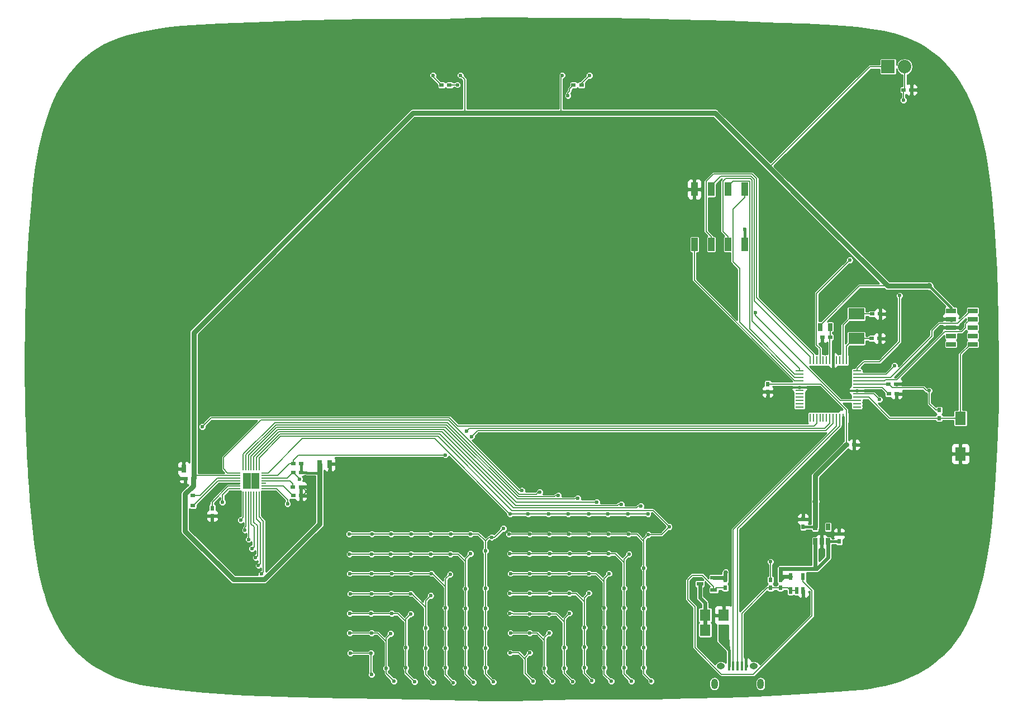
<source format=gbr>
G04 #@! TF.FileFunction,Copper,L1,Top,Signal*
%FSLAX46Y46*%
G04 Gerber Fmt 4.6, Leading zero omitted, Abs format (unit mm)*
G04 Created by KiCad (PCBNEW 4.0.4-stable) date 11/01/16 13:43:14*
%MOMM*%
%LPD*%
G01*
G04 APERTURE LIST*
%ADD10C,0.100000*%
%ADD11R,1.600200X1.803400*%
%ADD12R,1.600000X2.000000*%
%ADD13R,0.250000X1.300000*%
%ADD14R,1.300000X0.250000*%
%ADD15R,0.700000X0.600000*%
%ADD16R,0.600000X0.700000*%
%ADD17R,0.400000X1.350000*%
%ADD18O,1.250000X0.950000*%
%ADD19O,1.000000X1.550000*%
%ADD20R,2.032000X2.032000*%
%ADD21O,2.032000X2.032000*%
%ADD22R,0.650000X1.060000*%
%ADD23R,0.800000X0.200000*%
%ADD24R,0.200000X0.800000*%
%ADD25R,1.200000X1.200000*%
%ADD26R,2.400000X1.700000*%
%ADD27R,0.635000X1.143000*%
%ADD28R,1.000760X0.599440*%
%ADD29R,0.599440X1.000760*%
%ADD30R,1.000000X2.000000*%
%ADD31R,1.500000X0.760000*%
%ADD32C,0.600000*%
%ADD33C,0.890000*%
%ADD34C,0.200000*%
%ADD35C,0.400000*%
%ADD36C,0.800000*%
%ADD37C,0.600000*%
%ADD38C,0.254000*%
G04 APERTURE END LIST*
D10*
D11*
X254147000Y-189000000D03*
X251353000Y-189000000D03*
D12*
X290030000Y-162330000D03*
X290030000Y-156930000D03*
D13*
X272750000Y-148150000D03*
X272250000Y-148150000D03*
X271750000Y-148150000D03*
X271250000Y-148150000D03*
X270750000Y-148150000D03*
X270250000Y-148150000D03*
X269750000Y-148150000D03*
X269250000Y-148150000D03*
X268750000Y-148150000D03*
X268250000Y-148150000D03*
X267750000Y-148150000D03*
X267250000Y-148150000D03*
D14*
X265650000Y-149750000D03*
X265650000Y-150250000D03*
X265650000Y-150750000D03*
X265650000Y-151250000D03*
X265650000Y-151750000D03*
X265650000Y-152250000D03*
X265650000Y-152750000D03*
X265650000Y-153250000D03*
X265650000Y-153750000D03*
X265650000Y-154250000D03*
X265650000Y-154750000D03*
X265650000Y-155250000D03*
D13*
X267250000Y-156850000D03*
X267750000Y-156850000D03*
X268250000Y-156850000D03*
X268750000Y-156850000D03*
X269250000Y-156850000D03*
X269750000Y-156850000D03*
X270250000Y-156850000D03*
X270750000Y-156850000D03*
X271250000Y-156850000D03*
X271750000Y-156850000D03*
X272250000Y-156850000D03*
X272750000Y-156850000D03*
D14*
X274350000Y-155250000D03*
X274350000Y-154750000D03*
X274350000Y-154250000D03*
X274350000Y-153750000D03*
X274350000Y-153250000D03*
X274350000Y-152750000D03*
X274350000Y-152250000D03*
X274350000Y-151750000D03*
X274350000Y-151250000D03*
X274350000Y-150750000D03*
X274350000Y-150250000D03*
X274350000Y-149750000D03*
D15*
X270300000Y-144650000D03*
X269100000Y-144650000D03*
X276600000Y-144850000D03*
X277800000Y-144850000D03*
X272750000Y-160950000D03*
X273950000Y-160950000D03*
X276650000Y-141150000D03*
X277850000Y-141150000D03*
X279170000Y-153220000D03*
X280370000Y-153220000D03*
D16*
X271640000Y-175610000D03*
X271640000Y-174410000D03*
X266200000Y-173400000D03*
X266200000Y-172200000D03*
X260840000Y-151750000D03*
X260840000Y-152950000D03*
D15*
X279120000Y-151750000D03*
X280320000Y-151750000D03*
X173790000Y-166050000D03*
X172590000Y-166050000D03*
X188910000Y-168650000D03*
X190110000Y-168650000D03*
D17*
X254949100Y-194437460D03*
X255599100Y-194437460D03*
X256249100Y-194437460D03*
X256899100Y-194437460D03*
X257549100Y-194437460D03*
D18*
X253749100Y-194437460D03*
X258749100Y-194437460D03*
D19*
X252749100Y-197137460D03*
X259749100Y-197137460D03*
D16*
X262750000Y-181400000D03*
X262750000Y-182600000D03*
X261250000Y-182600000D03*
X261250000Y-181400000D03*
X286810000Y-155710000D03*
X286810000Y-156910000D03*
X254400000Y-181400000D03*
X254400000Y-182600000D03*
D20*
X279050000Y-103700000D03*
D21*
X281590000Y-103700000D03*
D15*
X281400000Y-107200000D03*
X282600000Y-107200000D03*
X173730000Y-168640000D03*
X172530000Y-168640000D03*
X173730000Y-170140000D03*
X172530000Y-170140000D03*
X188940000Y-163810000D03*
X190140000Y-163810000D03*
X188920000Y-165140000D03*
X190120000Y-165140000D03*
X188900000Y-167350000D03*
X190100000Y-167350000D03*
D16*
X176640000Y-171740000D03*
X176640000Y-170540000D03*
D15*
X231400000Y-106500000D03*
X232600000Y-106500000D03*
X212600000Y-106500000D03*
X211400000Y-106500000D03*
D22*
X268050000Y-175600000D03*
X269000000Y-175600000D03*
X269950000Y-175600000D03*
X269950000Y-173400000D03*
X268050000Y-173400000D03*
D23*
X180600000Y-165200000D03*
X180600000Y-165600000D03*
X180600000Y-166000000D03*
X180600000Y-166400000D03*
X180600000Y-166800000D03*
X180600000Y-167200000D03*
X180600000Y-167600000D03*
D24*
X181350000Y-168350000D03*
X181750000Y-168350000D03*
X182150000Y-168350000D03*
X182550000Y-168350000D03*
X182950000Y-168350000D03*
X183350000Y-168350000D03*
X183750000Y-168350000D03*
D23*
X184500000Y-167600000D03*
X184500000Y-167200000D03*
X184500000Y-166800000D03*
X184500000Y-166400000D03*
X184500000Y-166000000D03*
X184500000Y-165600000D03*
X184500000Y-165200000D03*
D24*
X183750000Y-164450000D03*
X183350000Y-164450000D03*
X182950000Y-164450000D03*
X182550000Y-164450000D03*
X182150000Y-164450000D03*
X181750000Y-164450000D03*
X181350000Y-164450000D03*
D25*
X183150000Y-167000000D03*
X183150000Y-165800000D03*
X181950000Y-167000000D03*
X181950000Y-165800000D03*
D26*
X274250000Y-141150000D03*
X274250000Y-144850000D03*
D27*
X173842000Y-164570000D03*
X172318000Y-164570000D03*
X192938000Y-163850000D03*
X194462000Y-163850000D03*
X268788000Y-143100000D03*
X270312000Y-143100000D03*
D28*
X252656640Y-182952500D03*
X250543360Y-182000000D03*
X252656640Y-181047500D03*
D29*
X264297500Y-183056640D03*
X266202500Y-183056640D03*
X265250000Y-183056640D03*
X266202500Y-180943360D03*
X264297500Y-180943360D03*
D11*
X251353000Y-186750000D03*
X254147000Y-186750000D03*
D30*
X257340000Y-122260000D03*
X257340000Y-130600000D03*
X254800000Y-122260000D03*
X254800000Y-130600000D03*
X252260000Y-122260000D03*
X252260000Y-130600000D03*
X249720000Y-122260000D03*
X249720000Y-130600000D03*
D31*
X288600000Y-140650000D03*
X288600000Y-141920000D03*
X288600000Y-143190000D03*
X288600000Y-144460000D03*
X288600000Y-145730000D03*
X291900000Y-141920000D03*
X291900000Y-143190000D03*
X291900000Y-144460000D03*
X291900000Y-145730000D03*
X291900000Y-140650000D03*
D32*
X272700000Y-174400000D03*
X269000000Y-171900000D03*
X265100000Y-172200000D03*
X254250000Y-185050000D03*
X274750000Y-187800000D03*
X257600000Y-192750000D03*
X282600000Y-108200000D03*
X287150000Y-143200000D03*
X277350000Y-152900000D03*
X260850000Y-153850000D03*
X269300000Y-145700000D03*
X270850000Y-145750000D03*
X263800000Y-152350000D03*
X271950000Y-158900000D03*
X273950000Y-161950000D03*
X292550000Y-162300000D03*
X287150000Y-141900000D03*
X249700000Y-120100000D03*
X180750000Y-187700000D03*
X194450000Y-165000000D03*
X190950000Y-168050000D03*
X172350000Y-163500000D03*
X172300000Y-167000000D03*
X175650000Y-171750000D03*
X178300000Y-167050000D03*
X266300000Y-184250000D03*
X267350000Y-188250000D03*
X266350000Y-187050000D03*
X269000000Y-177150000D03*
X269000000Y-177150000D03*
X214250000Y-105000000D03*
X229700000Y-105000000D03*
X257350000Y-128300000D03*
X266500000Y-124400000D03*
X285300000Y-152750000D03*
D33*
X285300000Y-136900000D03*
X285300000Y-136900000D03*
X285300000Y-136900000D03*
X285300000Y-136900000D03*
X285300000Y-136900000D03*
X268050000Y-169525575D03*
D32*
X261250000Y-178650000D03*
X277750000Y-154100000D03*
X230550000Y-108100000D03*
X280800000Y-138350000D03*
X213800000Y-106450000D03*
X259000000Y-140900000D03*
X280050000Y-149000000D03*
X175150000Y-158200000D03*
X281400000Y-108750000D03*
X273250000Y-133000000D03*
X262750000Y-179700000D03*
X262750000Y-179700000D03*
X254450000Y-180200000D03*
X243170000Y-196730000D03*
X243170000Y-196730000D03*
X245900000Y-173350000D03*
X245900000Y-173350000D03*
X242750000Y-174550000D03*
X242750000Y-174550000D03*
X242050000Y-194689118D03*
X242050000Y-191677577D03*
X242050000Y-188666037D03*
X242050000Y-185709586D03*
X242050000Y-182624594D03*
X242050000Y-179594691D03*
X239761914Y-174500000D03*
X236695284Y-174500000D03*
X233738833Y-174500000D03*
X230727293Y-174500000D03*
X227724735Y-174500000D03*
X224740610Y-174500000D03*
X221650000Y-174500000D03*
X221650000Y-174500000D03*
X224540040Y-171460000D03*
X227606410Y-171460000D03*
X230626670Y-171460000D03*
X233693040Y-171460000D03*
X236621078Y-171460000D03*
X239641338Y-171460000D03*
X242680000Y-171440000D03*
X242680000Y-171440000D03*
X221800000Y-171460000D03*
X241600000Y-170250000D03*
X240180000Y-196760000D03*
X240180000Y-196760000D03*
X239800000Y-177500000D03*
X239800000Y-177500000D03*
X224712719Y-177450000D03*
X227800291Y-177450000D03*
X230820449Y-177450000D03*
X233719261Y-177450000D03*
X236739418Y-177450000D03*
X239050000Y-182664372D03*
X239050000Y-185679136D03*
X239050000Y-188658846D03*
X239050000Y-191656082D03*
X239050000Y-194705902D03*
X221750000Y-177450000D03*
X221750000Y-177450000D03*
X221750000Y-177450000D03*
X238660000Y-169949990D03*
X237120000Y-196760000D03*
X237120000Y-196760000D03*
X236800000Y-180450000D03*
X236800000Y-180450000D03*
X224786314Y-180450000D03*
X227713206Y-180450000D03*
X230730621Y-180450000D03*
X233748036Y-180450000D03*
X236050000Y-185675174D03*
X236050000Y-188632240D03*
X236050000Y-191634568D03*
X236050000Y-194727418D03*
X221850000Y-180450000D03*
X221850000Y-180450000D03*
X221850000Y-180450000D03*
X234920000Y-169599980D03*
X234190000Y-196680000D03*
X234190000Y-196680000D03*
X233750000Y-183400000D03*
X233750000Y-183400000D03*
X224786631Y-183450000D03*
X227814750Y-183450000D03*
X230751108Y-183450000D03*
X233050000Y-188642266D03*
X233050000Y-191609211D03*
X233050000Y-194698504D03*
X221750000Y-183450000D03*
X232070000Y-169049970D03*
X231240000Y-196780000D03*
X231240000Y-196780000D03*
X224725457Y-186550000D03*
X227692402Y-186550000D03*
X230800000Y-186450000D03*
X230800000Y-186450000D03*
X230000000Y-191639798D03*
X230000000Y-194759678D03*
X221750000Y-186450000D03*
X229120000Y-168615696D03*
X228200000Y-196760000D03*
X228200000Y-196760000D03*
X227700000Y-189450000D03*
X227700000Y-189450000D03*
X224752495Y-189450000D03*
X227000000Y-194763513D03*
X221850000Y-189450000D03*
X221850000Y-189450000D03*
X221850000Y-189450000D03*
X226310000Y-168130000D03*
X226310000Y-168130000D03*
X225240000Y-196760000D03*
X225240000Y-196760000D03*
X224750000Y-192450000D03*
X224750000Y-192450000D03*
X221800000Y-192450000D03*
X221800000Y-192450000D03*
X223580000Y-167889990D03*
X178210000Y-169630000D03*
X178210000Y-169630000D03*
X180950000Y-172350000D03*
X180950000Y-172350000D03*
X219250000Y-196850000D03*
X219250000Y-196850000D03*
X218050000Y-194698065D03*
X218050000Y-191706415D03*
X218050000Y-188726272D03*
X218050000Y-185711610D03*
X218050000Y-182673935D03*
X220800000Y-173600000D03*
X220800000Y-173600000D03*
X219000000Y-174950000D03*
X219000000Y-174950000D03*
X218050000Y-177000732D03*
X215777807Y-174450000D03*
X212793636Y-174450000D03*
X209798535Y-174450000D03*
X206825296Y-174450000D03*
X203753677Y-174450000D03*
X200846024Y-174450000D03*
X197400000Y-174450000D03*
X181620000Y-173870000D03*
X181620000Y-173870000D03*
X216250000Y-196900000D03*
X216250000Y-196900000D03*
X215800000Y-177450000D03*
X215800000Y-177450000D03*
X200769941Y-177500000D03*
X203720435Y-177500000D03*
X206760884Y-177500000D03*
X209747360Y-177500000D03*
X212751827Y-177500000D03*
X215050000Y-182726973D03*
X215050000Y-185713449D03*
X215050000Y-188663943D03*
X215050000Y-191686401D03*
X215050000Y-194744840D03*
X197450000Y-177500000D03*
X197450000Y-177500000D03*
X197450000Y-177500000D03*
X197450000Y-177500000D03*
X182180000Y-175280000D03*
X182180000Y-175280000D03*
X213200000Y-196950000D03*
X213200000Y-196950000D03*
X212700000Y-180550000D03*
X212700000Y-180550000D03*
X200770544Y-180450000D03*
X203822061Y-180450000D03*
X206777214Y-180450000D03*
X209844792Y-180450000D03*
X212000000Y-185649714D03*
X212000000Y-188730560D03*
X212000000Y-191709840D03*
X212000000Y-194689120D03*
X197500000Y-180450000D03*
X197500000Y-180450000D03*
X197500000Y-180450000D03*
X182680000Y-176680000D03*
X182680000Y-176680000D03*
X210150000Y-196900000D03*
X210150000Y-196900000D03*
X209750000Y-183800000D03*
X209750000Y-183800000D03*
X200822193Y-183500000D03*
X203729334Y-183500000D03*
X206750929Y-183500000D03*
X209000000Y-188663103D03*
X209000000Y-191707589D03*
X209000000Y-194774967D03*
X197550000Y-183500000D03*
X197550000Y-183500000D03*
X197550000Y-183500000D03*
X183230000Y-178050000D03*
X183230000Y-178050000D03*
X183230000Y-178050000D03*
X207300000Y-196800000D03*
X207300000Y-196800000D03*
X206750000Y-186550000D03*
X206750000Y-186550000D03*
X200698053Y-186500000D03*
X203835662Y-186500000D03*
X206000000Y-191649359D03*
X206000000Y-194736362D03*
X197500000Y-186500000D03*
X197500000Y-186500000D03*
X197500000Y-186500000D03*
X183646084Y-179243916D03*
X183646084Y-179243916D03*
X183646084Y-179243916D03*
X204200000Y-196750000D03*
X204200000Y-196750000D03*
X203700000Y-189550000D03*
X203700000Y-189550000D03*
X200778681Y-189450000D03*
X203000000Y-194766074D03*
X197500000Y-189450000D03*
X197500000Y-189450000D03*
X184110000Y-180510000D03*
X184110000Y-180510000D03*
X200800000Y-195750000D03*
X200800000Y-195750000D03*
X200700000Y-192500000D03*
X200700000Y-192500000D03*
X197600000Y-192500000D03*
X188060000Y-169900000D03*
X188060000Y-169900000D03*
X188060000Y-169900000D03*
X233800000Y-105050000D03*
X210100000Y-105000000D03*
X211950000Y-162500000D03*
X215950000Y-159700000D03*
X215200000Y-158900000D03*
X189900000Y-166150000D03*
D34*
X271640000Y-174410000D02*
X272690000Y-174410000D01*
X272690000Y-174410000D02*
X272700000Y-174400000D01*
X269000000Y-175600000D02*
X269000000Y-171900000D01*
X266200000Y-172200000D02*
X265100000Y-172200000D01*
X254147000Y-186750000D02*
X254147000Y-185153000D01*
X254147000Y-185153000D02*
X254250000Y-185050000D01*
X257549100Y-194437460D02*
X257549100Y-192800900D01*
X257549100Y-192800900D02*
X257600000Y-192750000D01*
X282600000Y-107200000D02*
X282600000Y-108200000D01*
X288600000Y-143190000D02*
X287160000Y-143190000D01*
X287160000Y-143190000D02*
X287150000Y-143200000D01*
X274350000Y-152750000D02*
X277200000Y-152750000D01*
X277200000Y-152750000D02*
X277350000Y-152900000D01*
X260840000Y-152950000D02*
X260840000Y-153840000D01*
X260840000Y-153840000D02*
X260850000Y-153850000D01*
X269100000Y-144650000D02*
X269100000Y-145500000D01*
X269100000Y-145500000D02*
X269300000Y-145700000D01*
X270750000Y-148150000D02*
X270750000Y-145850000D01*
X270750000Y-145850000D02*
X270850000Y-145750000D01*
X265650000Y-152250000D02*
X263900000Y-152250000D01*
X263900000Y-152250000D02*
X263800000Y-152350000D01*
X272250000Y-156850000D02*
X272250000Y-158600000D01*
X272250000Y-158600000D02*
X271950000Y-158900000D01*
X273950000Y-160950000D02*
X273950000Y-161950000D01*
X290030000Y-162330000D02*
X292520000Y-162330000D01*
X292520000Y-162330000D02*
X292550000Y-162300000D01*
X288600000Y-141920000D02*
X287170000Y-141920000D01*
X287170000Y-141920000D02*
X287150000Y-141900000D01*
X249720000Y-122260000D02*
X249720000Y-120120000D01*
X249720000Y-120120000D02*
X249700000Y-120100000D01*
X194462000Y-163850000D02*
X194462000Y-164988000D01*
X194462000Y-164988000D02*
X194450000Y-165000000D01*
X190100000Y-167350000D02*
X190250000Y-167350000D01*
X190250000Y-167350000D02*
X190950000Y-168050000D01*
X190110000Y-168650000D02*
X190350000Y-168650000D01*
X190350000Y-168650000D02*
X190950000Y-168050000D01*
X172350000Y-163766500D02*
X172350000Y-163500000D01*
X172318000Y-164570000D02*
X172318000Y-163798500D01*
X172318000Y-163798500D02*
X172350000Y-163766500D01*
X172590000Y-166050000D02*
X172590000Y-166710000D01*
X172590000Y-166710000D02*
X172300000Y-167000000D01*
X176640000Y-171740000D02*
X175660000Y-171740000D01*
X175660000Y-171740000D02*
X175650000Y-171750000D01*
X180600000Y-166800000D02*
X178550000Y-166800000D01*
X178550000Y-166800000D02*
X178300000Y-167050000D01*
X266202500Y-183056640D02*
X266202500Y-184152500D01*
X266202500Y-184152500D02*
X266300000Y-184250000D01*
D35*
X269000000Y-175600000D02*
X269000000Y-177150000D01*
D34*
X270312000Y-143100000D02*
X270312000Y-144638000D01*
X270312000Y-144638000D02*
X270300000Y-144650000D01*
X270250000Y-148150000D02*
X270250000Y-144700000D01*
X270250000Y-144700000D02*
X270300000Y-144650000D01*
X274250000Y-144850000D02*
X275650000Y-144850000D01*
X275650000Y-144850000D02*
X276600000Y-144850000D01*
X272750000Y-148150000D02*
X272750000Y-146000000D01*
X272750000Y-146000000D02*
X273900000Y-144850000D01*
X273900000Y-144850000D02*
X274250000Y-144850000D01*
D36*
X261050000Y-118950000D02*
X252850000Y-110750000D01*
X266500000Y-124400000D02*
X261050000Y-118950000D01*
D34*
X261050000Y-118950000D02*
X276300000Y-103700000D01*
X276300000Y-103700000D02*
X279050000Y-103700000D01*
D36*
X214900000Y-110750000D02*
X207050000Y-110750000D01*
X229500000Y-110750000D02*
X214900000Y-110750000D01*
D34*
X214900000Y-110750000D02*
X214900000Y-105650000D01*
X214900000Y-105650000D02*
X214250000Y-105000000D01*
D36*
X252850000Y-110750000D02*
X229500000Y-110750000D01*
D34*
X229500000Y-110750000D02*
X229500000Y-105200000D01*
X229500000Y-105200000D02*
X229700000Y-105000000D01*
D35*
X257350000Y-128300000D02*
X257350000Y-130590000D01*
X257350000Y-130590000D02*
X257340000Y-130600000D01*
D36*
X267550000Y-125450000D02*
X266500000Y-124400000D01*
X279000000Y-136900000D02*
X267550000Y-125450000D01*
D34*
X279000000Y-136900000D02*
X274734000Y-136900000D01*
X274734000Y-136900000D02*
X268788000Y-142846000D01*
X268788000Y-142846000D02*
X268788000Y-143100000D01*
X285300000Y-152750000D02*
X285300000Y-154700000D01*
X285300000Y-154700000D02*
X286310000Y-155710000D01*
X286310000Y-155710000D02*
X286810000Y-155710000D01*
X285300000Y-152750000D02*
X284875736Y-152750000D01*
X284875736Y-152750000D02*
X284425737Y-152300001D01*
X284425737Y-152300001D02*
X279720001Y-152300001D01*
X279720001Y-152300001D02*
X279170000Y-151750000D01*
X279170000Y-151750000D02*
X279120000Y-151750000D01*
X272750000Y-156850000D02*
X272750000Y-155650000D01*
X272750000Y-155650000D02*
X268850000Y-151750000D01*
X268850000Y-151750000D02*
X265650000Y-151750000D01*
D35*
X285300000Y-136900000D02*
X288600000Y-140200000D01*
X288600000Y-140200000D02*
X288600000Y-140650000D01*
D34*
X272750000Y-160950000D02*
X272750000Y-156850000D01*
D35*
X190140000Y-163810000D02*
X190140000Y-165120000D01*
X190140000Y-165120000D02*
X190120000Y-165140000D01*
X190120000Y-165140000D02*
X190870000Y-165140000D01*
X190870000Y-165140000D02*
X190951500Y-165221500D01*
X190951500Y-165221500D02*
X192938000Y-165221500D01*
D36*
X172530000Y-174030000D02*
X179860001Y-181360001D01*
X179860001Y-181360001D02*
X184518001Y-181360001D01*
X184518001Y-181360001D02*
X192938000Y-172940002D01*
X192938000Y-172940002D02*
X192938000Y-165221500D01*
X192938000Y-165221500D02*
X192938000Y-163850000D01*
X172530000Y-170140000D02*
X172530000Y-174030000D01*
X172530000Y-170140000D02*
X172530000Y-168640000D01*
X173790000Y-166050000D02*
X173790000Y-167150000D01*
X173790000Y-167150000D02*
X172530000Y-168410000D01*
X172530000Y-168410000D02*
X172530000Y-168640000D01*
X173842000Y-164570000D02*
X173842000Y-165998000D01*
X173842000Y-165998000D02*
X173790000Y-166050000D01*
X207050000Y-110750000D02*
X173842000Y-143958000D01*
X173842000Y-143958000D02*
X173842000Y-164570000D01*
X285300000Y-136900000D02*
X279000000Y-136900000D01*
X268050000Y-169525575D02*
X268050000Y-165600000D01*
X268050000Y-173400000D02*
X268050000Y-169525575D01*
X268050000Y-165600000D02*
X272700000Y-160950000D01*
X272700000Y-160950000D02*
X272750000Y-160950000D01*
D34*
X274350000Y-151750000D02*
X275200000Y-151750000D01*
X275200000Y-151750000D02*
X279120000Y-151750000D01*
X265650000Y-151750000D02*
X264800000Y-151750000D01*
X264800000Y-151750000D02*
X260840000Y-151750000D01*
D35*
X266200000Y-173400000D02*
X268050000Y-173400000D01*
D34*
X180600000Y-165600000D02*
X174240000Y-165600000D01*
X174240000Y-165600000D02*
X173790000Y-166050000D01*
X274250000Y-141150000D02*
X276650000Y-141150000D01*
X272250000Y-148150000D02*
X272250000Y-142800000D01*
X272250000Y-142800000D02*
X273900000Y-141150000D01*
X273900000Y-141150000D02*
X274250000Y-141150000D01*
X274350000Y-152250000D02*
X278200000Y-152250000D01*
X278200000Y-152250000D02*
X278620000Y-152670000D01*
X278620000Y-152670000D02*
X278620000Y-152720000D01*
X278620000Y-152720000D02*
X279120000Y-153220000D01*
X279120000Y-153220000D02*
X279170000Y-153220000D01*
D37*
X251353000Y-184903000D02*
X250543360Y-184093360D01*
X250543360Y-184093360D02*
X250543360Y-182000000D01*
X251353000Y-186750000D02*
X251353000Y-184903000D01*
X251353000Y-189000000D02*
X251353000Y-186750000D01*
D35*
X254949100Y-194437460D02*
X254949100Y-192049100D01*
X254949100Y-192049100D02*
X254147000Y-191247000D01*
X254147000Y-191247000D02*
X254147000Y-189000000D01*
D34*
X255599100Y-194437460D02*
X255599100Y-174400000D01*
X271250000Y-156850000D02*
X271250000Y-158155012D01*
X271250000Y-158155012D02*
X255599100Y-173805912D01*
X255599100Y-173805912D02*
X255599100Y-174400000D01*
X256249100Y-194437460D02*
X256249100Y-173650900D01*
X256249100Y-173650900D02*
X271750000Y-158150000D01*
X271750000Y-158150000D02*
X271750000Y-156850000D01*
X274350000Y-151250000D02*
X278519999Y-151249999D01*
X280379990Y-151100008D02*
X287659997Y-143820001D01*
X290179999Y-143820001D02*
X290800000Y-143200000D01*
X278519999Y-151249999D02*
X278669990Y-151100008D01*
X278669990Y-151100008D02*
X280379990Y-151100008D01*
X290800000Y-143200000D02*
X290800000Y-142650000D01*
X287659997Y-143820001D02*
X290179999Y-143820001D01*
X290800000Y-142650000D02*
X291530000Y-141920000D01*
X291530000Y-141920000D02*
X291900000Y-141920000D01*
X290030000Y-156930000D02*
X290030000Y-147230000D01*
X290030000Y-147230000D02*
X291530000Y-145730000D01*
X291530000Y-145730000D02*
X291900000Y-145730000D01*
X286810000Y-156910000D02*
X290010000Y-156910000D01*
X290010000Y-156910000D02*
X290030000Y-156930000D01*
X274350000Y-153750000D02*
X276150000Y-153750000D01*
X276150000Y-153750000D02*
X279310000Y-156910000D01*
X279310000Y-156910000D02*
X286810000Y-156910000D01*
X285700000Y-143650000D02*
X286799999Y-142550001D01*
X286799999Y-142550001D02*
X289629999Y-142550001D01*
X279459998Y-150750000D02*
X285700000Y-144509998D01*
X285700000Y-144509998D02*
X285700000Y-143650000D01*
X274350000Y-150750000D02*
X279459998Y-150750000D01*
X289629999Y-142550001D02*
X291530000Y-140650000D01*
X291530000Y-140650000D02*
X291900000Y-140650000D01*
X261250000Y-178650000D02*
X261250000Y-179074264D01*
X261250000Y-179074264D02*
X261250000Y-181400000D01*
X275200000Y-153250000D02*
X276900000Y-153250000D01*
X276900000Y-153250000D02*
X277750000Y-154100000D01*
X274350000Y-153250000D02*
X275200000Y-153250000D01*
X230550000Y-108100000D02*
X230550000Y-107675736D01*
X230550000Y-107675736D02*
X230800000Y-107425736D01*
X230800000Y-107425736D02*
X230800000Y-107100000D01*
X230800000Y-107100000D02*
X231400000Y-106500000D01*
X277800000Y-148350000D02*
X280800000Y-145350000D01*
X280800000Y-145350000D02*
X280800000Y-138350000D01*
X275425000Y-148350000D02*
X277800000Y-148350000D01*
X274350000Y-149750000D02*
X274350000Y-149425000D01*
X274350000Y-149425000D02*
X275425000Y-148350000D01*
X213800000Y-106450000D02*
X212650000Y-106450000D01*
X212650000Y-106450000D02*
X212600000Y-106500000D01*
X274350000Y-154250000D02*
X271844988Y-154250000D01*
X271844988Y-154250000D02*
X259000000Y-141405012D01*
X259000000Y-141405012D02*
X259000000Y-140900000D01*
X274350000Y-150250000D02*
X278800000Y-150250000D01*
X278800000Y-150250000D02*
X280050000Y-149000000D01*
X267850020Y-158099980D02*
X213824944Y-158099980D01*
X213824944Y-158099980D02*
X212604874Y-156879910D01*
X212604874Y-156879910D02*
X176470090Y-156879910D01*
X176470090Y-156879910D02*
X175150000Y-158200000D01*
X268250000Y-156850000D02*
X268250000Y-157700000D01*
X268250000Y-157700000D02*
X267850020Y-158099980D01*
X256589999Y-134239999D02*
X255550001Y-133200001D01*
X255550001Y-133200001D02*
X255550001Y-125249999D01*
X255550001Y-125249999D02*
X257340000Y-123460000D01*
X257340000Y-123460000D02*
X257340000Y-122260000D01*
X256589999Y-142415001D02*
X256589999Y-134239999D01*
X265650000Y-150750000D02*
X264924998Y-150750000D01*
X264924998Y-150750000D02*
X256589999Y-142415001D01*
X265650000Y-151250000D02*
X264924998Y-151250000D01*
X264924998Y-151250000D02*
X249720000Y-136045002D01*
X249720000Y-136045002D02*
X249720000Y-131800000D01*
X249720000Y-131800000D02*
X249720000Y-130600000D01*
X273250000Y-133000000D02*
X268220499Y-138029501D01*
X268220499Y-138029501D02*
X268220499Y-145820499D01*
X268220499Y-145820499D02*
X268750000Y-146350000D01*
X268750000Y-146350000D02*
X268750000Y-148150000D01*
X281400000Y-107200000D02*
X281400000Y-108750000D01*
X281590000Y-103700000D02*
X281590000Y-107010000D01*
X281590000Y-107010000D02*
X281400000Y-107200000D01*
D35*
X269950000Y-175600000D02*
X271630000Y-175600000D01*
X271630000Y-175600000D02*
X271640000Y-175610000D01*
D37*
X268300000Y-179700000D02*
X268050111Y-179700000D01*
X268050111Y-179700000D02*
X266980000Y-179700000D01*
X268050000Y-175600000D02*
X268050000Y-176730000D01*
X268050000Y-176730000D02*
X268050111Y-176730111D01*
X268050111Y-176730111D02*
X268050111Y-179700000D01*
X269950000Y-175600000D02*
X269950000Y-178050000D01*
X269950000Y-178050000D02*
X268300000Y-179700000D01*
X266980000Y-179700000D02*
X262750000Y-179700000D01*
X264297500Y-180943360D02*
X263206640Y-180943360D01*
X263206640Y-180943360D02*
X262750000Y-181400000D01*
X262750000Y-179700000D02*
X262750000Y-181400000D01*
X254400000Y-181400000D02*
X254400000Y-180250000D01*
X254400000Y-180250000D02*
X254450000Y-180200000D01*
X252656640Y-181047500D02*
X254047500Y-181047500D01*
X254047500Y-181047500D02*
X254400000Y-181400000D01*
D34*
X184500000Y-167200000D02*
X187460000Y-167200000D01*
X187460000Y-167200000D02*
X188360000Y-168100000D01*
X188360000Y-168100000D02*
X188360000Y-168150000D01*
X188360000Y-168150000D02*
X188860000Y-168650000D01*
X188860000Y-168650000D02*
X188910000Y-168650000D01*
X187020010Y-159679990D02*
X183750000Y-162950000D01*
X183750000Y-162950000D02*
X183750000Y-164450000D01*
X222069999Y-170889999D02*
X210859990Y-159679990D01*
X210859990Y-159679990D02*
X187020010Y-159679990D01*
X245900000Y-173350000D02*
X243439999Y-170889999D01*
X243439999Y-170889999D02*
X222069999Y-170889999D01*
X242050000Y-194689118D02*
X242050000Y-195610000D01*
X242050000Y-195610000D02*
X243170000Y-196730000D01*
X242750000Y-174550000D02*
X244700000Y-174550000D01*
X244700000Y-174550000D02*
X245900000Y-173350000D01*
X242050000Y-175781876D02*
X242050000Y-175550000D01*
X242050000Y-179594691D02*
X242050000Y-175781876D01*
X242050000Y-175781876D02*
X242050000Y-175250000D01*
X242050000Y-175250000D02*
X242750000Y-174550000D01*
X242050000Y-194689118D02*
X242050000Y-191677577D01*
X242050000Y-191677577D02*
X242050000Y-188666037D01*
X242050000Y-188666037D02*
X242050000Y-185709586D01*
X242050000Y-185709586D02*
X242050000Y-182624594D01*
X242050000Y-182624594D02*
X242050000Y-179594691D01*
X241000000Y-174500000D02*
X239761914Y-174500000D01*
X239761914Y-174500000D02*
X236695284Y-174500000D01*
X236695284Y-174500000D02*
X233738833Y-174500000D01*
X233738833Y-174500000D02*
X230727293Y-174500000D01*
X230727293Y-174500000D02*
X227724735Y-174500000D01*
X227724735Y-174500000D02*
X224740610Y-174500000D01*
X224740610Y-174500000D02*
X221650000Y-174500000D01*
X242050000Y-175550000D02*
X241000000Y-174500000D01*
X184500000Y-165200000D02*
X185100000Y-165200000D01*
X190270000Y-160030000D02*
X210370000Y-160030000D01*
X185100000Y-165200000D02*
X190270000Y-160030000D01*
X210370000Y-160030000D02*
X221500001Y-171160001D01*
X221500001Y-171160001D02*
X221800000Y-171460000D01*
X221800000Y-171460000D02*
X224540040Y-171460000D01*
X224540040Y-171460000D02*
X227606410Y-171460000D01*
X227606410Y-171460000D02*
X230626670Y-171460000D01*
X230626670Y-171460000D02*
X233693040Y-171460000D01*
X233693040Y-171460000D02*
X236621078Y-171460000D01*
X236621078Y-171460000D02*
X239641338Y-171460000D01*
X239641338Y-171460000D02*
X242660000Y-171460000D01*
X242660000Y-171460000D02*
X242680000Y-171440000D01*
X222300000Y-170500000D02*
X211129980Y-159329980D01*
X211129980Y-159329980D02*
X186875032Y-159329980D01*
X186875032Y-159329980D02*
X183350000Y-162855012D01*
X183350000Y-162855012D02*
X183350000Y-163850000D01*
X183350000Y-163850000D02*
X183350000Y-164450000D01*
X240925736Y-170500000D02*
X222300000Y-170500000D01*
X241600000Y-170250000D02*
X241175736Y-170250000D01*
X241175736Y-170250000D02*
X240925736Y-170500000D01*
X239050000Y-194705902D02*
X239050000Y-195630000D01*
X239050000Y-195630000D02*
X240180000Y-196760000D01*
X239050000Y-179267817D02*
X239050000Y-182664372D01*
X239050000Y-178750000D02*
X239050000Y-179267817D01*
X239050000Y-179267817D02*
X239050000Y-178250000D01*
X239050000Y-178250000D02*
X239800000Y-177500000D01*
X221750000Y-177450000D02*
X224712719Y-177450000D01*
X224712719Y-177450000D02*
X227800291Y-177450000D01*
X227800291Y-177450000D02*
X230820449Y-177450000D01*
X230820449Y-177450000D02*
X233719261Y-177450000D01*
X233719261Y-177450000D02*
X236739418Y-177450000D01*
X236739418Y-177450000D02*
X237750000Y-177450000D01*
X239050000Y-182664372D02*
X239050000Y-185679136D01*
X239050000Y-185679136D02*
X239050000Y-188658846D01*
X239050000Y-188658846D02*
X239050000Y-191656082D01*
X239050000Y-191656082D02*
X239050000Y-194705902D01*
X237750000Y-177450000D02*
X239050000Y-178750000D01*
X222609990Y-170149990D02*
X211439970Y-158979970D01*
X211439970Y-158979970D02*
X186730054Y-158979970D01*
X186730054Y-158979970D02*
X182950000Y-162760024D01*
X182950000Y-162760024D02*
X182950000Y-163850000D01*
X182950000Y-163850000D02*
X182950000Y-164450000D01*
X238035736Y-170149990D02*
X222609990Y-170149990D01*
X238660000Y-169949990D02*
X238235736Y-169949990D01*
X238235736Y-169949990D02*
X238035736Y-170149990D01*
X236050000Y-194727418D02*
X236050000Y-195690000D01*
X236050000Y-195690000D02*
X237120000Y-196760000D01*
X236050000Y-181650000D02*
X236050000Y-181200000D01*
X236050000Y-181200000D02*
X236800000Y-180450000D01*
X221850000Y-180450000D02*
X224786314Y-180450000D01*
X224786314Y-180450000D02*
X227713206Y-180450000D01*
X227713206Y-180450000D02*
X230730621Y-180450000D01*
X230730621Y-180450000D02*
X233748036Y-180450000D01*
X233748036Y-180450000D02*
X234850000Y-180450000D01*
X236050000Y-181650000D02*
X236050000Y-185675174D01*
X236050000Y-185675174D02*
X236050000Y-188632240D01*
X236050000Y-188632240D02*
X236050000Y-191634568D01*
X236050000Y-191634568D02*
X236050000Y-194727418D01*
X234850000Y-180450000D02*
X236050000Y-181650000D01*
X222690020Y-169599980D02*
X211720000Y-158629960D01*
X211720000Y-158629960D02*
X186585076Y-158629960D01*
X186585076Y-158629960D02*
X182550000Y-162665036D01*
X182550000Y-162665036D02*
X182550000Y-163850000D01*
X182550000Y-163850000D02*
X182550000Y-164450000D01*
X234920000Y-169599980D02*
X222690020Y-169599980D01*
X233050000Y-194698504D02*
X233050000Y-195540000D01*
X233050000Y-195540000D02*
X234190000Y-196680000D01*
X233050000Y-184700000D02*
X233050000Y-184100000D01*
X233050000Y-184100000D02*
X233750000Y-183400000D01*
X221750000Y-183450000D02*
X224786631Y-183450000D01*
X224786631Y-183450000D02*
X227814750Y-183450000D01*
X227814750Y-183450000D02*
X230751108Y-183450000D01*
X230751108Y-183450000D02*
X231800000Y-183450000D01*
X233050000Y-184700000D02*
X233050000Y-188642266D01*
X233050000Y-188642266D02*
X233050000Y-191609211D01*
X233050000Y-191609211D02*
X233050000Y-194698504D01*
X231800000Y-183450000D02*
X233050000Y-184700000D01*
X222895706Y-169165706D02*
X212009950Y-158279950D01*
X212009950Y-158279950D02*
X186440098Y-158279950D01*
X186440098Y-158279950D02*
X182150000Y-162570048D01*
X182150000Y-162570048D02*
X182150000Y-163850000D01*
X182150000Y-163850000D02*
X182150000Y-164450000D01*
X231530000Y-169165706D02*
X222895706Y-169165706D01*
X232070000Y-169049970D02*
X231645736Y-169049970D01*
X231645736Y-169049970D02*
X231530000Y-169165706D01*
X230000000Y-194759678D02*
X230000000Y-195540000D01*
X230000000Y-195540000D02*
X231240000Y-196780000D01*
X222274264Y-186550000D02*
X224725457Y-186550000D01*
X224725457Y-186550000D02*
X227692402Y-186550000D01*
X227692402Y-186550000D02*
X228800000Y-186550000D01*
X230000000Y-187750000D02*
X230000000Y-187250000D01*
X230000000Y-187250000D02*
X230800000Y-186450000D01*
X230000000Y-187750000D02*
X230000000Y-191639798D01*
X230000000Y-191639798D02*
X230000000Y-194759678D01*
X228800000Y-186550000D02*
X230000000Y-187750000D01*
X221750000Y-186450000D02*
X222174264Y-186450000D01*
X222174264Y-186450000D02*
X222274264Y-186550000D01*
X223055696Y-168815696D02*
X212169940Y-157929940D01*
X212169940Y-157929940D02*
X186295120Y-157929940D01*
X186295120Y-157929940D02*
X181750000Y-162475060D01*
X181750000Y-162475060D02*
X181750000Y-163850000D01*
X181750000Y-163850000D02*
X181750000Y-164450000D01*
X228495736Y-168815696D02*
X223055696Y-168815696D01*
X229120000Y-168615696D02*
X228695736Y-168615696D01*
X228695736Y-168615696D02*
X228495736Y-168815696D01*
X227000000Y-194763513D02*
X227000000Y-195560000D01*
X227000000Y-195560000D02*
X228200000Y-196760000D01*
X227000000Y-190671749D02*
X227000000Y-194763513D01*
X227000000Y-190550000D02*
X227000000Y-190671749D01*
X227000000Y-190671749D02*
X227000000Y-190150000D01*
X227000000Y-190150000D02*
X227700000Y-189450000D01*
X221850000Y-189450000D02*
X224752495Y-189450000D01*
X224752495Y-189450000D02*
X225900000Y-189450000D01*
X225900000Y-189450000D02*
X227000000Y-190550000D01*
X223174988Y-168440000D02*
X212314918Y-157579930D01*
X212314918Y-157579930D02*
X186150142Y-157579930D01*
X186150142Y-157579930D02*
X181350000Y-162380072D01*
X181350000Y-162380072D02*
X181350000Y-163850000D01*
X181350000Y-163850000D02*
X181350000Y-164450000D01*
X226045686Y-168130000D02*
X225735686Y-168440000D01*
X225735686Y-168440000D02*
X223174988Y-168440000D01*
X226310000Y-168130000D02*
X226045686Y-168130000D01*
X224050000Y-193400000D02*
X224050000Y-195570000D01*
X224050000Y-195570000D02*
X225240000Y-196760000D01*
X224050000Y-193400000D02*
X224050000Y-193150000D01*
X224050000Y-193150000D02*
X224750000Y-192450000D01*
X223100000Y-192450000D02*
X224050000Y-193400000D01*
X221800000Y-192450000D02*
X223100000Y-192450000D01*
X178370000Y-164590000D02*
X178980000Y-165200000D01*
X178980000Y-165200000D02*
X180600000Y-165200000D01*
X178370000Y-162870000D02*
X178370000Y-164590000D01*
X184010080Y-157229920D02*
X178370000Y-162870000D01*
X223119966Y-167889990D02*
X212459896Y-157229920D01*
X212459896Y-157229920D02*
X184010080Y-157229920D01*
X223580000Y-167889990D02*
X223119966Y-167889990D01*
X178210000Y-168550000D02*
X179160000Y-167600000D01*
X179160000Y-167600000D02*
X180600000Y-167600000D01*
X178210000Y-169630000D02*
X178210000Y-168550000D01*
X180950000Y-172350000D02*
X181350000Y-171950000D01*
X181350000Y-171950000D02*
X181350000Y-168350000D01*
X218050000Y-194698065D02*
X218050000Y-195650000D01*
X218050000Y-195650000D02*
X219250000Y-196850000D01*
X218050000Y-194698065D02*
X218050000Y-191706415D01*
X218050000Y-191706415D02*
X218050000Y-188726272D01*
X218050000Y-188726272D02*
X218050000Y-185711610D01*
X218050000Y-185711610D02*
X218050000Y-182673935D01*
X218050000Y-182673935D02*
X218050000Y-177000732D01*
X219000000Y-174950000D02*
X219450000Y-174950000D01*
X219450000Y-174950000D02*
X220800000Y-173600000D01*
X219000000Y-174950000D02*
X218600000Y-174950000D01*
X218600000Y-174950000D02*
X218050000Y-175500000D01*
X218050000Y-177000732D02*
X218050000Y-175500000D01*
X217000000Y-174450000D02*
X215777807Y-174450000D01*
X215777807Y-174450000D02*
X212793636Y-174450000D01*
X212793636Y-174450000D02*
X209798535Y-174450000D01*
X209798535Y-174450000D02*
X206825296Y-174450000D01*
X206825296Y-174450000D02*
X203753677Y-174450000D01*
X203753677Y-174450000D02*
X200846024Y-174450000D01*
X200846024Y-174450000D02*
X197400000Y-174450000D01*
X218050000Y-175500000D02*
X217000000Y-174450000D01*
X181620000Y-173870000D02*
X181620000Y-173445736D01*
X181620000Y-173445736D02*
X181750000Y-173315736D01*
X181750000Y-173315736D02*
X181750000Y-168950000D01*
X181750000Y-168950000D02*
X181750000Y-168350000D01*
X215050000Y-194744840D02*
X215050000Y-195700000D01*
X215050000Y-195700000D02*
X216250000Y-196900000D01*
X215050000Y-178600000D02*
X215050000Y-178200000D01*
X215050000Y-178200000D02*
X215800000Y-177450000D01*
X197450000Y-177500000D02*
X200769941Y-177500000D01*
X200769941Y-177500000D02*
X203720435Y-177500000D01*
X203720435Y-177500000D02*
X206760884Y-177500000D01*
X206760884Y-177500000D02*
X209747360Y-177500000D01*
X209747360Y-177500000D02*
X212751827Y-177500000D01*
X212751827Y-177500000D02*
X213950000Y-177500000D01*
X215050000Y-178600000D02*
X215050000Y-182726973D01*
X215050000Y-182726973D02*
X215050000Y-185713449D01*
X215050000Y-185713449D02*
X215050000Y-188663943D01*
X215050000Y-188663943D02*
X215050000Y-191686401D01*
X215050000Y-191686401D02*
X215050000Y-194744840D01*
X213950000Y-177500000D02*
X215050000Y-178600000D01*
X182180000Y-175280000D02*
X182180000Y-168380000D01*
X182180000Y-168380000D02*
X182150000Y-168350000D01*
X212000000Y-194689120D02*
X212000000Y-195750000D01*
X212000000Y-195750000D02*
X213200000Y-196950000D01*
X212000000Y-182400000D02*
X212000000Y-181250000D01*
X212000000Y-181250000D02*
X212700000Y-180550000D01*
X197500000Y-180450000D02*
X200770544Y-180450000D01*
X200770544Y-180450000D02*
X203822061Y-180450000D01*
X203822061Y-180450000D02*
X206777214Y-180450000D01*
X206777214Y-180450000D02*
X209844792Y-180450000D01*
X209844792Y-180450000D02*
X210050000Y-180450000D01*
X212000000Y-182400000D02*
X212000000Y-185649714D01*
X212000000Y-185649714D02*
X212000000Y-188730560D01*
X212000000Y-188730560D02*
X212000000Y-191709840D01*
X212000000Y-191709840D02*
X212000000Y-194689120D01*
X210050000Y-180450000D02*
X212000000Y-182400000D01*
X182530010Y-172910010D02*
X182550000Y-172890020D01*
X182550000Y-172890020D02*
X182550000Y-168350000D01*
X182680000Y-176680000D02*
X182979999Y-176380001D01*
X182979999Y-176380001D02*
X182979999Y-173359999D01*
X182979999Y-173359999D02*
X182530010Y-172910010D01*
X209000000Y-194774967D02*
X209000000Y-195750000D01*
X209000000Y-195750000D02*
X210150000Y-196900000D01*
X209000000Y-185600000D02*
X209000000Y-184550000D01*
X209000000Y-184550000D02*
X209750000Y-183800000D01*
X197550000Y-183500000D02*
X200822193Y-183500000D01*
X200822193Y-183500000D02*
X203729334Y-183500000D01*
X203729334Y-183500000D02*
X206750929Y-183500000D01*
X206750929Y-183500000D02*
X206900000Y-183500000D01*
X209000000Y-185600000D02*
X209000000Y-188663103D01*
X209000000Y-188663103D02*
X209000000Y-191707589D01*
X209000000Y-191707589D02*
X209000000Y-194774967D01*
X206900000Y-183500000D02*
X209000000Y-185600000D01*
X183529999Y-173229999D02*
X182950000Y-172650000D01*
X182950000Y-172650000D02*
X182950000Y-168350000D01*
X183230000Y-178050000D02*
X183529999Y-177750001D01*
X183529999Y-177750001D02*
X183529999Y-173229999D01*
X206000000Y-194736362D02*
X206000000Y-195500000D01*
X206000000Y-195500000D02*
X207300000Y-196800000D01*
X206000000Y-188233413D02*
X206000000Y-191649359D01*
X206000000Y-187700000D02*
X206000000Y-188233413D01*
X206000000Y-188233413D02*
X206000000Y-187300000D01*
X206000000Y-187300000D02*
X206750000Y-186550000D01*
X197500000Y-186500000D02*
X200698053Y-186500000D01*
X200698053Y-186500000D02*
X203835662Y-186500000D01*
X203835662Y-186500000D02*
X204800000Y-186500000D01*
X206000000Y-191649359D02*
X206000000Y-194736362D01*
X204800000Y-186500000D02*
X206000000Y-187700000D01*
X183946083Y-172806083D02*
X183350000Y-172210000D01*
X183350000Y-172210000D02*
X183350000Y-168350000D01*
X183646084Y-179243916D02*
X183946083Y-178943917D01*
X183946083Y-178943917D02*
X183946083Y-172806083D01*
X203000000Y-194766074D02*
X203000000Y-195550000D01*
X203000000Y-195550000D02*
X204200000Y-196750000D01*
X203000000Y-191158384D02*
X203000000Y-194766074D01*
X203000000Y-190750000D02*
X203000000Y-191158384D01*
X203000000Y-191158384D02*
X203000000Y-190250000D01*
X203000000Y-190250000D02*
X203700000Y-189550000D01*
X197500000Y-189450000D02*
X200778681Y-189450000D01*
X200778681Y-189450000D02*
X201700000Y-189450000D01*
X201700000Y-189450000D02*
X203000000Y-190750000D01*
X184409999Y-172529999D02*
X183750000Y-171870000D01*
X183750000Y-171870000D02*
X183750000Y-168350000D01*
X184110000Y-180510000D02*
X184409999Y-180210001D01*
X184409999Y-180210001D02*
X184409999Y-172529999D01*
X200700000Y-192500000D02*
X200700000Y-195650000D01*
X200700000Y-195650000D02*
X200800000Y-195750000D01*
X197600000Y-192500000D02*
X200700000Y-192500000D01*
X188060000Y-169270000D02*
X186390000Y-167600000D01*
X186390000Y-167600000D02*
X184500000Y-167600000D01*
X188060000Y-169900000D02*
X188060000Y-169270000D01*
X232600000Y-106500000D02*
X232600000Y-106250000D01*
X232600000Y-106250000D02*
X233800000Y-105050000D01*
X211400000Y-106500000D02*
X211350000Y-106500000D01*
X211350000Y-106500000D02*
X210100000Y-105250000D01*
X210100000Y-105250000D02*
X210100000Y-105000000D01*
X264297500Y-183056640D02*
X265250000Y-183056640D01*
X262750000Y-182600000D02*
X263840860Y-182600000D01*
X263840860Y-182600000D02*
X264297500Y-183056640D01*
X261250000Y-182600000D02*
X262750000Y-182600000D01*
X256899100Y-194437460D02*
X256899100Y-186450900D01*
X256899100Y-186450900D02*
X260750000Y-182600000D01*
X260750000Y-182600000D02*
X261250000Y-182600000D01*
X265650000Y-150250000D02*
X264924998Y-150250000D01*
X264924998Y-150250000D02*
X258090001Y-143415003D01*
X258090001Y-143415003D02*
X258090001Y-121059999D01*
X258090001Y-121059999D02*
X258040001Y-121009999D01*
X258040001Y-121009999D02*
X255550001Y-121009999D01*
X255550001Y-121009999D02*
X254800000Y-121760000D01*
X254800000Y-121760000D02*
X254800000Y-122260000D01*
X265650000Y-149750000D02*
X265650000Y-149425000D01*
X265650000Y-149425000D02*
X258440011Y-142215011D01*
X258440011Y-142215011D02*
X258440011Y-120915021D01*
X258440011Y-120915021D02*
X258184979Y-120659989D01*
X258184979Y-120659989D02*
X254450009Y-120659989D01*
X254450009Y-120659989D02*
X254049999Y-121059999D01*
X254049999Y-121059999D02*
X254049999Y-128649999D01*
X254049999Y-128649999D02*
X254800000Y-129400000D01*
X254800000Y-129400000D02*
X254800000Y-130600000D01*
X267250000Y-148150000D02*
X267250000Y-147625000D01*
X267250000Y-147625000D02*
X258790021Y-139165021D01*
X258790021Y-139165021D02*
X258790021Y-120770043D01*
X258790021Y-120770043D02*
X258329957Y-120309979D01*
X258329957Y-120309979D02*
X253710021Y-120309979D01*
X253710021Y-120309979D02*
X252260000Y-121760000D01*
X252260000Y-121760000D02*
X252260000Y-122260000D01*
X267750000Y-148150000D02*
X267750000Y-147300000D01*
X267750000Y-147300000D02*
X259140031Y-138690031D01*
X259140031Y-138690031D02*
X259140031Y-120625065D01*
X259140031Y-120625065D02*
X258474935Y-119959969D01*
X258474935Y-119959969D02*
X252610029Y-119959969D01*
X252610029Y-119959969D02*
X251509999Y-121059999D01*
X251509999Y-121059999D02*
X251509999Y-128649999D01*
X251509999Y-128649999D02*
X252260000Y-129400000D01*
X252260000Y-129400000D02*
X252260000Y-130600000D01*
X173730000Y-168640000D02*
X174785012Y-168640000D01*
X174785012Y-168640000D02*
X177425012Y-166000000D01*
X177425012Y-166000000D02*
X180000000Y-166000000D01*
X180000000Y-166000000D02*
X180600000Y-166000000D01*
X180600000Y-166400000D02*
X180000000Y-166400000D01*
X180000000Y-166400000D02*
X179990000Y-166390000D01*
X179990000Y-166390000D02*
X177530000Y-166390000D01*
X177530000Y-166390000D02*
X173780000Y-170140000D01*
X173780000Y-170140000D02*
X173730000Y-170140000D01*
X184500000Y-166400000D02*
X188450000Y-166400000D01*
X188450000Y-166400000D02*
X188900000Y-166850000D01*
X188900000Y-166850000D02*
X188900000Y-167350000D01*
X176640000Y-170540000D02*
X176640000Y-169625012D01*
X176640000Y-169625012D02*
X179065012Y-167200000D01*
X179065012Y-167200000D02*
X180000000Y-167200000D01*
X180000000Y-167200000D02*
X180600000Y-167200000D01*
X252656640Y-182952500D02*
X252656640Y-182452780D01*
X249400000Y-180700000D02*
X248700000Y-181400000D01*
X267550000Y-186811878D02*
X267550000Y-182991240D01*
X252656640Y-182452780D02*
X250903860Y-180700000D01*
X250903860Y-180700000D02*
X249400000Y-180700000D01*
X248700000Y-181400000D02*
X248700000Y-184352889D01*
X248700000Y-184352889D02*
X249792979Y-185445868D01*
X249792979Y-185445868D02*
X249792979Y-191656657D01*
X267550000Y-182991240D02*
X266202500Y-181643740D01*
X249792979Y-191656657D02*
X253836322Y-195700000D01*
X253836322Y-195700000D02*
X258661878Y-195700000D01*
X258661878Y-195700000D02*
X267550000Y-186811878D01*
X266202500Y-181643740D02*
X266202500Y-180943360D01*
X254400000Y-182600000D02*
X253009140Y-182600000D01*
X253009140Y-182600000D02*
X252656640Y-182952500D01*
X211950000Y-162500000D02*
X189750000Y-162500000D01*
X189750000Y-162500000D02*
X188940000Y-163310000D01*
X188940000Y-163310000D02*
X188940000Y-163810000D01*
X269650000Y-158800000D02*
X216850000Y-158800000D01*
X216850000Y-158800000D02*
X215950000Y-159700000D01*
X270750000Y-156850000D02*
X270750000Y-157700000D01*
X270750000Y-157700000D02*
X269650000Y-158800000D01*
X188940000Y-163810000D02*
X188390000Y-163810000D01*
X188390000Y-163810000D02*
X186600000Y-165600000D01*
X186600000Y-165600000D02*
X185100000Y-165600000D01*
X185100000Y-165600000D02*
X184500000Y-165600000D01*
X216150010Y-158449990D02*
X215650010Y-158449990D01*
X215650010Y-158449990D02*
X215200000Y-158900000D01*
X189900000Y-166150000D02*
X189900000Y-166120000D01*
X189900000Y-166120000D02*
X188920000Y-165140000D01*
X269500010Y-158449990D02*
X216150010Y-158449990D01*
X270250000Y-156850000D02*
X270250000Y-157700000D01*
X270250000Y-157700000D02*
X269500010Y-158449990D01*
X188920000Y-165140000D02*
X188870000Y-165140000D01*
X188870000Y-165140000D02*
X188010000Y-166000000D01*
X188010000Y-166000000D02*
X185100000Y-166000000D01*
X185100000Y-166000000D02*
X184500000Y-166000000D01*
D38*
G36*
X226547646Y-96363641D02*
X226547917Y-96363590D01*
X226548187Y-96363647D01*
X231791107Y-96416778D01*
X231792087Y-96416593D01*
X231793065Y-96416792D01*
X235954620Y-96434043D01*
X241555205Y-96506242D01*
X247191699Y-96626897D01*
X254937975Y-96856494D01*
X262590247Y-97139756D01*
X266541366Y-97292344D01*
X270923314Y-97512636D01*
X274322154Y-97791236D01*
X277162148Y-98148891D01*
X278335497Y-98356051D01*
X280138045Y-98798166D01*
X281792751Y-99360667D01*
X282564522Y-99683919D01*
X283307993Y-100037476D01*
X284023752Y-100421275D01*
X284709010Y-100833199D01*
X285372046Y-101278004D01*
X286005433Y-101750563D01*
X286621258Y-102260158D01*
X287208050Y-102797552D01*
X287781206Y-103377693D01*
X288325544Y-103986123D01*
X288859278Y-104644798D01*
X289364039Y-105332610D01*
X289860555Y-106080160D01*
X290327609Y-106858057D01*
X290787948Y-107707742D01*
X291217966Y-108589281D01*
X291642211Y-109558104D01*
X292035012Y-110560738D01*
X292422535Y-111671170D01*
X292777253Y-112817925D01*
X293127020Y-114101688D01*
X293442280Y-115424882D01*
X293753207Y-116930807D01*
X294027642Y-118480496D01*
X294299658Y-120296965D01*
X294532581Y-122163815D01*
X294770566Y-124510386D01*
X294964800Y-126922427D01*
X295017884Y-127677370D01*
X295417274Y-134628924D01*
X295663052Y-141652339D01*
X295751031Y-148558184D01*
X295685128Y-155194649D01*
X295474884Y-161451690D01*
X295133591Y-167257209D01*
X294676200Y-172570835D01*
X294352379Y-175354718D01*
X293880024Y-178367765D01*
X293326730Y-181000092D01*
X292685368Y-183355172D01*
X291946808Y-185507445D01*
X291576217Y-186434635D01*
X290787429Y-188139255D01*
X289961389Y-189590477D01*
X289056315Y-190881121D01*
X288565257Y-191481055D01*
X288037728Y-192063381D01*
X287462401Y-192637910D01*
X286845348Y-193196582D01*
X286153768Y-193765410D01*
X285408699Y-194323671D01*
X285008156Y-194601968D01*
X284320159Y-195041267D01*
X283613907Y-195445210D01*
X282870441Y-195823661D01*
X282103008Y-196168889D01*
X281279261Y-196493586D01*
X280425973Y-196785460D01*
X279490629Y-197059724D01*
X278517877Y-197300741D01*
X277425030Y-197525265D01*
X276283666Y-197715209D01*
X274958936Y-197887886D01*
X273566269Y-198023741D01*
X271526747Y-198184887D01*
X267652854Y-198451667D01*
X263675434Y-198679747D01*
X259040027Y-198896312D01*
X254353528Y-199069328D01*
X248898353Y-199220757D01*
X243506589Y-199324246D01*
X237444842Y-199341233D01*
X237444841Y-199341233D01*
X232161727Y-199356086D01*
X232157732Y-199356892D01*
X232153716Y-199356207D01*
X228024871Y-199468998D01*
X228023798Y-199469242D01*
X228022711Y-199469064D01*
X225363608Y-199559297D01*
X221970434Y-199606712D01*
X218547985Y-199594487D01*
X211606095Y-199456068D01*
X203214882Y-199246409D01*
X203212572Y-199246809D01*
X203210275Y-199246326D01*
X197084634Y-199179619D01*
X197082985Y-199179928D01*
X197081342Y-199179600D01*
X196763684Y-199179338D01*
X193046016Y-199140649D01*
X189345450Y-199047342D01*
X181763796Y-198745997D01*
X180349535Y-198677231D01*
X175453019Y-198357033D01*
X171214468Y-197946796D01*
X167481394Y-197447880D01*
X165729079Y-197125241D01*
X163803913Y-196632786D01*
X162064410Y-196033850D01*
X160486458Y-195331195D01*
X159046323Y-194522543D01*
X158377977Y-194080833D01*
X157736590Y-193610040D01*
X157119945Y-193108433D01*
X156570941Y-192614269D01*
X197022900Y-192614269D01*
X197110558Y-192826417D01*
X197272729Y-192988871D01*
X197484724Y-193076900D01*
X197714269Y-193077100D01*
X197926417Y-192989442D01*
X198039055Y-192877000D01*
X200261053Y-192877000D01*
X200323000Y-192939055D01*
X200323000Y-195410879D01*
X200311129Y-195422729D01*
X200223100Y-195634724D01*
X200222900Y-195864269D01*
X200310558Y-196076417D01*
X200472729Y-196238871D01*
X200684724Y-196326900D01*
X200914269Y-196327100D01*
X201126417Y-196239442D01*
X201288871Y-196077271D01*
X201376900Y-195865276D01*
X201377100Y-195635731D01*
X201289442Y-195423583D01*
X201127271Y-195261129D01*
X201077000Y-195240254D01*
X201077000Y-192938947D01*
X201188871Y-192827271D01*
X201276900Y-192615276D01*
X201277100Y-192385731D01*
X201189442Y-192173583D01*
X201027271Y-192011129D01*
X200815276Y-191923100D01*
X200585731Y-191922900D01*
X200373583Y-192010558D01*
X200260945Y-192123000D01*
X198038947Y-192123000D01*
X197927271Y-192011129D01*
X197715276Y-191923100D01*
X197485731Y-191922900D01*
X197273583Y-192010558D01*
X197111129Y-192172729D01*
X197023100Y-192384724D01*
X197022900Y-192614269D01*
X156570941Y-192614269D01*
X156532340Y-192579524D01*
X155964394Y-192014381D01*
X155424767Y-191421056D01*
X154900744Y-190784330D01*
X154404715Y-190118016D01*
X154032255Y-189564269D01*
X196922900Y-189564269D01*
X197010558Y-189776417D01*
X197172729Y-189938871D01*
X197384724Y-190026900D01*
X197614269Y-190027100D01*
X197826417Y-189939442D01*
X197939055Y-189827000D01*
X200339734Y-189827000D01*
X200451410Y-189938871D01*
X200663405Y-190026900D01*
X200892950Y-190027100D01*
X201105098Y-189939442D01*
X201217736Y-189827000D01*
X201543842Y-189827000D01*
X202623000Y-190906159D01*
X202623000Y-194327127D01*
X202511129Y-194438803D01*
X202423100Y-194650798D01*
X202422900Y-194880343D01*
X202510558Y-195092491D01*
X202623000Y-195205129D01*
X202623000Y-195550000D01*
X202651697Y-195694272D01*
X202733421Y-195816579D01*
X203623038Y-196706196D01*
X203622900Y-196864269D01*
X203710558Y-197076417D01*
X203872729Y-197238871D01*
X204084724Y-197326900D01*
X204314269Y-197327100D01*
X204526417Y-197239442D01*
X204688871Y-197077271D01*
X204776900Y-196865276D01*
X204777100Y-196635731D01*
X204689442Y-196423583D01*
X204527271Y-196261129D01*
X204315276Y-196173100D01*
X204156119Y-196172961D01*
X203377000Y-195393842D01*
X203377000Y-195205021D01*
X203488871Y-195093345D01*
X203576900Y-194881350D01*
X203577100Y-194651805D01*
X203489442Y-194439657D01*
X203377000Y-194327019D01*
X203377000Y-190406158D01*
X203656196Y-190126962D01*
X203814269Y-190127100D01*
X204026417Y-190039442D01*
X204188871Y-189877271D01*
X204276900Y-189665276D01*
X204277100Y-189435731D01*
X204189442Y-189223583D01*
X204027271Y-189061129D01*
X203815276Y-188973100D01*
X203585731Y-188972900D01*
X203373583Y-189060558D01*
X203211129Y-189222729D01*
X203123100Y-189434724D01*
X203122961Y-189593880D01*
X202750000Y-189966842D01*
X201966579Y-189183421D01*
X201844272Y-189101697D01*
X201700000Y-189073000D01*
X201217628Y-189073000D01*
X201105952Y-188961129D01*
X200893957Y-188873100D01*
X200664412Y-188872900D01*
X200452264Y-188960558D01*
X200339626Y-189073000D01*
X197938947Y-189073000D01*
X197827271Y-188961129D01*
X197615276Y-188873100D01*
X197385731Y-188872900D01*
X197173583Y-188960558D01*
X197011129Y-189122729D01*
X196923100Y-189334724D01*
X196922900Y-189564269D01*
X154032255Y-189564269D01*
X153921176Y-189399126D01*
X153465760Y-188648711D01*
X153020724Y-187834208D01*
X152604268Y-186985553D01*
X152441170Y-186614269D01*
X196922900Y-186614269D01*
X197010558Y-186826417D01*
X197172729Y-186988871D01*
X197384724Y-187076900D01*
X197614269Y-187077100D01*
X197826417Y-186989442D01*
X197939055Y-186877000D01*
X200259106Y-186877000D01*
X200370782Y-186988871D01*
X200582777Y-187076900D01*
X200812322Y-187077100D01*
X201024470Y-186989442D01*
X201137108Y-186877000D01*
X203396715Y-186877000D01*
X203508391Y-186988871D01*
X203720386Y-187076900D01*
X203949931Y-187077100D01*
X204162079Y-186989442D01*
X204274717Y-186877000D01*
X204643842Y-186877000D01*
X205623000Y-187856158D01*
X205623000Y-191210412D01*
X205511129Y-191322088D01*
X205423100Y-191534083D01*
X205422900Y-191763628D01*
X205510558Y-191975776D01*
X205623000Y-192088414D01*
X205623000Y-194297415D01*
X205511129Y-194409091D01*
X205423100Y-194621086D01*
X205422900Y-194850631D01*
X205510558Y-195062779D01*
X205623000Y-195175417D01*
X205623000Y-195500000D01*
X205651697Y-195644272D01*
X205733421Y-195766579D01*
X206723038Y-196756196D01*
X206722900Y-196914269D01*
X206810558Y-197126417D01*
X206972729Y-197288871D01*
X207184724Y-197376900D01*
X207414269Y-197377100D01*
X207626417Y-197289442D01*
X207788871Y-197127271D01*
X207876900Y-196915276D01*
X207877100Y-196685731D01*
X207789442Y-196473583D01*
X207627271Y-196311129D01*
X207415276Y-196223100D01*
X207256120Y-196222961D01*
X206377000Y-195343842D01*
X206377000Y-195175309D01*
X206488871Y-195063633D01*
X206576900Y-194851638D01*
X206577100Y-194622093D01*
X206489442Y-194409945D01*
X206377000Y-194297307D01*
X206377000Y-192088306D01*
X206488871Y-191976630D01*
X206576900Y-191764635D01*
X206577100Y-191535090D01*
X206489442Y-191322942D01*
X206377000Y-191210304D01*
X206377000Y-187456158D01*
X206706196Y-187126962D01*
X206864269Y-187127100D01*
X207076417Y-187039442D01*
X207238871Y-186877271D01*
X207326900Y-186665276D01*
X207327100Y-186435731D01*
X207239442Y-186223583D01*
X207077271Y-186061129D01*
X206865276Y-185973100D01*
X206635731Y-185972900D01*
X206423583Y-186060558D01*
X206261129Y-186222729D01*
X206173100Y-186434724D01*
X206172961Y-186593881D01*
X205800000Y-186966842D01*
X205066579Y-186233421D01*
X204944272Y-186151697D01*
X204800000Y-186123000D01*
X204274609Y-186123000D01*
X204162933Y-186011129D01*
X203950938Y-185923100D01*
X203721393Y-185922900D01*
X203509245Y-186010558D01*
X203396607Y-186123000D01*
X201137000Y-186123000D01*
X201025324Y-186011129D01*
X200813329Y-185923100D01*
X200583784Y-185922900D01*
X200371636Y-186010558D01*
X200258998Y-186123000D01*
X197938947Y-186123000D01*
X197827271Y-186011129D01*
X197615276Y-185923100D01*
X197385731Y-185922900D01*
X197173583Y-186010558D01*
X197011129Y-186172729D01*
X196923100Y-186384724D01*
X196922900Y-186614269D01*
X152441170Y-186614269D01*
X152196929Y-186058272D01*
X151819006Y-185093515D01*
X151449701Y-184031267D01*
X151321736Y-183614269D01*
X196972900Y-183614269D01*
X197060558Y-183826417D01*
X197222729Y-183988871D01*
X197434724Y-184076900D01*
X197664269Y-184077100D01*
X197876417Y-183989442D01*
X197989055Y-183877000D01*
X200383246Y-183877000D01*
X200494922Y-183988871D01*
X200706917Y-184076900D01*
X200936462Y-184077100D01*
X201148610Y-183989442D01*
X201261248Y-183877000D01*
X203290387Y-183877000D01*
X203402063Y-183988871D01*
X203614058Y-184076900D01*
X203843603Y-184077100D01*
X204055751Y-183989442D01*
X204168389Y-183877000D01*
X206311982Y-183877000D01*
X206423658Y-183988871D01*
X206635653Y-184076900D01*
X206865198Y-184077100D01*
X206920919Y-184054077D01*
X208623000Y-185756159D01*
X208623000Y-188224156D01*
X208511129Y-188335832D01*
X208423100Y-188547827D01*
X208422900Y-188777372D01*
X208510558Y-188989520D01*
X208623000Y-189102158D01*
X208623000Y-191268642D01*
X208511129Y-191380318D01*
X208423100Y-191592313D01*
X208422900Y-191821858D01*
X208510558Y-192034006D01*
X208623000Y-192146644D01*
X208623000Y-194336020D01*
X208511129Y-194447696D01*
X208423100Y-194659691D01*
X208422900Y-194889236D01*
X208510558Y-195101384D01*
X208623000Y-195214022D01*
X208623000Y-195750000D01*
X208651697Y-195894272D01*
X208733421Y-196016579D01*
X209573038Y-196856196D01*
X209572900Y-197014269D01*
X209660558Y-197226417D01*
X209822729Y-197388871D01*
X210034724Y-197476900D01*
X210264269Y-197477100D01*
X210476417Y-197389442D01*
X210638871Y-197227271D01*
X210726900Y-197015276D01*
X210727100Y-196785731D01*
X210639442Y-196573583D01*
X210477271Y-196411129D01*
X210265276Y-196323100D01*
X210106120Y-196322961D01*
X209377000Y-195593842D01*
X209377000Y-195213914D01*
X209488871Y-195102238D01*
X209576900Y-194890243D01*
X209577100Y-194660698D01*
X209489442Y-194448550D01*
X209377000Y-194335912D01*
X209377000Y-192146536D01*
X209488871Y-192034860D01*
X209576900Y-191822865D01*
X209577100Y-191593320D01*
X209489442Y-191381172D01*
X209377000Y-191268534D01*
X209377000Y-189102050D01*
X209488871Y-188990374D01*
X209576900Y-188778379D01*
X209577100Y-188548834D01*
X209489442Y-188336686D01*
X209377000Y-188224048D01*
X209377000Y-184706158D01*
X209706196Y-184376962D01*
X209864269Y-184377100D01*
X210076417Y-184289442D01*
X210238871Y-184127271D01*
X210326900Y-183915276D01*
X210327100Y-183685731D01*
X210239442Y-183473583D01*
X210077271Y-183311129D01*
X209865276Y-183223100D01*
X209635731Y-183222900D01*
X209423583Y-183310558D01*
X209261129Y-183472729D01*
X209173100Y-183684724D01*
X209172961Y-183843881D01*
X208733421Y-184283421D01*
X208651697Y-184405728D01*
X208623000Y-184550000D01*
X208623000Y-184689841D01*
X207328021Y-183394863D01*
X207328029Y-183385731D01*
X207240371Y-183173583D01*
X207078200Y-183011129D01*
X206866205Y-182923100D01*
X206636660Y-182922900D01*
X206424512Y-183010558D01*
X206311874Y-183123000D01*
X204168281Y-183123000D01*
X204056605Y-183011129D01*
X203844610Y-182923100D01*
X203615065Y-182922900D01*
X203402917Y-183010558D01*
X203290279Y-183123000D01*
X201261140Y-183123000D01*
X201149464Y-183011129D01*
X200937469Y-182923100D01*
X200707924Y-182922900D01*
X200495776Y-183010558D01*
X200383138Y-183123000D01*
X197988947Y-183123000D01*
X197877271Y-183011129D01*
X197665276Y-182923100D01*
X197435731Y-182922900D01*
X197223583Y-183010558D01*
X197061129Y-183172729D01*
X196973100Y-183384724D01*
X196972900Y-183614269D01*
X151321736Y-183614269D01*
X151110872Y-182927132D01*
X150831145Y-181891468D01*
X150522563Y-180571994D01*
X150250904Y-179209898D01*
X149968597Y-177525671D01*
X149727182Y-175790025D01*
X149377077Y-172581590D01*
X149097665Y-169251204D01*
X149071876Y-168908016D01*
X148897056Y-166335750D01*
X171605000Y-166335750D01*
X171605000Y-166476310D01*
X171701673Y-166709699D01*
X171880302Y-166888327D01*
X172113691Y-166985000D01*
X172304250Y-166985000D01*
X172463000Y-166826250D01*
X172463000Y-166177000D01*
X171763750Y-166177000D01*
X171605000Y-166335750D01*
X148897056Y-166335750D01*
X148853169Y-165690013D01*
X148806889Y-164855750D01*
X171365500Y-164855750D01*
X171365500Y-165267810D01*
X171462173Y-165501199D01*
X171605000Y-165644025D01*
X171605000Y-165764250D01*
X171763750Y-165923000D01*
X172463000Y-165923000D01*
X172463000Y-165903000D01*
X172717000Y-165903000D01*
X172717000Y-165923000D01*
X172737000Y-165923000D01*
X172737000Y-166177000D01*
X172717000Y-166177000D01*
X172717000Y-166826250D01*
X172875750Y-166985000D01*
X172997578Y-166985000D01*
X172051289Y-167931289D01*
X171904534Y-168150923D01*
X171853000Y-168410000D01*
X171853000Y-174030000D01*
X171904534Y-174289077D01*
X172051289Y-174508711D01*
X179381290Y-181838712D01*
X179600924Y-181985467D01*
X179860001Y-182037001D01*
X184518001Y-182037001D01*
X184777078Y-181985467D01*
X184996712Y-181838712D01*
X186271155Y-180564269D01*
X196922900Y-180564269D01*
X197010558Y-180776417D01*
X197172729Y-180938871D01*
X197384724Y-181026900D01*
X197614269Y-181027100D01*
X197826417Y-180939442D01*
X197939055Y-180827000D01*
X200331597Y-180827000D01*
X200443273Y-180938871D01*
X200655268Y-181026900D01*
X200884813Y-181027100D01*
X201096961Y-180939442D01*
X201209599Y-180827000D01*
X203383114Y-180827000D01*
X203494790Y-180938871D01*
X203706785Y-181026900D01*
X203936330Y-181027100D01*
X204148478Y-180939442D01*
X204261116Y-180827000D01*
X206338267Y-180827000D01*
X206449943Y-180938871D01*
X206661938Y-181026900D01*
X206891483Y-181027100D01*
X207103631Y-180939442D01*
X207216269Y-180827000D01*
X209405845Y-180827000D01*
X209517521Y-180938871D01*
X209729516Y-181026900D01*
X209959061Y-181027100D01*
X210054505Y-180987663D01*
X211623000Y-182556159D01*
X211623000Y-185210767D01*
X211511129Y-185322443D01*
X211423100Y-185534438D01*
X211422900Y-185763983D01*
X211510558Y-185976131D01*
X211623000Y-186088769D01*
X211623000Y-188291613D01*
X211511129Y-188403289D01*
X211423100Y-188615284D01*
X211422900Y-188844829D01*
X211510558Y-189056977D01*
X211623000Y-189169615D01*
X211623000Y-191270893D01*
X211511129Y-191382569D01*
X211423100Y-191594564D01*
X211422900Y-191824109D01*
X211510558Y-192036257D01*
X211623000Y-192148895D01*
X211623000Y-194250173D01*
X211511129Y-194361849D01*
X211423100Y-194573844D01*
X211422900Y-194803389D01*
X211510558Y-195015537D01*
X211623000Y-195128175D01*
X211623000Y-195750000D01*
X211651697Y-195894272D01*
X211733421Y-196016579D01*
X212623038Y-196906196D01*
X212622900Y-197064269D01*
X212710558Y-197276417D01*
X212872729Y-197438871D01*
X213084724Y-197526900D01*
X213314269Y-197527100D01*
X213526417Y-197439442D01*
X213688871Y-197277271D01*
X213776900Y-197065276D01*
X213777100Y-196835731D01*
X213689442Y-196623583D01*
X213527271Y-196461129D01*
X213315276Y-196373100D01*
X213156119Y-196372961D01*
X212377000Y-195593842D01*
X212377000Y-195128067D01*
X212488871Y-195016391D01*
X212576900Y-194804396D01*
X212577100Y-194574851D01*
X212489442Y-194362703D01*
X212377000Y-194250065D01*
X212377000Y-192148787D01*
X212488871Y-192037111D01*
X212576900Y-191825116D01*
X212577100Y-191595571D01*
X212489442Y-191383423D01*
X212377000Y-191270785D01*
X212377000Y-189169507D01*
X212488871Y-189057831D01*
X212576900Y-188845836D01*
X212577100Y-188616291D01*
X212489442Y-188404143D01*
X212377000Y-188291505D01*
X212377000Y-186088661D01*
X212488871Y-185976985D01*
X212576900Y-185764990D01*
X212577100Y-185535445D01*
X212489442Y-185323297D01*
X212377000Y-185210659D01*
X212377000Y-181406158D01*
X212656196Y-181126962D01*
X212814269Y-181127100D01*
X213026417Y-181039442D01*
X213188871Y-180877271D01*
X213276900Y-180665276D01*
X213277100Y-180435731D01*
X213189442Y-180223583D01*
X213027271Y-180061129D01*
X212815276Y-179973100D01*
X212585731Y-179972900D01*
X212373583Y-180060558D01*
X212211129Y-180222729D01*
X212123100Y-180434724D01*
X212122961Y-180593880D01*
X211733421Y-180983421D01*
X211651697Y-181105728D01*
X211623000Y-181250000D01*
X211623000Y-181489841D01*
X210388800Y-180255642D01*
X210334234Y-180123583D01*
X210172063Y-179961129D01*
X209960068Y-179873100D01*
X209730523Y-179872900D01*
X209518375Y-179960558D01*
X209405737Y-180073000D01*
X207216161Y-180073000D01*
X207104485Y-179961129D01*
X206892490Y-179873100D01*
X206662945Y-179872900D01*
X206450797Y-179960558D01*
X206338159Y-180073000D01*
X204261008Y-180073000D01*
X204149332Y-179961129D01*
X203937337Y-179873100D01*
X203707792Y-179872900D01*
X203495644Y-179960558D01*
X203383006Y-180073000D01*
X201209491Y-180073000D01*
X201097815Y-179961129D01*
X200885820Y-179873100D01*
X200656275Y-179872900D01*
X200444127Y-179960558D01*
X200331489Y-180073000D01*
X197938947Y-180073000D01*
X197827271Y-179961129D01*
X197615276Y-179873100D01*
X197385731Y-179872900D01*
X197173583Y-179960558D01*
X197011129Y-180122729D01*
X196923100Y-180334724D01*
X196922900Y-180564269D01*
X186271155Y-180564269D01*
X189221155Y-177614269D01*
X196872900Y-177614269D01*
X196960558Y-177826417D01*
X197122729Y-177988871D01*
X197334724Y-178076900D01*
X197564269Y-178077100D01*
X197776417Y-177989442D01*
X197889055Y-177877000D01*
X200330994Y-177877000D01*
X200442670Y-177988871D01*
X200654665Y-178076900D01*
X200884210Y-178077100D01*
X201096358Y-177989442D01*
X201208996Y-177877000D01*
X203281488Y-177877000D01*
X203393164Y-177988871D01*
X203605159Y-178076900D01*
X203834704Y-178077100D01*
X204046852Y-177989442D01*
X204159490Y-177877000D01*
X206321937Y-177877000D01*
X206433613Y-177988871D01*
X206645608Y-178076900D01*
X206875153Y-178077100D01*
X207087301Y-177989442D01*
X207199939Y-177877000D01*
X209308413Y-177877000D01*
X209420089Y-177988871D01*
X209632084Y-178076900D01*
X209861629Y-178077100D01*
X210073777Y-177989442D01*
X210186415Y-177877000D01*
X212312880Y-177877000D01*
X212424556Y-177988871D01*
X212636551Y-178076900D01*
X212866096Y-178077100D01*
X213078244Y-177989442D01*
X213190882Y-177877000D01*
X213793842Y-177877000D01*
X214673000Y-178756158D01*
X214673000Y-182288026D01*
X214561129Y-182399702D01*
X214473100Y-182611697D01*
X214472900Y-182841242D01*
X214560558Y-183053390D01*
X214673000Y-183166028D01*
X214673000Y-185274502D01*
X214561129Y-185386178D01*
X214473100Y-185598173D01*
X214472900Y-185827718D01*
X214560558Y-186039866D01*
X214673000Y-186152504D01*
X214673000Y-188224996D01*
X214561129Y-188336672D01*
X214473100Y-188548667D01*
X214472900Y-188778212D01*
X214560558Y-188990360D01*
X214673000Y-189102998D01*
X214673000Y-191247454D01*
X214561129Y-191359130D01*
X214473100Y-191571125D01*
X214472900Y-191800670D01*
X214560558Y-192012818D01*
X214673000Y-192125456D01*
X214673000Y-194305893D01*
X214561129Y-194417569D01*
X214473100Y-194629564D01*
X214472900Y-194859109D01*
X214560558Y-195071257D01*
X214673000Y-195183895D01*
X214673000Y-195700000D01*
X214701697Y-195844272D01*
X214783421Y-195966579D01*
X215673038Y-196856196D01*
X215672900Y-197014269D01*
X215760558Y-197226417D01*
X215922729Y-197388871D01*
X216134724Y-197476900D01*
X216364269Y-197477100D01*
X216576417Y-197389442D01*
X216738871Y-197227271D01*
X216826900Y-197015276D01*
X216827100Y-196785731D01*
X216739442Y-196573583D01*
X216577271Y-196411129D01*
X216365276Y-196323100D01*
X216206119Y-196322961D01*
X215427000Y-195543842D01*
X215427000Y-195183787D01*
X215538871Y-195072111D01*
X215626900Y-194860116D01*
X215627100Y-194630571D01*
X215539442Y-194418423D01*
X215427000Y-194305785D01*
X215427000Y-192125348D01*
X215538871Y-192013672D01*
X215626900Y-191801677D01*
X215627100Y-191572132D01*
X215539442Y-191359984D01*
X215427000Y-191247346D01*
X215427000Y-189102890D01*
X215538871Y-188991214D01*
X215626900Y-188779219D01*
X215627100Y-188549674D01*
X215539442Y-188337526D01*
X215427000Y-188224888D01*
X215427000Y-186152396D01*
X215538871Y-186040720D01*
X215626900Y-185828725D01*
X215627100Y-185599180D01*
X215539442Y-185387032D01*
X215427000Y-185274394D01*
X215427000Y-183165920D01*
X215538871Y-183054244D01*
X215626900Y-182842249D01*
X215627100Y-182612704D01*
X215539442Y-182400556D01*
X215427000Y-182287918D01*
X215427000Y-178356158D01*
X215756196Y-178026962D01*
X215914269Y-178027100D01*
X216126417Y-177939442D01*
X216288871Y-177777271D01*
X216376900Y-177565276D01*
X216377100Y-177335731D01*
X216289442Y-177123583D01*
X216127271Y-176961129D01*
X215915276Y-176873100D01*
X215685731Y-176872900D01*
X215473583Y-176960558D01*
X215311129Y-177122729D01*
X215223100Y-177334724D01*
X215222961Y-177493881D01*
X214850000Y-177866842D01*
X214216579Y-177233421D01*
X214094272Y-177151697D01*
X213950000Y-177123000D01*
X213190774Y-177123000D01*
X213079098Y-177011129D01*
X212867103Y-176923100D01*
X212637558Y-176922900D01*
X212425410Y-177010558D01*
X212312772Y-177123000D01*
X210186307Y-177123000D01*
X210074631Y-177011129D01*
X209862636Y-176923100D01*
X209633091Y-176922900D01*
X209420943Y-177010558D01*
X209308305Y-177123000D01*
X207199831Y-177123000D01*
X207088155Y-177011129D01*
X206876160Y-176923100D01*
X206646615Y-176922900D01*
X206434467Y-177010558D01*
X206321829Y-177123000D01*
X204159382Y-177123000D01*
X204047706Y-177011129D01*
X203835711Y-176923100D01*
X203606166Y-176922900D01*
X203394018Y-177010558D01*
X203281380Y-177123000D01*
X201208888Y-177123000D01*
X201097212Y-177011129D01*
X200885217Y-176923100D01*
X200655672Y-176922900D01*
X200443524Y-177010558D01*
X200330886Y-177123000D01*
X197888947Y-177123000D01*
X197777271Y-177011129D01*
X197565276Y-176923100D01*
X197335731Y-176922900D01*
X197123583Y-177010558D01*
X196961129Y-177172729D01*
X196873100Y-177384724D01*
X196872900Y-177614269D01*
X189221155Y-177614269D01*
X192271155Y-174564269D01*
X196822900Y-174564269D01*
X196910558Y-174776417D01*
X197072729Y-174938871D01*
X197284724Y-175026900D01*
X197514269Y-175027100D01*
X197726417Y-174939442D01*
X197839055Y-174827000D01*
X200407077Y-174827000D01*
X200518753Y-174938871D01*
X200730748Y-175026900D01*
X200960293Y-175027100D01*
X201172441Y-174939442D01*
X201285079Y-174827000D01*
X203314730Y-174827000D01*
X203426406Y-174938871D01*
X203638401Y-175026900D01*
X203867946Y-175027100D01*
X204080094Y-174939442D01*
X204192732Y-174827000D01*
X206386349Y-174827000D01*
X206498025Y-174938871D01*
X206710020Y-175026900D01*
X206939565Y-175027100D01*
X207151713Y-174939442D01*
X207264351Y-174827000D01*
X209359588Y-174827000D01*
X209471264Y-174938871D01*
X209683259Y-175026900D01*
X209912804Y-175027100D01*
X210124952Y-174939442D01*
X210237590Y-174827000D01*
X212354689Y-174827000D01*
X212466365Y-174938871D01*
X212678360Y-175026900D01*
X212907905Y-175027100D01*
X213120053Y-174939442D01*
X213232691Y-174827000D01*
X215338860Y-174827000D01*
X215450536Y-174938871D01*
X215662531Y-175026900D01*
X215892076Y-175027100D01*
X216104224Y-174939442D01*
X216216862Y-174827000D01*
X216843842Y-174827000D01*
X217673000Y-175656158D01*
X217673000Y-176561785D01*
X217561129Y-176673461D01*
X217473100Y-176885456D01*
X217472900Y-177115001D01*
X217560558Y-177327149D01*
X217673000Y-177439787D01*
X217673000Y-182234988D01*
X217561129Y-182346664D01*
X217473100Y-182558659D01*
X217472900Y-182788204D01*
X217560558Y-183000352D01*
X217673000Y-183112990D01*
X217673000Y-185272663D01*
X217561129Y-185384339D01*
X217473100Y-185596334D01*
X217472900Y-185825879D01*
X217560558Y-186038027D01*
X217673000Y-186150665D01*
X217673000Y-188287325D01*
X217561129Y-188399001D01*
X217473100Y-188610996D01*
X217472900Y-188840541D01*
X217560558Y-189052689D01*
X217673000Y-189165327D01*
X217673000Y-191267468D01*
X217561129Y-191379144D01*
X217473100Y-191591139D01*
X217472900Y-191820684D01*
X217560558Y-192032832D01*
X217673000Y-192145470D01*
X217673000Y-194259118D01*
X217561129Y-194370794D01*
X217473100Y-194582789D01*
X217472900Y-194812334D01*
X217560558Y-195024482D01*
X217673000Y-195137120D01*
X217673000Y-195650000D01*
X217701697Y-195794272D01*
X217783421Y-195916579D01*
X218673038Y-196806196D01*
X218672900Y-196964269D01*
X218760558Y-197176417D01*
X218922729Y-197338871D01*
X219134724Y-197426900D01*
X219364269Y-197427100D01*
X219576417Y-197339442D01*
X219738871Y-197177271D01*
X219826900Y-196965276D01*
X219827100Y-196735731D01*
X219739442Y-196523583D01*
X219577271Y-196361129D01*
X219365276Y-196273100D01*
X219206119Y-196272961D01*
X218427000Y-195493842D01*
X218427000Y-195137012D01*
X218538871Y-195025336D01*
X218626900Y-194813341D01*
X218627100Y-194583796D01*
X218539442Y-194371648D01*
X218427000Y-194259010D01*
X218427000Y-192564269D01*
X221222900Y-192564269D01*
X221310558Y-192776417D01*
X221472729Y-192938871D01*
X221684724Y-193026900D01*
X221914269Y-193027100D01*
X222126417Y-192939442D01*
X222239055Y-192827000D01*
X222943842Y-192827000D01*
X223673000Y-193556158D01*
X223673000Y-195570000D01*
X223701697Y-195714272D01*
X223783421Y-195836579D01*
X224663038Y-196716196D01*
X224662900Y-196874269D01*
X224750558Y-197086417D01*
X224912729Y-197248871D01*
X225124724Y-197336900D01*
X225354269Y-197337100D01*
X225566417Y-197249442D01*
X225728871Y-197087271D01*
X225816900Y-196875276D01*
X225817100Y-196645731D01*
X225729442Y-196433583D01*
X225567271Y-196271129D01*
X225355276Y-196183100D01*
X225196119Y-196182961D01*
X224427000Y-195413842D01*
X224427000Y-193306158D01*
X224706196Y-193026962D01*
X224864269Y-193027100D01*
X225076417Y-192939442D01*
X225238871Y-192777271D01*
X225326900Y-192565276D01*
X225327100Y-192335731D01*
X225239442Y-192123583D01*
X225077271Y-191961129D01*
X224865276Y-191873100D01*
X224635731Y-191872900D01*
X224423583Y-191960558D01*
X224261129Y-192122729D01*
X224173100Y-192334724D01*
X224172961Y-192493880D01*
X223925000Y-192741842D01*
X223366579Y-192183421D01*
X223244272Y-192101697D01*
X223100000Y-192073000D01*
X222238947Y-192073000D01*
X222127271Y-191961129D01*
X221915276Y-191873100D01*
X221685731Y-191872900D01*
X221473583Y-191960558D01*
X221311129Y-192122729D01*
X221223100Y-192334724D01*
X221222900Y-192564269D01*
X218427000Y-192564269D01*
X218427000Y-192145362D01*
X218538871Y-192033686D01*
X218626900Y-191821691D01*
X218627100Y-191592146D01*
X218539442Y-191379998D01*
X218427000Y-191267360D01*
X218427000Y-189564269D01*
X221272900Y-189564269D01*
X221360558Y-189776417D01*
X221522729Y-189938871D01*
X221734724Y-190026900D01*
X221964269Y-190027100D01*
X222176417Y-189939442D01*
X222289055Y-189827000D01*
X224313548Y-189827000D01*
X224425224Y-189938871D01*
X224637219Y-190026900D01*
X224866764Y-190027100D01*
X225078912Y-189939442D01*
X225191550Y-189827000D01*
X225743842Y-189827000D01*
X226623000Y-190706158D01*
X226623000Y-194324566D01*
X226511129Y-194436242D01*
X226423100Y-194648237D01*
X226422900Y-194877782D01*
X226510558Y-195089930D01*
X226623000Y-195202568D01*
X226623000Y-195560000D01*
X226651697Y-195704272D01*
X226733421Y-195826579D01*
X227623038Y-196716196D01*
X227622900Y-196874269D01*
X227710558Y-197086417D01*
X227872729Y-197248871D01*
X228084724Y-197336900D01*
X228314269Y-197337100D01*
X228526417Y-197249442D01*
X228688871Y-197087271D01*
X228776900Y-196875276D01*
X228777100Y-196645731D01*
X228689442Y-196433583D01*
X228527271Y-196271129D01*
X228315276Y-196183100D01*
X228156119Y-196182961D01*
X227377000Y-195403842D01*
X227377000Y-195202460D01*
X227488871Y-195090784D01*
X227576900Y-194878789D01*
X227577100Y-194649244D01*
X227489442Y-194437096D01*
X227377000Y-194324458D01*
X227377000Y-190306158D01*
X227656196Y-190026962D01*
X227814269Y-190027100D01*
X228026417Y-189939442D01*
X228188871Y-189777271D01*
X228276900Y-189565276D01*
X228277100Y-189335731D01*
X228189442Y-189123583D01*
X228027271Y-188961129D01*
X227815276Y-188873100D01*
X227585731Y-188872900D01*
X227373583Y-188960558D01*
X227211129Y-189122729D01*
X227123100Y-189334724D01*
X227122961Y-189493880D01*
X226800000Y-189816842D01*
X226166579Y-189183421D01*
X226044272Y-189101697D01*
X225900000Y-189073000D01*
X225191442Y-189073000D01*
X225079766Y-188961129D01*
X224867771Y-188873100D01*
X224638226Y-188872900D01*
X224426078Y-188960558D01*
X224313440Y-189073000D01*
X222288947Y-189073000D01*
X222177271Y-188961129D01*
X221965276Y-188873100D01*
X221735731Y-188872900D01*
X221523583Y-188960558D01*
X221361129Y-189122729D01*
X221273100Y-189334724D01*
X221272900Y-189564269D01*
X218427000Y-189564269D01*
X218427000Y-189165219D01*
X218538871Y-189053543D01*
X218626900Y-188841548D01*
X218627100Y-188612003D01*
X218539442Y-188399855D01*
X218427000Y-188287217D01*
X218427000Y-186564269D01*
X221172900Y-186564269D01*
X221260558Y-186776417D01*
X221422729Y-186938871D01*
X221634724Y-187026900D01*
X221864269Y-187027100D01*
X222076417Y-186939442D01*
X222122585Y-186893354D01*
X222129992Y-186898303D01*
X222274264Y-186927000D01*
X224286510Y-186927000D01*
X224398186Y-187038871D01*
X224610181Y-187126900D01*
X224839726Y-187127100D01*
X225051874Y-187039442D01*
X225164512Y-186927000D01*
X227253455Y-186927000D01*
X227365131Y-187038871D01*
X227577126Y-187126900D01*
X227806671Y-187127100D01*
X228018819Y-187039442D01*
X228131457Y-186927000D01*
X228643842Y-186927000D01*
X229623000Y-187906158D01*
X229623000Y-191200851D01*
X229511129Y-191312527D01*
X229423100Y-191524522D01*
X229422900Y-191754067D01*
X229510558Y-191966215D01*
X229623000Y-192078853D01*
X229623000Y-194320731D01*
X229511129Y-194432407D01*
X229423100Y-194644402D01*
X229422900Y-194873947D01*
X229510558Y-195086095D01*
X229623000Y-195198733D01*
X229623000Y-195540000D01*
X229651697Y-195684272D01*
X229733421Y-195806579D01*
X230663038Y-196736196D01*
X230662900Y-196894269D01*
X230750558Y-197106417D01*
X230912729Y-197268871D01*
X231124724Y-197356900D01*
X231354269Y-197357100D01*
X231566417Y-197269442D01*
X231728871Y-197107271D01*
X231816900Y-196895276D01*
X231817100Y-196665731D01*
X231729442Y-196453583D01*
X231567271Y-196291129D01*
X231355276Y-196203100D01*
X231196119Y-196202961D01*
X230377000Y-195383842D01*
X230377000Y-195198625D01*
X230488871Y-195086949D01*
X230576900Y-194874954D01*
X230577100Y-194645409D01*
X230489442Y-194433261D01*
X230377000Y-194320623D01*
X230377000Y-192078745D01*
X230488871Y-191967069D01*
X230576900Y-191755074D01*
X230577100Y-191525529D01*
X230489442Y-191313381D01*
X230377000Y-191200743D01*
X230377000Y-187406158D01*
X230756196Y-187026962D01*
X230914269Y-187027100D01*
X231126417Y-186939442D01*
X231288871Y-186777271D01*
X231376900Y-186565276D01*
X231377100Y-186335731D01*
X231289442Y-186123583D01*
X231127271Y-185961129D01*
X230915276Y-185873100D01*
X230685731Y-185872900D01*
X230473583Y-185960558D01*
X230311129Y-186122729D01*
X230223100Y-186334724D01*
X230222961Y-186493881D01*
X229750000Y-186966842D01*
X229066579Y-186283421D01*
X228944272Y-186201697D01*
X228800000Y-186173000D01*
X228131349Y-186173000D01*
X228019673Y-186061129D01*
X227807678Y-185973100D01*
X227578133Y-185972900D01*
X227365985Y-186060558D01*
X227253347Y-186173000D01*
X225164404Y-186173000D01*
X225052728Y-186061129D01*
X224840733Y-185973100D01*
X224611188Y-185972900D01*
X224399040Y-186060558D01*
X224286402Y-186173000D01*
X222425247Y-186173000D01*
X222318536Y-186101697D01*
X222192585Y-186076644D01*
X222077271Y-185961129D01*
X221865276Y-185873100D01*
X221635731Y-185872900D01*
X221423583Y-185960558D01*
X221261129Y-186122729D01*
X221173100Y-186334724D01*
X221172900Y-186564269D01*
X218427000Y-186564269D01*
X218427000Y-186150557D01*
X218538871Y-186038881D01*
X218626900Y-185826886D01*
X218627100Y-185597341D01*
X218539442Y-185385193D01*
X218427000Y-185272555D01*
X218427000Y-183564269D01*
X221172900Y-183564269D01*
X221260558Y-183776417D01*
X221422729Y-183938871D01*
X221634724Y-184026900D01*
X221864269Y-184027100D01*
X222076417Y-183939442D01*
X222189055Y-183827000D01*
X224347684Y-183827000D01*
X224459360Y-183938871D01*
X224671355Y-184026900D01*
X224900900Y-184027100D01*
X225113048Y-183939442D01*
X225225686Y-183827000D01*
X227375803Y-183827000D01*
X227487479Y-183938871D01*
X227699474Y-184026900D01*
X227929019Y-184027100D01*
X228141167Y-183939442D01*
X228253805Y-183827000D01*
X230312161Y-183827000D01*
X230423837Y-183938871D01*
X230635832Y-184026900D01*
X230865377Y-184027100D01*
X231077525Y-183939442D01*
X231190163Y-183827000D01*
X231643842Y-183827000D01*
X232673000Y-184856158D01*
X232673000Y-188203319D01*
X232561129Y-188314995D01*
X232473100Y-188526990D01*
X232472900Y-188756535D01*
X232560558Y-188968683D01*
X232673000Y-189081321D01*
X232673000Y-191170264D01*
X232561129Y-191281940D01*
X232473100Y-191493935D01*
X232472900Y-191723480D01*
X232560558Y-191935628D01*
X232673000Y-192048266D01*
X232673000Y-194259557D01*
X232561129Y-194371233D01*
X232473100Y-194583228D01*
X232472900Y-194812773D01*
X232560558Y-195024921D01*
X232673000Y-195137559D01*
X232673000Y-195540000D01*
X232701697Y-195684272D01*
X232783421Y-195806579D01*
X233613038Y-196636196D01*
X233612900Y-196794269D01*
X233700558Y-197006417D01*
X233862729Y-197168871D01*
X234074724Y-197256900D01*
X234304269Y-197257100D01*
X234516417Y-197169442D01*
X234678871Y-197007271D01*
X234766900Y-196795276D01*
X234767100Y-196565731D01*
X234679442Y-196353583D01*
X234517271Y-196191129D01*
X234305276Y-196103100D01*
X234146120Y-196102961D01*
X233427000Y-195383842D01*
X233427000Y-195137451D01*
X233538871Y-195025775D01*
X233626900Y-194813780D01*
X233627100Y-194584235D01*
X233539442Y-194372087D01*
X233427000Y-194259449D01*
X233427000Y-192048158D01*
X233538871Y-191936482D01*
X233626900Y-191724487D01*
X233627100Y-191494942D01*
X233539442Y-191282794D01*
X233427000Y-191170156D01*
X233427000Y-189081213D01*
X233538871Y-188969537D01*
X233626900Y-188757542D01*
X233627100Y-188527997D01*
X233539442Y-188315849D01*
X233427000Y-188203211D01*
X233427000Y-184256158D01*
X233706196Y-183976962D01*
X233864269Y-183977100D01*
X234076417Y-183889442D01*
X234238871Y-183727271D01*
X234326900Y-183515276D01*
X234327100Y-183285731D01*
X234239442Y-183073583D01*
X234077271Y-182911129D01*
X233865276Y-182823100D01*
X233635731Y-182822900D01*
X233423583Y-182910558D01*
X233261129Y-183072729D01*
X233173100Y-183284724D01*
X233172961Y-183443880D01*
X232783421Y-183833421D01*
X232756648Y-183873490D01*
X232066579Y-183183421D01*
X231944272Y-183101697D01*
X231800000Y-183073000D01*
X231190055Y-183073000D01*
X231078379Y-182961129D01*
X230866384Y-182873100D01*
X230636839Y-182872900D01*
X230424691Y-182960558D01*
X230312053Y-183073000D01*
X228253697Y-183073000D01*
X228142021Y-182961129D01*
X227930026Y-182873100D01*
X227700481Y-182872900D01*
X227488333Y-182960558D01*
X227375695Y-183073000D01*
X225225578Y-183073000D01*
X225113902Y-182961129D01*
X224901907Y-182873100D01*
X224672362Y-182872900D01*
X224460214Y-182960558D01*
X224347576Y-183073000D01*
X222188947Y-183073000D01*
X222077271Y-182961129D01*
X221865276Y-182873100D01*
X221635731Y-182872900D01*
X221423583Y-182960558D01*
X221261129Y-183122729D01*
X221173100Y-183334724D01*
X221172900Y-183564269D01*
X218427000Y-183564269D01*
X218427000Y-183112882D01*
X218538871Y-183001206D01*
X218626900Y-182789211D01*
X218627100Y-182559666D01*
X218539442Y-182347518D01*
X218427000Y-182234880D01*
X218427000Y-180564269D01*
X221272900Y-180564269D01*
X221360558Y-180776417D01*
X221522729Y-180938871D01*
X221734724Y-181026900D01*
X221964269Y-181027100D01*
X222176417Y-180939442D01*
X222289055Y-180827000D01*
X224347367Y-180827000D01*
X224459043Y-180938871D01*
X224671038Y-181026900D01*
X224900583Y-181027100D01*
X225112731Y-180939442D01*
X225225369Y-180827000D01*
X227274259Y-180827000D01*
X227385935Y-180938871D01*
X227597930Y-181026900D01*
X227827475Y-181027100D01*
X228039623Y-180939442D01*
X228152261Y-180827000D01*
X230291674Y-180827000D01*
X230403350Y-180938871D01*
X230615345Y-181026900D01*
X230844890Y-181027100D01*
X231057038Y-180939442D01*
X231169676Y-180827000D01*
X233309089Y-180827000D01*
X233420765Y-180938871D01*
X233632760Y-181026900D01*
X233862305Y-181027100D01*
X234074453Y-180939442D01*
X234187091Y-180827000D01*
X234693842Y-180827000D01*
X235673000Y-181806158D01*
X235673000Y-185236227D01*
X235561129Y-185347903D01*
X235473100Y-185559898D01*
X235472900Y-185789443D01*
X235560558Y-186001591D01*
X235673000Y-186114229D01*
X235673000Y-188193293D01*
X235561129Y-188304969D01*
X235473100Y-188516964D01*
X235472900Y-188746509D01*
X235560558Y-188958657D01*
X235673000Y-189071295D01*
X235673000Y-191195621D01*
X235561129Y-191307297D01*
X235473100Y-191519292D01*
X235472900Y-191748837D01*
X235560558Y-191960985D01*
X235673000Y-192073623D01*
X235673000Y-194288471D01*
X235561129Y-194400147D01*
X235473100Y-194612142D01*
X235472900Y-194841687D01*
X235560558Y-195053835D01*
X235673000Y-195166473D01*
X235673000Y-195690000D01*
X235701697Y-195834272D01*
X235783421Y-195956579D01*
X236543038Y-196716196D01*
X236542900Y-196874269D01*
X236630558Y-197086417D01*
X236792729Y-197248871D01*
X237004724Y-197336900D01*
X237234269Y-197337100D01*
X237446417Y-197249442D01*
X237608871Y-197087271D01*
X237696900Y-196875276D01*
X237697100Y-196645731D01*
X237609442Y-196433583D01*
X237447271Y-196271129D01*
X237235276Y-196183100D01*
X237076120Y-196182961D01*
X236427000Y-195533842D01*
X236427000Y-195166365D01*
X236538871Y-195054689D01*
X236626900Y-194842694D01*
X236627100Y-194613149D01*
X236539442Y-194401001D01*
X236427000Y-194288363D01*
X236427000Y-192073515D01*
X236538871Y-191961839D01*
X236626900Y-191749844D01*
X236627100Y-191520299D01*
X236539442Y-191308151D01*
X236427000Y-191195513D01*
X236427000Y-189071187D01*
X236538871Y-188959511D01*
X236626900Y-188747516D01*
X236627100Y-188517971D01*
X236539442Y-188305823D01*
X236427000Y-188193185D01*
X236427000Y-186114121D01*
X236538871Y-186002445D01*
X236626900Y-185790450D01*
X236627100Y-185560905D01*
X236539442Y-185348757D01*
X236427000Y-185236119D01*
X236427000Y-181356158D01*
X236756196Y-181026962D01*
X236914269Y-181027100D01*
X237126417Y-180939442D01*
X237288871Y-180777271D01*
X237376900Y-180565276D01*
X237377100Y-180335731D01*
X237289442Y-180123583D01*
X237127271Y-179961129D01*
X236915276Y-179873100D01*
X236685731Y-179872900D01*
X236473583Y-179960558D01*
X236311129Y-180122729D01*
X236223100Y-180334724D01*
X236222961Y-180493881D01*
X235825000Y-180891842D01*
X235116579Y-180183421D01*
X234994272Y-180101697D01*
X234850000Y-180073000D01*
X234186983Y-180073000D01*
X234075307Y-179961129D01*
X233863312Y-179873100D01*
X233633767Y-179872900D01*
X233421619Y-179960558D01*
X233308981Y-180073000D01*
X231169568Y-180073000D01*
X231057892Y-179961129D01*
X230845897Y-179873100D01*
X230616352Y-179872900D01*
X230404204Y-179960558D01*
X230291566Y-180073000D01*
X228152153Y-180073000D01*
X228040477Y-179961129D01*
X227828482Y-179873100D01*
X227598937Y-179872900D01*
X227386789Y-179960558D01*
X227274151Y-180073000D01*
X225225261Y-180073000D01*
X225113585Y-179961129D01*
X224901590Y-179873100D01*
X224672045Y-179872900D01*
X224459897Y-179960558D01*
X224347259Y-180073000D01*
X222288947Y-180073000D01*
X222177271Y-179961129D01*
X221965276Y-179873100D01*
X221735731Y-179872900D01*
X221523583Y-179960558D01*
X221361129Y-180122729D01*
X221273100Y-180334724D01*
X221272900Y-180564269D01*
X218427000Y-180564269D01*
X218427000Y-177564269D01*
X221172900Y-177564269D01*
X221260558Y-177776417D01*
X221422729Y-177938871D01*
X221634724Y-178026900D01*
X221864269Y-178027100D01*
X222076417Y-177939442D01*
X222189055Y-177827000D01*
X224273772Y-177827000D01*
X224385448Y-177938871D01*
X224597443Y-178026900D01*
X224826988Y-178027100D01*
X225039136Y-177939442D01*
X225151774Y-177827000D01*
X227361344Y-177827000D01*
X227473020Y-177938871D01*
X227685015Y-178026900D01*
X227914560Y-178027100D01*
X228126708Y-177939442D01*
X228239346Y-177827000D01*
X230381502Y-177827000D01*
X230493178Y-177938871D01*
X230705173Y-178026900D01*
X230934718Y-178027100D01*
X231146866Y-177939442D01*
X231259504Y-177827000D01*
X233280314Y-177827000D01*
X233391990Y-177938871D01*
X233603985Y-178026900D01*
X233833530Y-178027100D01*
X234045678Y-177939442D01*
X234158316Y-177827000D01*
X236300471Y-177827000D01*
X236412147Y-177938871D01*
X236624142Y-178026900D01*
X236853687Y-178027100D01*
X237065835Y-177939442D01*
X237178473Y-177827000D01*
X237593842Y-177827000D01*
X238673000Y-178906159D01*
X238673000Y-182225425D01*
X238561129Y-182337101D01*
X238473100Y-182549096D01*
X238472900Y-182778641D01*
X238560558Y-182990789D01*
X238673000Y-183103427D01*
X238673000Y-185240189D01*
X238561129Y-185351865D01*
X238473100Y-185563860D01*
X238472900Y-185793405D01*
X238560558Y-186005553D01*
X238673000Y-186118191D01*
X238673000Y-188219899D01*
X238561129Y-188331575D01*
X238473100Y-188543570D01*
X238472900Y-188773115D01*
X238560558Y-188985263D01*
X238673000Y-189097901D01*
X238673000Y-191217135D01*
X238561129Y-191328811D01*
X238473100Y-191540806D01*
X238472900Y-191770351D01*
X238560558Y-191982499D01*
X238673000Y-192095137D01*
X238673000Y-194266955D01*
X238561129Y-194378631D01*
X238473100Y-194590626D01*
X238472900Y-194820171D01*
X238560558Y-195032319D01*
X238673000Y-195144957D01*
X238673000Y-195630000D01*
X238701697Y-195774272D01*
X238783421Y-195896579D01*
X239603038Y-196716196D01*
X239602900Y-196874269D01*
X239690558Y-197086417D01*
X239852729Y-197248871D01*
X240064724Y-197336900D01*
X240294269Y-197337100D01*
X240506417Y-197249442D01*
X240668871Y-197087271D01*
X240756900Y-196875276D01*
X240757100Y-196645731D01*
X240669442Y-196433583D01*
X240507271Y-196271129D01*
X240295276Y-196183100D01*
X240136119Y-196182961D01*
X239427000Y-195473842D01*
X239427000Y-195144849D01*
X239538871Y-195033173D01*
X239626900Y-194821178D01*
X239627100Y-194591633D01*
X239539442Y-194379485D01*
X239427000Y-194266847D01*
X239427000Y-192095029D01*
X239538871Y-191983353D01*
X239626900Y-191771358D01*
X239627100Y-191541813D01*
X239539442Y-191329665D01*
X239427000Y-191217027D01*
X239427000Y-189097793D01*
X239538871Y-188986117D01*
X239626900Y-188774122D01*
X239627100Y-188544577D01*
X239539442Y-188332429D01*
X239427000Y-188219791D01*
X239427000Y-186118083D01*
X239538871Y-186006407D01*
X239626900Y-185794412D01*
X239627100Y-185564867D01*
X239539442Y-185352719D01*
X239427000Y-185240081D01*
X239427000Y-183103319D01*
X239538871Y-182991643D01*
X239626900Y-182779648D01*
X239627100Y-182550103D01*
X239539442Y-182337955D01*
X239427000Y-182225317D01*
X239427000Y-178406158D01*
X239756196Y-178076962D01*
X239914269Y-178077100D01*
X240126417Y-177989442D01*
X240288871Y-177827271D01*
X240376900Y-177615276D01*
X240377100Y-177385731D01*
X240289442Y-177173583D01*
X240127271Y-177011129D01*
X239915276Y-176923100D01*
X239685731Y-176922900D01*
X239473583Y-177010558D01*
X239311129Y-177172729D01*
X239223100Y-177384724D01*
X239222961Y-177543881D01*
X238800000Y-177966842D01*
X238016579Y-177183421D01*
X237894272Y-177101697D01*
X237750000Y-177073000D01*
X237178365Y-177073000D01*
X237066689Y-176961129D01*
X236854694Y-176873100D01*
X236625149Y-176872900D01*
X236413001Y-176960558D01*
X236300363Y-177073000D01*
X234158208Y-177073000D01*
X234046532Y-176961129D01*
X233834537Y-176873100D01*
X233604992Y-176872900D01*
X233392844Y-176960558D01*
X233280206Y-177073000D01*
X231259396Y-177073000D01*
X231147720Y-176961129D01*
X230935725Y-176873100D01*
X230706180Y-176872900D01*
X230494032Y-176960558D01*
X230381394Y-177073000D01*
X228239238Y-177073000D01*
X228127562Y-176961129D01*
X227915567Y-176873100D01*
X227686022Y-176872900D01*
X227473874Y-176960558D01*
X227361236Y-177073000D01*
X225151666Y-177073000D01*
X225039990Y-176961129D01*
X224827995Y-176873100D01*
X224598450Y-176872900D01*
X224386302Y-176960558D01*
X224273664Y-177073000D01*
X222188947Y-177073000D01*
X222077271Y-176961129D01*
X221865276Y-176873100D01*
X221635731Y-176872900D01*
X221423583Y-176960558D01*
X221261129Y-177122729D01*
X221173100Y-177334724D01*
X221172900Y-177564269D01*
X218427000Y-177564269D01*
X218427000Y-177439679D01*
X218538871Y-177328003D01*
X218626900Y-177116008D01*
X218627100Y-176886463D01*
X218539442Y-176674315D01*
X218427000Y-176561677D01*
X218427000Y-175656158D01*
X218658521Y-175424638D01*
X218672729Y-175438871D01*
X218884724Y-175526900D01*
X219114269Y-175527100D01*
X219326417Y-175439442D01*
X219439055Y-175327000D01*
X219450000Y-175327000D01*
X219594272Y-175298303D01*
X219716579Y-175216579D01*
X220756196Y-174176962D01*
X220914269Y-174177100D01*
X221126417Y-174089442D01*
X221288871Y-173927271D01*
X221376900Y-173715276D01*
X221377100Y-173485731D01*
X221289442Y-173273583D01*
X221127271Y-173111129D01*
X220915276Y-173023100D01*
X220685731Y-173022900D01*
X220473583Y-173110558D01*
X220311129Y-173272729D01*
X220223100Y-173484724D01*
X220222961Y-173643881D01*
X219366458Y-174500384D01*
X219327271Y-174461129D01*
X219115276Y-174373100D01*
X218885731Y-174372900D01*
X218673583Y-174460558D01*
X218551226Y-174582702D01*
X218455728Y-174601697D01*
X218333420Y-174683421D01*
X218050000Y-174966842D01*
X217266579Y-174183421D01*
X217144272Y-174101697D01*
X217000000Y-174073000D01*
X216216754Y-174073000D01*
X216105078Y-173961129D01*
X215893083Y-173873100D01*
X215663538Y-173872900D01*
X215451390Y-173960558D01*
X215338752Y-174073000D01*
X213232583Y-174073000D01*
X213120907Y-173961129D01*
X212908912Y-173873100D01*
X212679367Y-173872900D01*
X212467219Y-173960558D01*
X212354581Y-174073000D01*
X210237482Y-174073000D01*
X210125806Y-173961129D01*
X209913811Y-173873100D01*
X209684266Y-173872900D01*
X209472118Y-173960558D01*
X209359480Y-174073000D01*
X207264243Y-174073000D01*
X207152567Y-173961129D01*
X206940572Y-173873100D01*
X206711027Y-173872900D01*
X206498879Y-173960558D01*
X206386241Y-174073000D01*
X204192624Y-174073000D01*
X204080948Y-173961129D01*
X203868953Y-173873100D01*
X203639408Y-173872900D01*
X203427260Y-173960558D01*
X203314622Y-174073000D01*
X201284971Y-174073000D01*
X201173295Y-173961129D01*
X200961300Y-173873100D01*
X200731755Y-173872900D01*
X200519607Y-173960558D01*
X200406969Y-174073000D01*
X197838947Y-174073000D01*
X197727271Y-173961129D01*
X197515276Y-173873100D01*
X197285731Y-173872900D01*
X197073583Y-173960558D01*
X196911129Y-174122729D01*
X196823100Y-174334724D01*
X196822900Y-174564269D01*
X192271155Y-174564269D01*
X193416711Y-173418713D01*
X193563467Y-173199078D01*
X193615000Y-172940002D01*
X193615000Y-164790026D01*
X193784802Y-164959827D01*
X194018191Y-165056500D01*
X194176250Y-165056500D01*
X194335000Y-164897750D01*
X194335000Y-163977000D01*
X194589000Y-163977000D01*
X194589000Y-164897750D01*
X194747750Y-165056500D01*
X194905809Y-165056500D01*
X195139198Y-164959827D01*
X195317827Y-164781199D01*
X195414500Y-164547810D01*
X195414500Y-164135750D01*
X195255750Y-163977000D01*
X194589000Y-163977000D01*
X194335000Y-163977000D01*
X194315000Y-163977000D01*
X194315000Y-163723000D01*
X194335000Y-163723000D01*
X194335000Y-163703000D01*
X194589000Y-163703000D01*
X194589000Y-163723000D01*
X195255750Y-163723000D01*
X195414500Y-163564250D01*
X195414500Y-163152190D01*
X195317827Y-162918801D01*
X195276026Y-162877000D01*
X211511053Y-162877000D01*
X211622729Y-162988871D01*
X211834724Y-163076900D01*
X212064269Y-163077100D01*
X212276417Y-162989442D01*
X212438871Y-162827271D01*
X212496156Y-162689314D01*
X221223038Y-171416197D01*
X221222900Y-171574269D01*
X221310558Y-171786417D01*
X221472729Y-171948871D01*
X221684724Y-172036900D01*
X221914269Y-172037100D01*
X222126417Y-171949442D01*
X222239055Y-171837000D01*
X224101093Y-171837000D01*
X224212769Y-171948871D01*
X224424764Y-172036900D01*
X224654309Y-172037100D01*
X224866457Y-171949442D01*
X224979095Y-171837000D01*
X227167463Y-171837000D01*
X227279139Y-171948871D01*
X227491134Y-172036900D01*
X227720679Y-172037100D01*
X227932827Y-171949442D01*
X228045465Y-171837000D01*
X230187723Y-171837000D01*
X230299399Y-171948871D01*
X230511394Y-172036900D01*
X230740939Y-172037100D01*
X230953087Y-171949442D01*
X231065725Y-171837000D01*
X233254093Y-171837000D01*
X233365769Y-171948871D01*
X233577764Y-172036900D01*
X233807309Y-172037100D01*
X234019457Y-171949442D01*
X234132095Y-171837000D01*
X236182131Y-171837000D01*
X236293807Y-171948871D01*
X236505802Y-172036900D01*
X236735347Y-172037100D01*
X236947495Y-171949442D01*
X237060133Y-171837000D01*
X239202391Y-171837000D01*
X239314067Y-171948871D01*
X239526062Y-172036900D01*
X239755607Y-172037100D01*
X239967755Y-171949442D01*
X240080393Y-171837000D01*
X242261018Y-171837000D01*
X242352729Y-171928871D01*
X242564724Y-172016900D01*
X242794269Y-172017100D01*
X243006417Y-171929442D01*
X243168871Y-171767271D01*
X243256900Y-171555276D01*
X243257100Y-171325731D01*
X243232832Y-171266999D01*
X243283841Y-171266999D01*
X245323038Y-173306196D01*
X245322961Y-173393881D01*
X244543842Y-174173000D01*
X243188947Y-174173000D01*
X243077271Y-174061129D01*
X242865276Y-173973100D01*
X242635731Y-173972900D01*
X242423583Y-174060558D01*
X242261129Y-174222729D01*
X242173100Y-174434724D01*
X242172961Y-174593880D01*
X241900000Y-174866842D01*
X241266579Y-174233421D01*
X241144272Y-174151697D01*
X241000000Y-174123000D01*
X240200861Y-174123000D01*
X240089185Y-174011129D01*
X239877190Y-173923100D01*
X239647645Y-173922900D01*
X239435497Y-174010558D01*
X239322859Y-174123000D01*
X237134231Y-174123000D01*
X237022555Y-174011129D01*
X236810560Y-173923100D01*
X236581015Y-173922900D01*
X236368867Y-174010558D01*
X236256229Y-174123000D01*
X234177780Y-174123000D01*
X234066104Y-174011129D01*
X233854109Y-173923100D01*
X233624564Y-173922900D01*
X233412416Y-174010558D01*
X233299778Y-174123000D01*
X231166240Y-174123000D01*
X231054564Y-174011129D01*
X230842569Y-173923100D01*
X230613024Y-173922900D01*
X230400876Y-174010558D01*
X230288238Y-174123000D01*
X228163682Y-174123000D01*
X228052006Y-174011129D01*
X227840011Y-173923100D01*
X227610466Y-173922900D01*
X227398318Y-174010558D01*
X227285680Y-174123000D01*
X225179557Y-174123000D01*
X225067881Y-174011129D01*
X224855886Y-173923100D01*
X224626341Y-173922900D01*
X224414193Y-174010558D01*
X224301555Y-174123000D01*
X222088947Y-174123000D01*
X221977271Y-174011129D01*
X221765276Y-173923100D01*
X221535731Y-173922900D01*
X221323583Y-174010558D01*
X221161129Y-174172729D01*
X221073100Y-174384724D01*
X221072900Y-174614269D01*
X221160558Y-174826417D01*
X221322729Y-174988871D01*
X221534724Y-175076900D01*
X221764269Y-175077100D01*
X221976417Y-174989442D01*
X222089055Y-174877000D01*
X224301663Y-174877000D01*
X224413339Y-174988871D01*
X224625334Y-175076900D01*
X224854879Y-175077100D01*
X225067027Y-174989442D01*
X225179665Y-174877000D01*
X227285788Y-174877000D01*
X227397464Y-174988871D01*
X227609459Y-175076900D01*
X227839004Y-175077100D01*
X228051152Y-174989442D01*
X228163790Y-174877000D01*
X230288346Y-174877000D01*
X230400022Y-174988871D01*
X230612017Y-175076900D01*
X230841562Y-175077100D01*
X231053710Y-174989442D01*
X231166348Y-174877000D01*
X233299886Y-174877000D01*
X233411562Y-174988871D01*
X233623557Y-175076900D01*
X233853102Y-175077100D01*
X234065250Y-174989442D01*
X234177888Y-174877000D01*
X236256337Y-174877000D01*
X236368013Y-174988871D01*
X236580008Y-175076900D01*
X236809553Y-175077100D01*
X237021701Y-174989442D01*
X237134339Y-174877000D01*
X239322967Y-174877000D01*
X239434643Y-174988871D01*
X239646638Y-175076900D01*
X239876183Y-175077100D01*
X240088331Y-174989442D01*
X240200969Y-174877000D01*
X240843842Y-174877000D01*
X241673000Y-175706158D01*
X241673000Y-179155744D01*
X241561129Y-179267420D01*
X241473100Y-179479415D01*
X241472900Y-179708960D01*
X241560558Y-179921108D01*
X241673000Y-180033746D01*
X241673000Y-182185647D01*
X241561129Y-182297323D01*
X241473100Y-182509318D01*
X241472900Y-182738863D01*
X241560558Y-182951011D01*
X241673000Y-183063649D01*
X241673000Y-185270639D01*
X241561129Y-185382315D01*
X241473100Y-185594310D01*
X241472900Y-185823855D01*
X241560558Y-186036003D01*
X241673000Y-186148641D01*
X241673000Y-188227090D01*
X241561129Y-188338766D01*
X241473100Y-188550761D01*
X241472900Y-188780306D01*
X241560558Y-188992454D01*
X241673000Y-189105092D01*
X241673000Y-191238630D01*
X241561129Y-191350306D01*
X241473100Y-191562301D01*
X241472900Y-191791846D01*
X241560558Y-192003994D01*
X241673000Y-192116632D01*
X241673000Y-194250171D01*
X241561129Y-194361847D01*
X241473100Y-194573842D01*
X241472900Y-194803387D01*
X241560558Y-195015535D01*
X241673000Y-195128173D01*
X241673000Y-195610000D01*
X241701697Y-195754272D01*
X241783421Y-195876579D01*
X242593038Y-196686196D01*
X242592900Y-196844269D01*
X242680558Y-197056417D01*
X242842729Y-197218871D01*
X243054724Y-197306900D01*
X243284269Y-197307100D01*
X243496417Y-197219442D01*
X243658871Y-197057271D01*
X243746900Y-196845276D01*
X243746902Y-196841850D01*
X251972100Y-196841850D01*
X251972100Y-197433070D01*
X252031246Y-197730415D01*
X252199678Y-197982492D01*
X252451755Y-198150924D01*
X252749100Y-198210070D01*
X253046445Y-198150924D01*
X253298522Y-197982492D01*
X253466954Y-197730415D01*
X253526100Y-197433070D01*
X253526100Y-196841850D01*
X258972100Y-196841850D01*
X258972100Y-197433070D01*
X259031246Y-197730415D01*
X259199678Y-197982492D01*
X259451755Y-198150924D01*
X259749100Y-198210070D01*
X260046445Y-198150924D01*
X260298522Y-197982492D01*
X260466954Y-197730415D01*
X260526100Y-197433070D01*
X260526100Y-196841850D01*
X260466954Y-196544505D01*
X260298522Y-196292428D01*
X260046445Y-196123996D01*
X259749100Y-196064850D01*
X259451755Y-196123996D01*
X259199678Y-196292428D01*
X259031246Y-196544505D01*
X258972100Y-196841850D01*
X253526100Y-196841850D01*
X253466954Y-196544505D01*
X253298522Y-196292428D01*
X253046445Y-196123996D01*
X252749100Y-196064850D01*
X252451755Y-196123996D01*
X252199678Y-196292428D01*
X252031246Y-196544505D01*
X251972100Y-196841850D01*
X243746902Y-196841850D01*
X243747100Y-196615731D01*
X243659442Y-196403583D01*
X243497271Y-196241129D01*
X243285276Y-196153100D01*
X243126119Y-196152961D01*
X242427000Y-195453842D01*
X242427000Y-195128065D01*
X242538871Y-195016389D01*
X242626900Y-194804394D01*
X242627100Y-194574849D01*
X242539442Y-194362701D01*
X242427000Y-194250063D01*
X242427000Y-192116524D01*
X242538871Y-192004848D01*
X242626900Y-191792853D01*
X242627100Y-191563308D01*
X242539442Y-191351160D01*
X242427000Y-191238522D01*
X242427000Y-189104984D01*
X242538871Y-188993308D01*
X242626900Y-188781313D01*
X242627100Y-188551768D01*
X242539442Y-188339620D01*
X242427000Y-188226982D01*
X242427000Y-186148533D01*
X242538871Y-186036857D01*
X242626900Y-185824862D01*
X242627100Y-185595317D01*
X242539442Y-185383169D01*
X242427000Y-185270531D01*
X242427000Y-183063541D01*
X242538871Y-182951865D01*
X242626900Y-182739870D01*
X242627100Y-182510325D01*
X242539442Y-182298177D01*
X242427000Y-182185539D01*
X242427000Y-180033638D01*
X242538871Y-179921962D01*
X242626900Y-179709967D01*
X242627100Y-179480422D01*
X242539442Y-179268274D01*
X242427000Y-179155636D01*
X242427000Y-175406158D01*
X242706196Y-175126962D01*
X242864269Y-175127100D01*
X243076417Y-175039442D01*
X243189055Y-174927000D01*
X244700000Y-174927000D01*
X244844272Y-174898303D01*
X244966579Y-174816579D01*
X245856196Y-173926962D01*
X246014269Y-173927100D01*
X246226417Y-173839442D01*
X246388871Y-173677271D01*
X246476900Y-173465276D01*
X246477100Y-173235731D01*
X246389442Y-173023583D01*
X246227271Y-172861129D01*
X246015276Y-172773100D01*
X245856119Y-172772961D01*
X243706578Y-170623420D01*
X243584271Y-170541696D01*
X243439999Y-170512999D01*
X242115559Y-170512999D01*
X242176900Y-170365276D01*
X242177100Y-170135731D01*
X242089442Y-169923583D01*
X241927271Y-169761129D01*
X241715276Y-169673100D01*
X241485731Y-169672900D01*
X241273583Y-169760558D01*
X241157264Y-169876674D01*
X241039996Y-169900000D01*
X241031464Y-169901697D01*
X240909156Y-169983421D01*
X240769578Y-170123000D01*
X239212926Y-170123000D01*
X239236900Y-170065266D01*
X239237100Y-169835721D01*
X239149442Y-169623573D01*
X238987271Y-169461119D01*
X238775276Y-169373090D01*
X238545731Y-169372890D01*
X238333583Y-169460548D01*
X238217264Y-169576664D01*
X238091464Y-169601687D01*
X237969157Y-169683411D01*
X237879578Y-169772990D01*
X235472926Y-169772990D01*
X235496900Y-169715256D01*
X235497100Y-169485711D01*
X235409442Y-169273563D01*
X235247271Y-169111109D01*
X235035276Y-169023080D01*
X234805731Y-169022880D01*
X234593583Y-169110538D01*
X234480945Y-169222980D01*
X232622926Y-169222980D01*
X232646900Y-169165246D01*
X232647100Y-168935701D01*
X232559442Y-168723553D01*
X232397271Y-168561099D01*
X232185276Y-168473070D01*
X231955731Y-168472870D01*
X231743583Y-168560528D01*
X231627264Y-168676644D01*
X231501464Y-168701667D01*
X231379156Y-168783391D01*
X231373841Y-168788706D01*
X229672926Y-168788706D01*
X229696900Y-168730972D01*
X229697100Y-168501427D01*
X229609442Y-168289279D01*
X229447271Y-168126825D01*
X229235276Y-168038796D01*
X229005731Y-168038596D01*
X228793583Y-168126254D01*
X228677264Y-168242370D01*
X228551464Y-168267393D01*
X228429157Y-168349117D01*
X228339578Y-168438696D01*
X226806584Y-168438696D01*
X226886900Y-168245276D01*
X226887100Y-168015731D01*
X226799442Y-167803583D01*
X226637271Y-167641129D01*
X226425276Y-167553100D01*
X226195731Y-167552900D01*
X225983583Y-167640558D01*
X225821129Y-167802729D01*
X225802386Y-167847866D01*
X225779107Y-167863421D01*
X225579528Y-168063000D01*
X224132926Y-168063000D01*
X224156900Y-168005266D01*
X224157100Y-167775721D01*
X224069442Y-167563573D01*
X223907271Y-167401119D01*
X223695276Y-167313090D01*
X223465731Y-167312890D01*
X223253583Y-167400548D01*
X223208594Y-167445459D01*
X216040213Y-160277079D01*
X216064269Y-160277100D01*
X216276417Y-160189442D01*
X216438871Y-160027271D01*
X216526900Y-159815276D01*
X216527039Y-159656119D01*
X217006158Y-159177000D01*
X269650000Y-159177000D01*
X269705991Y-159165863D01*
X255332521Y-173539333D01*
X255250797Y-173661640D01*
X255222100Y-173805912D01*
X255222100Y-185274890D01*
X255073409Y-185213300D01*
X254432750Y-185213300D01*
X254274000Y-185372050D01*
X254274000Y-186623000D01*
X254294000Y-186623000D01*
X254294000Y-186877000D01*
X254274000Y-186877000D01*
X254274000Y-186897000D01*
X254020000Y-186897000D01*
X254020000Y-186877000D01*
X252870650Y-186877000D01*
X252711900Y-187035750D01*
X252711900Y-187778010D01*
X252808573Y-188011399D01*
X252987202Y-188190027D01*
X253064474Y-188222034D01*
X253064474Y-189901700D01*
X253073000Y-189947012D01*
X253073000Y-190700000D01*
X253091570Y-190799715D01*
X253150726Y-190892403D01*
X253789384Y-191553870D01*
X253809710Y-191584290D01*
X254072010Y-191846590D01*
X254472100Y-192260969D01*
X254472100Y-193735665D01*
X254466674Y-193762460D01*
X254466674Y-193932893D01*
X254448515Y-193905716D01*
X254204549Y-193742703D01*
X253916771Y-193685460D01*
X253581429Y-193685460D01*
X253293651Y-193742703D01*
X253049685Y-193905716D01*
X252886672Y-194149682D01*
X252875471Y-194205991D01*
X250169979Y-191500499D01*
X250169979Y-185445868D01*
X250141282Y-185301596D01*
X250059558Y-185179289D01*
X249077000Y-184196731D01*
X249077000Y-181556158D01*
X249556159Y-181077000D01*
X250747702Y-181077000D01*
X251099936Y-181429234D01*
X251043740Y-181417854D01*
X250042980Y-181417854D01*
X249940330Y-181437169D01*
X249846053Y-181497835D01*
X249782805Y-181590400D01*
X249760554Y-181700280D01*
X249760554Y-182299720D01*
X249779869Y-182402370D01*
X249840535Y-182496647D01*
X249933100Y-182559895D01*
X249966360Y-182566630D01*
X249966360Y-184093355D01*
X249966359Y-184093360D01*
X250010282Y-184314168D01*
X250135359Y-184501361D01*
X250776000Y-185142002D01*
X250776000Y-185565874D01*
X250552900Y-185565874D01*
X250450250Y-185585189D01*
X250355973Y-185645855D01*
X250292725Y-185738420D01*
X250270474Y-185848300D01*
X250270474Y-187651700D01*
X250289789Y-187754350D01*
X250350455Y-187848627D01*
X250388728Y-187874778D01*
X250355973Y-187895855D01*
X250292725Y-187988420D01*
X250270474Y-188098300D01*
X250270474Y-189901700D01*
X250289789Y-190004350D01*
X250350455Y-190098627D01*
X250443020Y-190161875D01*
X250552900Y-190184126D01*
X252153100Y-190184126D01*
X252255750Y-190164811D01*
X252350027Y-190104145D01*
X252413275Y-190011580D01*
X252435526Y-189901700D01*
X252435526Y-188098300D01*
X252416211Y-187995650D01*
X252355545Y-187901373D01*
X252317272Y-187875222D01*
X252350027Y-187854145D01*
X252413275Y-187761580D01*
X252435526Y-187651700D01*
X252435526Y-185848300D01*
X252416211Y-185745650D01*
X252400987Y-185721990D01*
X252711900Y-185721990D01*
X252711900Y-186464250D01*
X252870650Y-186623000D01*
X254020000Y-186623000D01*
X254020000Y-185372050D01*
X253861250Y-185213300D01*
X253220591Y-185213300D01*
X252987202Y-185309973D01*
X252808573Y-185488601D01*
X252711900Y-185721990D01*
X252400987Y-185721990D01*
X252355545Y-185651373D01*
X252262980Y-185588125D01*
X252153100Y-185565874D01*
X251930000Y-185565874D01*
X251930000Y-184903005D01*
X251930001Y-184903000D01*
X251886078Y-184682192D01*
X251761001Y-184494999D01*
X251120360Y-183854358D01*
X251120360Y-182567729D01*
X251146390Y-182562831D01*
X251240667Y-182502165D01*
X251303915Y-182409600D01*
X251326166Y-182299720D01*
X251326166Y-181700280D01*
X251315779Y-181645077D01*
X252059300Y-182388598D01*
X252053610Y-182389669D01*
X251959333Y-182450335D01*
X251896085Y-182542900D01*
X251873834Y-182652780D01*
X251873834Y-183252220D01*
X251893149Y-183354870D01*
X251953815Y-183449147D01*
X252046380Y-183512395D01*
X252156260Y-183534646D01*
X253157020Y-183534646D01*
X253259670Y-183515331D01*
X253353947Y-183454665D01*
X253417195Y-183362100D01*
X253439446Y-183252220D01*
X253439446Y-182977000D01*
X253822654Y-182977000D01*
X253836889Y-183052650D01*
X253897555Y-183146927D01*
X253990120Y-183210175D01*
X254100000Y-183232426D01*
X254700000Y-183232426D01*
X254802650Y-183213111D01*
X254896927Y-183152445D01*
X254960175Y-183059880D01*
X254982426Y-182950000D01*
X254982426Y-182250000D01*
X254963111Y-182147350D01*
X254902445Y-182053073D01*
X254823924Y-181999421D01*
X254896927Y-181952445D01*
X254960175Y-181859880D01*
X254982426Y-181750000D01*
X254982426Y-181050000D01*
X254977000Y-181021163D01*
X254977000Y-180435447D01*
X255026900Y-180315276D01*
X255027000Y-180200003D01*
X255027001Y-180200000D01*
X255027000Y-180199997D01*
X255027100Y-180085731D01*
X254939442Y-179873583D01*
X254858003Y-179792002D01*
X254858001Y-179791999D01*
X254857998Y-179791997D01*
X254777271Y-179711129D01*
X254565276Y-179623100D01*
X254450003Y-179623000D01*
X254450000Y-179622999D01*
X254449997Y-179623000D01*
X254335731Y-179622900D01*
X254123583Y-179710558D01*
X253961129Y-179872729D01*
X253944158Y-179913598D01*
X253866922Y-180029192D01*
X253822999Y-180250000D01*
X253823000Y-180250005D01*
X253823000Y-180470500D01*
X253182432Y-180470500D01*
X253157020Y-180465354D01*
X252156260Y-180465354D01*
X252053610Y-180484669D01*
X251959333Y-180545335D01*
X251896085Y-180637900D01*
X251873834Y-180747780D01*
X251873834Y-181136816D01*
X251170439Y-180433421D01*
X251048132Y-180351697D01*
X250903860Y-180323000D01*
X249400000Y-180323000D01*
X249255728Y-180351697D01*
X249133420Y-180433421D01*
X248433421Y-181133421D01*
X248351697Y-181255728D01*
X248323000Y-181400000D01*
X248323000Y-184352889D01*
X248351697Y-184497161D01*
X248433421Y-184619468D01*
X249415979Y-185602026D01*
X249415979Y-191656657D01*
X249444676Y-191800929D01*
X249526400Y-191923236D01*
X253569743Y-195966580D01*
X253637712Y-196011995D01*
X253692050Y-196048303D01*
X253836322Y-196077000D01*
X258661878Y-196077000D01*
X258806150Y-196048303D01*
X258928457Y-195966579D01*
X267816579Y-187078457D01*
X267850895Y-187027100D01*
X267898303Y-186956150D01*
X267927000Y-186811878D01*
X267927000Y-182991240D01*
X267898303Y-182846968D01*
X267816579Y-182724661D01*
X266714960Y-181623042D01*
X266762395Y-181553620D01*
X266784646Y-181443740D01*
X266784646Y-180442980D01*
X266765331Y-180340330D01*
X266724579Y-180277000D01*
X268299995Y-180277000D01*
X268300000Y-180277001D01*
X268520808Y-180233078D01*
X268708001Y-180108001D01*
X270357998Y-178458003D01*
X270358001Y-178458001D01*
X270462439Y-178301697D01*
X270483078Y-178270809D01*
X270527000Y-178050000D01*
X270527000Y-176251844D01*
X270535175Y-176239880D01*
X270557426Y-176130000D01*
X270557426Y-176077000D01*
X271086123Y-176077000D01*
X271137555Y-176156927D01*
X271230120Y-176220175D01*
X271340000Y-176242426D01*
X271940000Y-176242426D01*
X272042650Y-176223111D01*
X272136927Y-176162445D01*
X272200175Y-176069880D01*
X272222426Y-175960000D01*
X272222426Y-175330335D01*
X272299699Y-175298327D01*
X272478327Y-175119698D01*
X272575000Y-174886309D01*
X272575000Y-174695750D01*
X272416250Y-174537000D01*
X271767000Y-174537000D01*
X271767000Y-174557000D01*
X271513000Y-174557000D01*
X271513000Y-174537000D01*
X270863750Y-174537000D01*
X270705000Y-174695750D01*
X270705000Y-174886309D01*
X270801673Y-175119698D01*
X270804975Y-175123000D01*
X270557426Y-175123000D01*
X270557426Y-175070000D01*
X270538111Y-174967350D01*
X270477445Y-174873073D01*
X270384880Y-174809825D01*
X270275000Y-174787574D01*
X269895334Y-174787574D01*
X269863327Y-174710302D01*
X269684699Y-174531673D01*
X269451310Y-174435000D01*
X269285750Y-174435000D01*
X269127000Y-174593750D01*
X269127000Y-175473000D01*
X269147000Y-175473000D01*
X269147000Y-175727000D01*
X269127000Y-175727000D01*
X269127000Y-176606250D01*
X269285750Y-176765000D01*
X269373000Y-176765000D01*
X269373000Y-177810999D01*
X268627111Y-178556887D01*
X268627111Y-176765000D01*
X268714250Y-176765000D01*
X268873000Y-176606250D01*
X268873000Y-175727000D01*
X268853000Y-175727000D01*
X268853000Y-175473000D01*
X268873000Y-175473000D01*
X268873000Y-174593750D01*
X268714250Y-174435000D01*
X268548690Y-174435000D01*
X268315301Y-174531673D01*
X268136673Y-174710302D01*
X268104666Y-174787574D01*
X267725000Y-174787574D01*
X267622350Y-174806889D01*
X267528073Y-174867555D01*
X267464825Y-174960120D01*
X267442574Y-175070000D01*
X267442574Y-176130000D01*
X267461889Y-176232650D01*
X267473000Y-176249917D01*
X267473000Y-176729995D01*
X267472999Y-176730000D01*
X267473111Y-176730563D01*
X267473111Y-179123000D01*
X262750504Y-179123000D01*
X262635731Y-179122900D01*
X262423583Y-179210558D01*
X262342002Y-179291997D01*
X262341999Y-179291999D01*
X262341997Y-179292002D01*
X262261129Y-179372729D01*
X262173100Y-179584724D01*
X262172900Y-179814269D01*
X262173000Y-179814511D01*
X262173000Y-181023205D01*
X262167574Y-181050000D01*
X262167574Y-181750000D01*
X262186889Y-181852650D01*
X262247555Y-181946927D01*
X262326076Y-182000579D01*
X262253073Y-182047555D01*
X262189825Y-182140120D01*
X262173042Y-182223000D01*
X261827346Y-182223000D01*
X261813111Y-182147350D01*
X261752445Y-182053073D01*
X261673924Y-181999421D01*
X261746927Y-181952445D01*
X261810175Y-181859880D01*
X261832426Y-181750000D01*
X261832426Y-181050000D01*
X261813111Y-180947350D01*
X261752445Y-180853073D01*
X261659880Y-180789825D01*
X261627000Y-180783167D01*
X261627000Y-179088947D01*
X261738871Y-178977271D01*
X261826900Y-178765276D01*
X261827100Y-178535731D01*
X261739442Y-178323583D01*
X261577271Y-178161129D01*
X261365276Y-178073100D01*
X261135731Y-178072900D01*
X260923583Y-178160558D01*
X260761129Y-178322729D01*
X260673100Y-178534724D01*
X260672900Y-178764269D01*
X260760558Y-178976417D01*
X260873000Y-179089055D01*
X260873000Y-180782063D01*
X260847350Y-180786889D01*
X260753073Y-180847555D01*
X260689825Y-180940120D01*
X260667574Y-181050000D01*
X260667574Y-181750000D01*
X260686889Y-181852650D01*
X260747555Y-181946927D01*
X260826076Y-182000579D01*
X260753073Y-182047555D01*
X260689825Y-182140120D01*
X260669812Y-182238950D01*
X260605728Y-182251697D01*
X260483421Y-182333421D01*
X256632521Y-186184321D01*
X256626100Y-186193931D01*
X256626100Y-173807058D01*
X258709467Y-171723691D01*
X265265000Y-171723691D01*
X265265000Y-171914250D01*
X265423750Y-172073000D01*
X266073000Y-172073000D01*
X266073000Y-171373750D01*
X266327000Y-171373750D01*
X266327000Y-172073000D01*
X266976250Y-172073000D01*
X267135000Y-171914250D01*
X267135000Y-171723691D01*
X267038327Y-171490302D01*
X266859699Y-171311673D01*
X266626310Y-171215000D01*
X266485750Y-171215000D01*
X266327000Y-171373750D01*
X266073000Y-171373750D01*
X265914250Y-171215000D01*
X265773690Y-171215000D01*
X265540301Y-171311673D01*
X265361673Y-171490302D01*
X265265000Y-171723691D01*
X258709467Y-171723691D01*
X272016579Y-158416579D01*
X272098303Y-158294272D01*
X272127000Y-158150000D01*
X272127000Y-158036750D01*
X272187500Y-157976250D01*
X272187500Y-156977000D01*
X272157426Y-156977000D01*
X272157426Y-156723000D01*
X272187500Y-156723000D01*
X272187500Y-156703000D01*
X272312500Y-156703000D01*
X272312500Y-156723000D01*
X272342574Y-156723000D01*
X272342574Y-156977000D01*
X272312500Y-156977000D01*
X272312500Y-157976250D01*
X272373000Y-158036750D01*
X272373000Y-160369919D01*
X272367301Y-160373727D01*
X272297350Y-160386889D01*
X272203073Y-160447555D01*
X272139825Y-160540120D01*
X272136617Y-160555961D01*
X267571289Y-165121289D01*
X267424534Y-165340923D01*
X267373000Y-165600000D01*
X267373000Y-169273260D01*
X267328125Y-169381330D01*
X267327875Y-169668560D01*
X267373000Y-169777771D01*
X267373000Y-172923000D01*
X267025025Y-172923000D01*
X267038327Y-172909698D01*
X267135000Y-172676309D01*
X267135000Y-172485750D01*
X266976250Y-172327000D01*
X266327000Y-172327000D01*
X266327000Y-172347000D01*
X266073000Y-172347000D01*
X266073000Y-172327000D01*
X265423750Y-172327000D01*
X265265000Y-172485750D01*
X265265000Y-172676309D01*
X265361673Y-172909698D01*
X265540301Y-173088327D01*
X265617574Y-173120335D01*
X265617574Y-173750000D01*
X265636889Y-173852650D01*
X265697555Y-173946927D01*
X265790120Y-174010175D01*
X265900000Y-174032426D01*
X266500000Y-174032426D01*
X266602650Y-174013111D01*
X266696927Y-173952445D01*
X266748477Y-173877000D01*
X267442574Y-173877000D01*
X267442574Y-173930000D01*
X267461889Y-174032650D01*
X267522555Y-174126927D01*
X267615120Y-174190175D01*
X267725000Y-174212426D01*
X268375000Y-174212426D01*
X268477650Y-174193111D01*
X268571927Y-174132445D01*
X268635175Y-174039880D01*
X268657426Y-173930000D01*
X268657426Y-173686076D01*
X268675466Y-173659077D01*
X268727000Y-173400000D01*
X268727000Y-172870000D01*
X269342574Y-172870000D01*
X269342574Y-173930000D01*
X269361889Y-174032650D01*
X269422555Y-174126927D01*
X269515120Y-174190175D01*
X269625000Y-174212426D01*
X270275000Y-174212426D01*
X270377650Y-174193111D01*
X270471927Y-174132445D01*
X270535175Y-174039880D01*
X270556678Y-173933691D01*
X270705000Y-173933691D01*
X270705000Y-174124250D01*
X270863750Y-174283000D01*
X271513000Y-174283000D01*
X271513000Y-173583750D01*
X271767000Y-173583750D01*
X271767000Y-174283000D01*
X272416250Y-174283000D01*
X272575000Y-174124250D01*
X272575000Y-173933691D01*
X272478327Y-173700302D01*
X272299699Y-173521673D01*
X272066310Y-173425000D01*
X271925750Y-173425000D01*
X271767000Y-173583750D01*
X271513000Y-173583750D01*
X271354250Y-173425000D01*
X271213690Y-173425000D01*
X270980301Y-173521673D01*
X270801673Y-173700302D01*
X270705000Y-173933691D01*
X270556678Y-173933691D01*
X270557426Y-173930000D01*
X270557426Y-172870000D01*
X270538111Y-172767350D01*
X270477445Y-172673073D01*
X270384880Y-172609825D01*
X270275000Y-172587574D01*
X269625000Y-172587574D01*
X269522350Y-172606889D01*
X269428073Y-172667555D01*
X269364825Y-172760120D01*
X269342574Y-172870000D01*
X268727000Y-172870000D01*
X268727000Y-169777890D01*
X268771875Y-169669820D01*
X268772125Y-169382590D01*
X268727000Y-169273379D01*
X268727000Y-165880422D01*
X271991672Y-162615750D01*
X288595000Y-162615750D01*
X288595000Y-163456309D01*
X288691673Y-163689698D01*
X288870301Y-163868327D01*
X289103690Y-163965000D01*
X289744250Y-163965000D01*
X289903000Y-163806250D01*
X289903000Y-162457000D01*
X290157000Y-162457000D01*
X290157000Y-163806250D01*
X290315750Y-163965000D01*
X290956310Y-163965000D01*
X291189699Y-163868327D01*
X291368327Y-163689698D01*
X291465000Y-163456309D01*
X291465000Y-162615750D01*
X291306250Y-162457000D01*
X290157000Y-162457000D01*
X289903000Y-162457000D01*
X288753750Y-162457000D01*
X288595000Y-162615750D01*
X271991672Y-162615750D01*
X273042942Y-161564480D01*
X273061673Y-161609699D01*
X273240302Y-161788327D01*
X273473691Y-161885000D01*
X273664250Y-161885000D01*
X273823000Y-161726250D01*
X273823000Y-161077000D01*
X274077000Y-161077000D01*
X274077000Y-161726250D01*
X274235750Y-161885000D01*
X274426309Y-161885000D01*
X274659698Y-161788327D01*
X274838327Y-161609699D01*
X274935000Y-161376310D01*
X274935000Y-161235750D01*
X274902941Y-161203691D01*
X288595000Y-161203691D01*
X288595000Y-162044250D01*
X288753750Y-162203000D01*
X289903000Y-162203000D01*
X289903000Y-160853750D01*
X290157000Y-160853750D01*
X290157000Y-162203000D01*
X291306250Y-162203000D01*
X291465000Y-162044250D01*
X291465000Y-161203691D01*
X291368327Y-160970302D01*
X291189699Y-160791673D01*
X290956310Y-160695000D01*
X290315750Y-160695000D01*
X290157000Y-160853750D01*
X289903000Y-160853750D01*
X289744250Y-160695000D01*
X289103690Y-160695000D01*
X288870301Y-160791673D01*
X288691673Y-160970302D01*
X288595000Y-161203691D01*
X274902941Y-161203691D01*
X274776250Y-161077000D01*
X274077000Y-161077000D01*
X273823000Y-161077000D01*
X273803000Y-161077000D01*
X273803000Y-160823000D01*
X273823000Y-160823000D01*
X273823000Y-160173750D01*
X274077000Y-160173750D01*
X274077000Y-160823000D01*
X274776250Y-160823000D01*
X274935000Y-160664250D01*
X274935000Y-160523690D01*
X274838327Y-160290301D01*
X274659698Y-160111673D01*
X274426309Y-160015000D01*
X274235750Y-160015000D01*
X274077000Y-160173750D01*
X273823000Y-160173750D01*
X273664250Y-160015000D01*
X273473691Y-160015000D01*
X273240302Y-160111673D01*
X273127000Y-160224974D01*
X273127000Y-157621844D01*
X273135175Y-157609880D01*
X273157426Y-157500000D01*
X273157426Y-156200000D01*
X273138111Y-156097350D01*
X273127000Y-156080083D01*
X273127000Y-155650000D01*
X273098303Y-155505728D01*
X273016579Y-155383421D01*
X272260158Y-154627000D01*
X273417574Y-154627000D01*
X273417574Y-154875000D01*
X273436889Y-154977650D01*
X273450730Y-154999160D01*
X273439825Y-155015120D01*
X273417574Y-155125000D01*
X273417574Y-155375000D01*
X273436889Y-155477650D01*
X273497555Y-155571927D01*
X273590120Y-155635175D01*
X273700000Y-155657426D01*
X275000000Y-155657426D01*
X275102650Y-155638111D01*
X275196927Y-155577445D01*
X275260175Y-155484880D01*
X275282426Y-155375000D01*
X275282426Y-155125000D01*
X275263111Y-155022350D01*
X275249270Y-155000840D01*
X275260175Y-154984880D01*
X275282426Y-154875000D01*
X275282426Y-154625000D01*
X275263111Y-154522350D01*
X275249270Y-154500840D01*
X275260175Y-154484880D01*
X275282426Y-154375000D01*
X275282426Y-154127000D01*
X275993842Y-154127000D01*
X279043421Y-157176579D01*
X279165728Y-157258303D01*
X279310000Y-157287000D01*
X286232654Y-157287000D01*
X286246889Y-157362650D01*
X286307555Y-157456927D01*
X286400120Y-157520175D01*
X286510000Y-157542426D01*
X287110000Y-157542426D01*
X287212650Y-157523111D01*
X287306927Y-157462445D01*
X287370175Y-157369880D01*
X287386958Y-157287000D01*
X288947574Y-157287000D01*
X288947574Y-157930000D01*
X288966889Y-158032650D01*
X289027555Y-158126927D01*
X289120120Y-158190175D01*
X289230000Y-158212426D01*
X290830000Y-158212426D01*
X290932650Y-158193111D01*
X291026927Y-158132445D01*
X291090175Y-158039880D01*
X291112426Y-157930000D01*
X291112426Y-155930000D01*
X291093111Y-155827350D01*
X291032445Y-155733073D01*
X290939880Y-155669825D01*
X290830000Y-155647574D01*
X290407000Y-155647574D01*
X290407000Y-147386158D01*
X291400732Y-146392426D01*
X292650000Y-146392426D01*
X292752650Y-146373111D01*
X292846927Y-146312445D01*
X292910175Y-146219880D01*
X292932426Y-146110000D01*
X292932426Y-145350000D01*
X292913111Y-145247350D01*
X292852445Y-145153073D01*
X292766387Y-145094271D01*
X292846927Y-145042445D01*
X292910175Y-144949880D01*
X292932426Y-144840000D01*
X292932426Y-144080000D01*
X292913111Y-143977350D01*
X292852445Y-143883073D01*
X292766387Y-143824271D01*
X292846927Y-143772445D01*
X292910175Y-143679880D01*
X292932426Y-143570000D01*
X292932426Y-142810000D01*
X292913111Y-142707350D01*
X292852445Y-142613073D01*
X292766387Y-142554271D01*
X292846927Y-142502445D01*
X292910175Y-142409880D01*
X292932426Y-142300000D01*
X292932426Y-141540000D01*
X292913111Y-141437350D01*
X292852445Y-141343073D01*
X292766387Y-141284271D01*
X292846927Y-141232445D01*
X292910175Y-141139880D01*
X292932426Y-141030000D01*
X292932426Y-140270000D01*
X292913111Y-140167350D01*
X292852445Y-140073073D01*
X292759880Y-140009825D01*
X292650000Y-139987574D01*
X291150000Y-139987574D01*
X291047350Y-140006889D01*
X290953073Y-140067555D01*
X290889825Y-140160120D01*
X290867574Y-140270000D01*
X290867574Y-140779268D01*
X289853844Y-141792998D01*
X289826252Y-141792998D01*
X289985000Y-141634250D01*
X289985000Y-141413690D01*
X289888327Y-141180301D01*
X289709698Y-141001673D01*
X289632426Y-140969666D01*
X289632426Y-140270000D01*
X289613111Y-140167350D01*
X289552445Y-140073073D01*
X289459880Y-140009825D01*
X289350000Y-139987574D01*
X289020722Y-139987574D01*
X288937290Y-139862710D01*
X286021959Y-136947379D01*
X286022125Y-136757015D01*
X285912439Y-136491554D01*
X285709514Y-136288275D01*
X285444245Y-136178125D01*
X285157015Y-136177875D01*
X285047804Y-136223000D01*
X279280422Y-136223000D01*
X261795290Y-118737868D01*
X276456158Y-104077000D01*
X277751574Y-104077000D01*
X277751574Y-104716000D01*
X277770889Y-104818650D01*
X277831555Y-104912927D01*
X277924120Y-104976175D01*
X278034000Y-104998426D01*
X280066000Y-104998426D01*
X280168650Y-104979111D01*
X280262927Y-104918445D01*
X280326175Y-104825880D01*
X280348426Y-104716000D01*
X280348426Y-103983867D01*
X280395424Y-104220141D01*
X280675711Y-104639620D01*
X281095190Y-104919907D01*
X281213000Y-104943341D01*
X281213000Y-106617574D01*
X281050000Y-106617574D01*
X280947350Y-106636889D01*
X280853073Y-106697555D01*
X280789825Y-106790120D01*
X280767574Y-106900000D01*
X280767574Y-107500000D01*
X280786889Y-107602650D01*
X280847555Y-107696927D01*
X280940120Y-107760175D01*
X281023000Y-107776958D01*
X281023000Y-108311053D01*
X280911129Y-108422729D01*
X280823100Y-108634724D01*
X280822900Y-108864269D01*
X280910558Y-109076417D01*
X281072729Y-109238871D01*
X281284724Y-109326900D01*
X281514269Y-109327100D01*
X281726417Y-109239442D01*
X281888871Y-109077271D01*
X281976900Y-108865276D01*
X281977100Y-108635731D01*
X281889442Y-108423583D01*
X281777000Y-108310945D01*
X281777000Y-107925026D01*
X281890302Y-108038327D01*
X282123691Y-108135000D01*
X282314250Y-108135000D01*
X282473000Y-107976250D01*
X282473000Y-107327000D01*
X282727000Y-107327000D01*
X282727000Y-107976250D01*
X282885750Y-108135000D01*
X283076309Y-108135000D01*
X283309698Y-108038327D01*
X283488327Y-107859699D01*
X283585000Y-107626310D01*
X283585000Y-107485750D01*
X283426250Y-107327000D01*
X282727000Y-107327000D01*
X282473000Y-107327000D01*
X282453000Y-107327000D01*
X282453000Y-107073000D01*
X282473000Y-107073000D01*
X282473000Y-106423750D01*
X282727000Y-106423750D01*
X282727000Y-107073000D01*
X283426250Y-107073000D01*
X283585000Y-106914250D01*
X283585000Y-106773690D01*
X283488327Y-106540301D01*
X283309698Y-106361673D01*
X283076309Y-106265000D01*
X282885750Y-106265000D01*
X282727000Y-106423750D01*
X282473000Y-106423750D01*
X282314250Y-106265000D01*
X282123691Y-106265000D01*
X281967000Y-106329904D01*
X281967000Y-104943341D01*
X282084810Y-104919907D01*
X282504289Y-104639620D01*
X282784576Y-104220141D01*
X282883000Y-103725331D01*
X282883000Y-103674669D01*
X282784576Y-103179859D01*
X282504289Y-102760380D01*
X282084810Y-102480093D01*
X281590000Y-102381669D01*
X281095190Y-102480093D01*
X280675711Y-102760380D01*
X280395424Y-103179859D01*
X280348426Y-103416133D01*
X280348426Y-102684000D01*
X280329111Y-102581350D01*
X280268445Y-102487073D01*
X280175880Y-102423825D01*
X280066000Y-102401574D01*
X278034000Y-102401574D01*
X277931350Y-102420889D01*
X277837073Y-102481555D01*
X277773825Y-102574120D01*
X277751574Y-102684000D01*
X277751574Y-103323000D01*
X276300000Y-103323000D01*
X276155728Y-103351697D01*
X276033421Y-103433421D01*
X261262132Y-118204710D01*
X253328711Y-110271289D01*
X253266159Y-110229493D01*
X253109077Y-110124534D01*
X252850000Y-110073000D01*
X229877000Y-110073000D01*
X229877000Y-108214269D01*
X229972900Y-108214269D01*
X230060558Y-108426417D01*
X230222729Y-108588871D01*
X230434724Y-108676900D01*
X230664269Y-108677100D01*
X230876417Y-108589442D01*
X231038871Y-108427271D01*
X231126900Y-108215276D01*
X231127100Y-107985731D01*
X231039442Y-107773583D01*
X231012400Y-107746494D01*
X231066579Y-107692316D01*
X231148303Y-107570008D01*
X231152620Y-107548303D01*
X231177000Y-107425736D01*
X231177000Y-107256158D01*
X231350732Y-107082426D01*
X231750000Y-107082426D01*
X231852650Y-107063111D01*
X231946927Y-107002445D01*
X232000579Y-106923924D01*
X232047555Y-106996927D01*
X232140120Y-107060175D01*
X232250000Y-107082426D01*
X232950000Y-107082426D01*
X233052650Y-107063111D01*
X233146927Y-107002445D01*
X233210175Y-106909880D01*
X233232426Y-106800000D01*
X233232426Y-106200000D01*
X233224624Y-106158534D01*
X233756196Y-105626962D01*
X233914269Y-105627100D01*
X234126417Y-105539442D01*
X234288871Y-105377271D01*
X234376900Y-105165276D01*
X234377100Y-104935731D01*
X234289442Y-104723583D01*
X234127271Y-104561129D01*
X233915276Y-104473100D01*
X233685731Y-104472900D01*
X233473583Y-104560558D01*
X233311129Y-104722729D01*
X233223100Y-104934724D01*
X233222961Y-105093881D01*
X232399268Y-105917574D01*
X232250000Y-105917574D01*
X232147350Y-105936889D01*
X232053073Y-105997555D01*
X231999421Y-106076076D01*
X231952445Y-106003073D01*
X231859880Y-105939825D01*
X231750000Y-105917574D01*
X231050000Y-105917574D01*
X230947350Y-105936889D01*
X230853073Y-105997555D01*
X230789825Y-106090120D01*
X230767574Y-106200000D01*
X230767574Y-106599268D01*
X230533421Y-106833421D01*
X230451697Y-106955728D01*
X230423000Y-107100000D01*
X230423000Y-107269577D01*
X230283421Y-107409157D01*
X230201697Y-107531464D01*
X230176644Y-107657415D01*
X230061129Y-107772729D01*
X229973100Y-107984724D01*
X229972900Y-108214269D01*
X229877000Y-108214269D01*
X229877000Y-105551180D01*
X230026417Y-105489442D01*
X230188871Y-105327271D01*
X230276900Y-105115276D01*
X230277100Y-104885731D01*
X230189442Y-104673583D01*
X230027271Y-104511129D01*
X229815276Y-104423100D01*
X229585731Y-104422900D01*
X229373583Y-104510558D01*
X229211129Y-104672729D01*
X229123100Y-104884724D01*
X229122900Y-105114269D01*
X229134479Y-105142292D01*
X229123000Y-105200000D01*
X229123000Y-110073000D01*
X215277000Y-110073000D01*
X215277000Y-105650000D01*
X215248303Y-105505728D01*
X215166579Y-105383421D01*
X214826962Y-105043804D01*
X214827100Y-104885731D01*
X214739442Y-104673583D01*
X214577271Y-104511129D01*
X214365276Y-104423100D01*
X214135731Y-104422900D01*
X213923583Y-104510558D01*
X213761129Y-104672729D01*
X213673100Y-104884724D01*
X213672900Y-105114269D01*
X213760558Y-105326417D01*
X213922729Y-105488871D01*
X214134724Y-105576900D01*
X214293881Y-105577039D01*
X214523000Y-105806158D01*
X214523000Y-110073000D01*
X207050000Y-110073000D01*
X206790923Y-110124534D01*
X206633841Y-110229493D01*
X206571289Y-110271289D01*
X173363289Y-143479289D01*
X173216534Y-143698923D01*
X173165000Y-143958000D01*
X173165000Y-163629974D01*
X172995198Y-163460173D01*
X172761809Y-163363500D01*
X172603750Y-163363500D01*
X172445000Y-163522250D01*
X172445000Y-164443000D01*
X172465000Y-164443000D01*
X172465000Y-164697000D01*
X172445000Y-164697000D01*
X172445000Y-164717000D01*
X172191000Y-164717000D01*
X172191000Y-164697000D01*
X171524250Y-164697000D01*
X171365500Y-164855750D01*
X148806889Y-164855750D01*
X148752327Y-163872190D01*
X171365500Y-163872190D01*
X171365500Y-164284250D01*
X171524250Y-164443000D01*
X172191000Y-164443000D01*
X172191000Y-163522250D01*
X172032250Y-163363500D01*
X171874191Y-163363500D01*
X171640802Y-163460173D01*
X171462173Y-163638801D01*
X171365500Y-163872190D01*
X148752327Y-163872190D01*
X148670398Y-162395335D01*
X148415279Y-155593964D01*
X148316128Y-148709063D01*
X148373361Y-141928804D01*
X148579781Y-135411147D01*
X148922785Y-129275475D01*
X149386607Y-123601101D01*
X149528793Y-122206085D01*
X149956301Y-118873350D01*
X150452714Y-116034268D01*
X151021875Y-113567585D01*
X151664748Y-111399511D01*
X152381534Y-109479392D01*
X153172850Y-107769884D01*
X154040267Y-106242216D01*
X154820523Y-105114269D01*
X209522900Y-105114269D01*
X209610558Y-105326417D01*
X209772729Y-105488871D01*
X209831103Y-105513110D01*
X209833421Y-105516579D01*
X210767574Y-106450732D01*
X210767574Y-106800000D01*
X210786889Y-106902650D01*
X210847555Y-106996927D01*
X210940120Y-107060175D01*
X211050000Y-107082426D01*
X211750000Y-107082426D01*
X211852650Y-107063111D01*
X211946927Y-107002445D01*
X212000579Y-106923924D01*
X212047555Y-106996927D01*
X212140120Y-107060175D01*
X212250000Y-107082426D01*
X212950000Y-107082426D01*
X213052650Y-107063111D01*
X213146927Y-107002445D01*
X213210175Y-106909880D01*
X213226958Y-106827000D01*
X213361053Y-106827000D01*
X213472729Y-106938871D01*
X213684724Y-107026900D01*
X213914269Y-107027100D01*
X214126417Y-106939442D01*
X214288871Y-106777271D01*
X214376900Y-106565276D01*
X214377100Y-106335731D01*
X214289442Y-106123583D01*
X214127271Y-105961129D01*
X213915276Y-105873100D01*
X213685731Y-105872900D01*
X213473583Y-105960558D01*
X213360945Y-106073000D01*
X213197442Y-106073000D01*
X213152445Y-106003073D01*
X213059880Y-105939825D01*
X212950000Y-105917574D01*
X212250000Y-105917574D01*
X212147350Y-105936889D01*
X212053073Y-105997555D01*
X211999421Y-106076076D01*
X211952445Y-106003073D01*
X211859880Y-105939825D01*
X211750000Y-105917574D01*
X211300732Y-105917574D01*
X210624537Y-105241379D01*
X210676900Y-105115276D01*
X210677100Y-104885731D01*
X210589442Y-104673583D01*
X210427271Y-104511129D01*
X210215276Y-104423100D01*
X209985731Y-104422900D01*
X209773583Y-104510558D01*
X209611129Y-104672729D01*
X209523100Y-104884724D01*
X209522900Y-105114269D01*
X154820523Y-105114269D01*
X154986989Y-104873624D01*
X156018132Y-103646086D01*
X157141066Y-102545554D01*
X158368629Y-101559253D01*
X158880751Y-101206474D01*
X159540412Y-100800933D01*
X160232140Y-100424916D01*
X161009392Y-100052464D01*
X161821026Y-99710845D01*
X162740535Y-99372734D01*
X163696525Y-99067522D01*
X164793422Y-98766034D01*
X165929128Y-98499943D01*
X167261788Y-98237409D01*
X168636065Y-98013367D01*
X170332063Y-97790092D01*
X172073706Y-97609987D01*
X174901216Y-97397018D01*
X177796316Y-97248664D01*
X184943008Y-96995141D01*
X184943513Y-96995022D01*
X184944030Y-96995104D01*
X188557106Y-96855619D01*
X195202525Y-96630876D01*
X200264635Y-96561443D01*
X206371049Y-96587690D01*
X206372671Y-96587375D01*
X206374295Y-96587688D01*
X211578427Y-96558406D01*
X211582690Y-96557533D01*
X211586983Y-96558246D01*
X216039162Y-96416630D01*
X216039268Y-96416605D01*
X216039374Y-96416623D01*
X218537717Y-96335531D01*
X222510959Y-96316050D01*
X226547646Y-96363641D01*
X226547646Y-96363641D01*
G37*
X226547646Y-96363641D02*
X226547917Y-96363590D01*
X226548187Y-96363647D01*
X231791107Y-96416778D01*
X231792087Y-96416593D01*
X231793065Y-96416792D01*
X235954620Y-96434043D01*
X241555205Y-96506242D01*
X247191699Y-96626897D01*
X254937975Y-96856494D01*
X262590247Y-97139756D01*
X266541366Y-97292344D01*
X270923314Y-97512636D01*
X274322154Y-97791236D01*
X277162148Y-98148891D01*
X278335497Y-98356051D01*
X280138045Y-98798166D01*
X281792751Y-99360667D01*
X282564522Y-99683919D01*
X283307993Y-100037476D01*
X284023752Y-100421275D01*
X284709010Y-100833199D01*
X285372046Y-101278004D01*
X286005433Y-101750563D01*
X286621258Y-102260158D01*
X287208050Y-102797552D01*
X287781206Y-103377693D01*
X288325544Y-103986123D01*
X288859278Y-104644798D01*
X289364039Y-105332610D01*
X289860555Y-106080160D01*
X290327609Y-106858057D01*
X290787948Y-107707742D01*
X291217966Y-108589281D01*
X291642211Y-109558104D01*
X292035012Y-110560738D01*
X292422535Y-111671170D01*
X292777253Y-112817925D01*
X293127020Y-114101688D01*
X293442280Y-115424882D01*
X293753207Y-116930807D01*
X294027642Y-118480496D01*
X294299658Y-120296965D01*
X294532581Y-122163815D01*
X294770566Y-124510386D01*
X294964800Y-126922427D01*
X295017884Y-127677370D01*
X295417274Y-134628924D01*
X295663052Y-141652339D01*
X295751031Y-148558184D01*
X295685128Y-155194649D01*
X295474884Y-161451690D01*
X295133591Y-167257209D01*
X294676200Y-172570835D01*
X294352379Y-175354718D01*
X293880024Y-178367765D01*
X293326730Y-181000092D01*
X292685368Y-183355172D01*
X291946808Y-185507445D01*
X291576217Y-186434635D01*
X290787429Y-188139255D01*
X289961389Y-189590477D01*
X289056315Y-190881121D01*
X288565257Y-191481055D01*
X288037728Y-192063381D01*
X287462401Y-192637910D01*
X286845348Y-193196582D01*
X286153768Y-193765410D01*
X285408699Y-194323671D01*
X285008156Y-194601968D01*
X284320159Y-195041267D01*
X283613907Y-195445210D01*
X282870441Y-195823661D01*
X282103008Y-196168889D01*
X281279261Y-196493586D01*
X280425973Y-196785460D01*
X279490629Y-197059724D01*
X278517877Y-197300741D01*
X277425030Y-197525265D01*
X276283666Y-197715209D01*
X274958936Y-197887886D01*
X273566269Y-198023741D01*
X271526747Y-198184887D01*
X267652854Y-198451667D01*
X263675434Y-198679747D01*
X259040027Y-198896312D01*
X254353528Y-199069328D01*
X248898353Y-199220757D01*
X243506589Y-199324246D01*
X237444842Y-199341233D01*
X237444841Y-199341233D01*
X232161727Y-199356086D01*
X232157732Y-199356892D01*
X232153716Y-199356207D01*
X228024871Y-199468998D01*
X228023798Y-199469242D01*
X228022711Y-199469064D01*
X225363608Y-199559297D01*
X221970434Y-199606712D01*
X218547985Y-199594487D01*
X211606095Y-199456068D01*
X203214882Y-199246409D01*
X203212572Y-199246809D01*
X203210275Y-199246326D01*
X197084634Y-199179619D01*
X197082985Y-199179928D01*
X197081342Y-199179600D01*
X196763684Y-199179338D01*
X193046016Y-199140649D01*
X189345450Y-199047342D01*
X181763796Y-198745997D01*
X180349535Y-198677231D01*
X175453019Y-198357033D01*
X171214468Y-197946796D01*
X167481394Y-197447880D01*
X165729079Y-197125241D01*
X163803913Y-196632786D01*
X162064410Y-196033850D01*
X160486458Y-195331195D01*
X159046323Y-194522543D01*
X158377977Y-194080833D01*
X157736590Y-193610040D01*
X157119945Y-193108433D01*
X156570941Y-192614269D01*
X197022900Y-192614269D01*
X197110558Y-192826417D01*
X197272729Y-192988871D01*
X197484724Y-193076900D01*
X197714269Y-193077100D01*
X197926417Y-192989442D01*
X198039055Y-192877000D01*
X200261053Y-192877000D01*
X200323000Y-192939055D01*
X200323000Y-195410879D01*
X200311129Y-195422729D01*
X200223100Y-195634724D01*
X200222900Y-195864269D01*
X200310558Y-196076417D01*
X200472729Y-196238871D01*
X200684724Y-196326900D01*
X200914269Y-196327100D01*
X201126417Y-196239442D01*
X201288871Y-196077271D01*
X201376900Y-195865276D01*
X201377100Y-195635731D01*
X201289442Y-195423583D01*
X201127271Y-195261129D01*
X201077000Y-195240254D01*
X201077000Y-192938947D01*
X201188871Y-192827271D01*
X201276900Y-192615276D01*
X201277100Y-192385731D01*
X201189442Y-192173583D01*
X201027271Y-192011129D01*
X200815276Y-191923100D01*
X200585731Y-191922900D01*
X200373583Y-192010558D01*
X200260945Y-192123000D01*
X198038947Y-192123000D01*
X197927271Y-192011129D01*
X197715276Y-191923100D01*
X197485731Y-191922900D01*
X197273583Y-192010558D01*
X197111129Y-192172729D01*
X197023100Y-192384724D01*
X197022900Y-192614269D01*
X156570941Y-192614269D01*
X156532340Y-192579524D01*
X155964394Y-192014381D01*
X155424767Y-191421056D01*
X154900744Y-190784330D01*
X154404715Y-190118016D01*
X154032255Y-189564269D01*
X196922900Y-189564269D01*
X197010558Y-189776417D01*
X197172729Y-189938871D01*
X197384724Y-190026900D01*
X197614269Y-190027100D01*
X197826417Y-189939442D01*
X197939055Y-189827000D01*
X200339734Y-189827000D01*
X200451410Y-189938871D01*
X200663405Y-190026900D01*
X200892950Y-190027100D01*
X201105098Y-189939442D01*
X201217736Y-189827000D01*
X201543842Y-189827000D01*
X202623000Y-190906159D01*
X202623000Y-194327127D01*
X202511129Y-194438803D01*
X202423100Y-194650798D01*
X202422900Y-194880343D01*
X202510558Y-195092491D01*
X202623000Y-195205129D01*
X202623000Y-195550000D01*
X202651697Y-195694272D01*
X202733421Y-195816579D01*
X203623038Y-196706196D01*
X203622900Y-196864269D01*
X203710558Y-197076417D01*
X203872729Y-197238871D01*
X204084724Y-197326900D01*
X204314269Y-197327100D01*
X204526417Y-197239442D01*
X204688871Y-197077271D01*
X204776900Y-196865276D01*
X204777100Y-196635731D01*
X204689442Y-196423583D01*
X204527271Y-196261129D01*
X204315276Y-196173100D01*
X204156119Y-196172961D01*
X203377000Y-195393842D01*
X203377000Y-195205021D01*
X203488871Y-195093345D01*
X203576900Y-194881350D01*
X203577100Y-194651805D01*
X203489442Y-194439657D01*
X203377000Y-194327019D01*
X203377000Y-190406158D01*
X203656196Y-190126962D01*
X203814269Y-190127100D01*
X204026417Y-190039442D01*
X204188871Y-189877271D01*
X204276900Y-189665276D01*
X204277100Y-189435731D01*
X204189442Y-189223583D01*
X204027271Y-189061129D01*
X203815276Y-188973100D01*
X203585731Y-188972900D01*
X203373583Y-189060558D01*
X203211129Y-189222729D01*
X203123100Y-189434724D01*
X203122961Y-189593880D01*
X202750000Y-189966842D01*
X201966579Y-189183421D01*
X201844272Y-189101697D01*
X201700000Y-189073000D01*
X201217628Y-189073000D01*
X201105952Y-188961129D01*
X200893957Y-188873100D01*
X200664412Y-188872900D01*
X200452264Y-188960558D01*
X200339626Y-189073000D01*
X197938947Y-189073000D01*
X197827271Y-188961129D01*
X197615276Y-188873100D01*
X197385731Y-188872900D01*
X197173583Y-188960558D01*
X197011129Y-189122729D01*
X196923100Y-189334724D01*
X196922900Y-189564269D01*
X154032255Y-189564269D01*
X153921176Y-189399126D01*
X153465760Y-188648711D01*
X153020724Y-187834208D01*
X152604268Y-186985553D01*
X152441170Y-186614269D01*
X196922900Y-186614269D01*
X197010558Y-186826417D01*
X197172729Y-186988871D01*
X197384724Y-187076900D01*
X197614269Y-187077100D01*
X197826417Y-186989442D01*
X197939055Y-186877000D01*
X200259106Y-186877000D01*
X200370782Y-186988871D01*
X200582777Y-187076900D01*
X200812322Y-187077100D01*
X201024470Y-186989442D01*
X201137108Y-186877000D01*
X203396715Y-186877000D01*
X203508391Y-186988871D01*
X203720386Y-187076900D01*
X203949931Y-187077100D01*
X204162079Y-186989442D01*
X204274717Y-186877000D01*
X204643842Y-186877000D01*
X205623000Y-187856158D01*
X205623000Y-191210412D01*
X205511129Y-191322088D01*
X205423100Y-191534083D01*
X205422900Y-191763628D01*
X205510558Y-191975776D01*
X205623000Y-192088414D01*
X205623000Y-194297415D01*
X205511129Y-194409091D01*
X205423100Y-194621086D01*
X205422900Y-194850631D01*
X205510558Y-195062779D01*
X205623000Y-195175417D01*
X205623000Y-195500000D01*
X205651697Y-195644272D01*
X205733421Y-195766579D01*
X206723038Y-196756196D01*
X206722900Y-196914269D01*
X206810558Y-197126417D01*
X206972729Y-197288871D01*
X207184724Y-197376900D01*
X207414269Y-197377100D01*
X207626417Y-197289442D01*
X207788871Y-197127271D01*
X207876900Y-196915276D01*
X207877100Y-196685731D01*
X207789442Y-196473583D01*
X207627271Y-196311129D01*
X207415276Y-196223100D01*
X207256120Y-196222961D01*
X206377000Y-195343842D01*
X206377000Y-195175309D01*
X206488871Y-195063633D01*
X206576900Y-194851638D01*
X206577100Y-194622093D01*
X206489442Y-194409945D01*
X206377000Y-194297307D01*
X206377000Y-192088306D01*
X206488871Y-191976630D01*
X206576900Y-191764635D01*
X206577100Y-191535090D01*
X206489442Y-191322942D01*
X206377000Y-191210304D01*
X206377000Y-187456158D01*
X206706196Y-187126962D01*
X206864269Y-187127100D01*
X207076417Y-187039442D01*
X207238871Y-186877271D01*
X207326900Y-186665276D01*
X207327100Y-186435731D01*
X207239442Y-186223583D01*
X207077271Y-186061129D01*
X206865276Y-185973100D01*
X206635731Y-185972900D01*
X206423583Y-186060558D01*
X206261129Y-186222729D01*
X206173100Y-186434724D01*
X206172961Y-186593881D01*
X205800000Y-186966842D01*
X205066579Y-186233421D01*
X204944272Y-186151697D01*
X204800000Y-186123000D01*
X204274609Y-186123000D01*
X204162933Y-186011129D01*
X203950938Y-185923100D01*
X203721393Y-185922900D01*
X203509245Y-186010558D01*
X203396607Y-186123000D01*
X201137000Y-186123000D01*
X201025324Y-186011129D01*
X200813329Y-185923100D01*
X200583784Y-185922900D01*
X200371636Y-186010558D01*
X200258998Y-186123000D01*
X197938947Y-186123000D01*
X197827271Y-186011129D01*
X197615276Y-185923100D01*
X197385731Y-185922900D01*
X197173583Y-186010558D01*
X197011129Y-186172729D01*
X196923100Y-186384724D01*
X196922900Y-186614269D01*
X152441170Y-186614269D01*
X152196929Y-186058272D01*
X151819006Y-185093515D01*
X151449701Y-184031267D01*
X151321736Y-183614269D01*
X196972900Y-183614269D01*
X197060558Y-183826417D01*
X197222729Y-183988871D01*
X197434724Y-184076900D01*
X197664269Y-184077100D01*
X197876417Y-183989442D01*
X197989055Y-183877000D01*
X200383246Y-183877000D01*
X200494922Y-183988871D01*
X200706917Y-184076900D01*
X200936462Y-184077100D01*
X201148610Y-183989442D01*
X201261248Y-183877000D01*
X203290387Y-183877000D01*
X203402063Y-183988871D01*
X203614058Y-184076900D01*
X203843603Y-184077100D01*
X204055751Y-183989442D01*
X204168389Y-183877000D01*
X206311982Y-183877000D01*
X206423658Y-183988871D01*
X206635653Y-184076900D01*
X206865198Y-184077100D01*
X206920919Y-184054077D01*
X208623000Y-185756159D01*
X208623000Y-188224156D01*
X208511129Y-188335832D01*
X208423100Y-188547827D01*
X208422900Y-188777372D01*
X208510558Y-188989520D01*
X208623000Y-189102158D01*
X208623000Y-191268642D01*
X208511129Y-191380318D01*
X208423100Y-191592313D01*
X208422900Y-191821858D01*
X208510558Y-192034006D01*
X208623000Y-192146644D01*
X208623000Y-194336020D01*
X208511129Y-194447696D01*
X208423100Y-194659691D01*
X208422900Y-194889236D01*
X208510558Y-195101384D01*
X208623000Y-195214022D01*
X208623000Y-195750000D01*
X208651697Y-195894272D01*
X208733421Y-196016579D01*
X209573038Y-196856196D01*
X209572900Y-197014269D01*
X209660558Y-197226417D01*
X209822729Y-197388871D01*
X210034724Y-197476900D01*
X210264269Y-197477100D01*
X210476417Y-197389442D01*
X210638871Y-197227271D01*
X210726900Y-197015276D01*
X210727100Y-196785731D01*
X210639442Y-196573583D01*
X210477271Y-196411129D01*
X210265276Y-196323100D01*
X210106120Y-196322961D01*
X209377000Y-195593842D01*
X209377000Y-195213914D01*
X209488871Y-195102238D01*
X209576900Y-194890243D01*
X209577100Y-194660698D01*
X209489442Y-194448550D01*
X209377000Y-194335912D01*
X209377000Y-192146536D01*
X209488871Y-192034860D01*
X209576900Y-191822865D01*
X209577100Y-191593320D01*
X209489442Y-191381172D01*
X209377000Y-191268534D01*
X209377000Y-189102050D01*
X209488871Y-188990374D01*
X209576900Y-188778379D01*
X209577100Y-188548834D01*
X209489442Y-188336686D01*
X209377000Y-188224048D01*
X209377000Y-184706158D01*
X209706196Y-184376962D01*
X209864269Y-184377100D01*
X210076417Y-184289442D01*
X210238871Y-184127271D01*
X210326900Y-183915276D01*
X210327100Y-183685731D01*
X210239442Y-183473583D01*
X210077271Y-183311129D01*
X209865276Y-183223100D01*
X209635731Y-183222900D01*
X209423583Y-183310558D01*
X209261129Y-183472729D01*
X209173100Y-183684724D01*
X209172961Y-183843881D01*
X208733421Y-184283421D01*
X208651697Y-184405728D01*
X208623000Y-184550000D01*
X208623000Y-184689841D01*
X207328021Y-183394863D01*
X207328029Y-183385731D01*
X207240371Y-183173583D01*
X207078200Y-183011129D01*
X206866205Y-182923100D01*
X206636660Y-182922900D01*
X206424512Y-183010558D01*
X206311874Y-183123000D01*
X204168281Y-183123000D01*
X204056605Y-183011129D01*
X203844610Y-182923100D01*
X203615065Y-182922900D01*
X203402917Y-183010558D01*
X203290279Y-183123000D01*
X201261140Y-183123000D01*
X201149464Y-183011129D01*
X200937469Y-182923100D01*
X200707924Y-182922900D01*
X200495776Y-183010558D01*
X200383138Y-183123000D01*
X197988947Y-183123000D01*
X197877271Y-183011129D01*
X197665276Y-182923100D01*
X197435731Y-182922900D01*
X197223583Y-183010558D01*
X197061129Y-183172729D01*
X196973100Y-183384724D01*
X196972900Y-183614269D01*
X151321736Y-183614269D01*
X151110872Y-182927132D01*
X150831145Y-181891468D01*
X150522563Y-180571994D01*
X150250904Y-179209898D01*
X149968597Y-177525671D01*
X149727182Y-175790025D01*
X149377077Y-172581590D01*
X149097665Y-169251204D01*
X149071876Y-168908016D01*
X148897056Y-166335750D01*
X171605000Y-166335750D01*
X171605000Y-166476310D01*
X171701673Y-166709699D01*
X171880302Y-166888327D01*
X172113691Y-166985000D01*
X172304250Y-166985000D01*
X172463000Y-166826250D01*
X172463000Y-166177000D01*
X171763750Y-166177000D01*
X171605000Y-166335750D01*
X148897056Y-166335750D01*
X148853169Y-165690013D01*
X148806889Y-164855750D01*
X171365500Y-164855750D01*
X171365500Y-165267810D01*
X171462173Y-165501199D01*
X171605000Y-165644025D01*
X171605000Y-165764250D01*
X171763750Y-165923000D01*
X172463000Y-165923000D01*
X172463000Y-165903000D01*
X172717000Y-165903000D01*
X172717000Y-165923000D01*
X172737000Y-165923000D01*
X172737000Y-166177000D01*
X172717000Y-166177000D01*
X172717000Y-166826250D01*
X172875750Y-166985000D01*
X172997578Y-166985000D01*
X172051289Y-167931289D01*
X171904534Y-168150923D01*
X171853000Y-168410000D01*
X171853000Y-174030000D01*
X171904534Y-174289077D01*
X172051289Y-174508711D01*
X179381290Y-181838712D01*
X179600924Y-181985467D01*
X179860001Y-182037001D01*
X184518001Y-182037001D01*
X184777078Y-181985467D01*
X184996712Y-181838712D01*
X186271155Y-180564269D01*
X196922900Y-180564269D01*
X197010558Y-180776417D01*
X197172729Y-180938871D01*
X197384724Y-181026900D01*
X197614269Y-181027100D01*
X197826417Y-180939442D01*
X197939055Y-180827000D01*
X200331597Y-180827000D01*
X200443273Y-180938871D01*
X200655268Y-181026900D01*
X200884813Y-181027100D01*
X201096961Y-180939442D01*
X201209599Y-180827000D01*
X203383114Y-180827000D01*
X203494790Y-180938871D01*
X203706785Y-181026900D01*
X203936330Y-181027100D01*
X204148478Y-180939442D01*
X204261116Y-180827000D01*
X206338267Y-180827000D01*
X206449943Y-180938871D01*
X206661938Y-181026900D01*
X206891483Y-181027100D01*
X207103631Y-180939442D01*
X207216269Y-180827000D01*
X209405845Y-180827000D01*
X209517521Y-180938871D01*
X209729516Y-181026900D01*
X209959061Y-181027100D01*
X210054505Y-180987663D01*
X211623000Y-182556159D01*
X211623000Y-185210767D01*
X211511129Y-185322443D01*
X211423100Y-185534438D01*
X211422900Y-185763983D01*
X211510558Y-185976131D01*
X211623000Y-186088769D01*
X211623000Y-188291613D01*
X211511129Y-188403289D01*
X211423100Y-188615284D01*
X211422900Y-188844829D01*
X211510558Y-189056977D01*
X211623000Y-189169615D01*
X211623000Y-191270893D01*
X211511129Y-191382569D01*
X211423100Y-191594564D01*
X211422900Y-191824109D01*
X211510558Y-192036257D01*
X211623000Y-192148895D01*
X211623000Y-194250173D01*
X211511129Y-194361849D01*
X211423100Y-194573844D01*
X211422900Y-194803389D01*
X211510558Y-195015537D01*
X211623000Y-195128175D01*
X211623000Y-195750000D01*
X211651697Y-195894272D01*
X211733421Y-196016579D01*
X212623038Y-196906196D01*
X212622900Y-197064269D01*
X212710558Y-197276417D01*
X212872729Y-197438871D01*
X213084724Y-197526900D01*
X213314269Y-197527100D01*
X213526417Y-197439442D01*
X213688871Y-197277271D01*
X213776900Y-197065276D01*
X213777100Y-196835731D01*
X213689442Y-196623583D01*
X213527271Y-196461129D01*
X213315276Y-196373100D01*
X213156119Y-196372961D01*
X212377000Y-195593842D01*
X212377000Y-195128067D01*
X212488871Y-195016391D01*
X212576900Y-194804396D01*
X212577100Y-194574851D01*
X212489442Y-194362703D01*
X212377000Y-194250065D01*
X212377000Y-192148787D01*
X212488871Y-192037111D01*
X212576900Y-191825116D01*
X212577100Y-191595571D01*
X212489442Y-191383423D01*
X212377000Y-191270785D01*
X212377000Y-189169507D01*
X212488871Y-189057831D01*
X212576900Y-188845836D01*
X212577100Y-188616291D01*
X212489442Y-188404143D01*
X212377000Y-188291505D01*
X212377000Y-186088661D01*
X212488871Y-185976985D01*
X212576900Y-185764990D01*
X212577100Y-185535445D01*
X212489442Y-185323297D01*
X212377000Y-185210659D01*
X212377000Y-181406158D01*
X212656196Y-181126962D01*
X212814269Y-181127100D01*
X213026417Y-181039442D01*
X213188871Y-180877271D01*
X213276900Y-180665276D01*
X213277100Y-180435731D01*
X213189442Y-180223583D01*
X213027271Y-180061129D01*
X212815276Y-179973100D01*
X212585731Y-179972900D01*
X212373583Y-180060558D01*
X212211129Y-180222729D01*
X212123100Y-180434724D01*
X212122961Y-180593880D01*
X211733421Y-180983421D01*
X211651697Y-181105728D01*
X211623000Y-181250000D01*
X211623000Y-181489841D01*
X210388800Y-180255642D01*
X210334234Y-180123583D01*
X210172063Y-179961129D01*
X209960068Y-179873100D01*
X209730523Y-179872900D01*
X209518375Y-179960558D01*
X209405737Y-180073000D01*
X207216161Y-180073000D01*
X207104485Y-179961129D01*
X206892490Y-179873100D01*
X206662945Y-179872900D01*
X206450797Y-179960558D01*
X206338159Y-180073000D01*
X204261008Y-180073000D01*
X204149332Y-179961129D01*
X203937337Y-179873100D01*
X203707792Y-179872900D01*
X203495644Y-179960558D01*
X203383006Y-180073000D01*
X201209491Y-180073000D01*
X201097815Y-179961129D01*
X200885820Y-179873100D01*
X200656275Y-179872900D01*
X200444127Y-179960558D01*
X200331489Y-180073000D01*
X197938947Y-180073000D01*
X197827271Y-179961129D01*
X197615276Y-179873100D01*
X197385731Y-179872900D01*
X197173583Y-179960558D01*
X197011129Y-180122729D01*
X196923100Y-180334724D01*
X196922900Y-180564269D01*
X186271155Y-180564269D01*
X189221155Y-177614269D01*
X196872900Y-177614269D01*
X196960558Y-177826417D01*
X197122729Y-177988871D01*
X197334724Y-178076900D01*
X197564269Y-178077100D01*
X197776417Y-177989442D01*
X197889055Y-177877000D01*
X200330994Y-177877000D01*
X200442670Y-177988871D01*
X200654665Y-178076900D01*
X200884210Y-178077100D01*
X201096358Y-177989442D01*
X201208996Y-177877000D01*
X203281488Y-177877000D01*
X203393164Y-177988871D01*
X203605159Y-178076900D01*
X203834704Y-178077100D01*
X204046852Y-177989442D01*
X204159490Y-177877000D01*
X206321937Y-177877000D01*
X206433613Y-177988871D01*
X206645608Y-178076900D01*
X206875153Y-178077100D01*
X207087301Y-177989442D01*
X207199939Y-177877000D01*
X209308413Y-177877000D01*
X209420089Y-177988871D01*
X209632084Y-178076900D01*
X209861629Y-178077100D01*
X210073777Y-177989442D01*
X210186415Y-177877000D01*
X212312880Y-177877000D01*
X212424556Y-177988871D01*
X212636551Y-178076900D01*
X212866096Y-178077100D01*
X213078244Y-177989442D01*
X213190882Y-177877000D01*
X213793842Y-177877000D01*
X214673000Y-178756158D01*
X214673000Y-182288026D01*
X214561129Y-182399702D01*
X214473100Y-182611697D01*
X214472900Y-182841242D01*
X214560558Y-183053390D01*
X214673000Y-183166028D01*
X214673000Y-185274502D01*
X214561129Y-185386178D01*
X214473100Y-185598173D01*
X214472900Y-185827718D01*
X214560558Y-186039866D01*
X214673000Y-186152504D01*
X214673000Y-188224996D01*
X214561129Y-188336672D01*
X214473100Y-188548667D01*
X214472900Y-188778212D01*
X214560558Y-188990360D01*
X214673000Y-189102998D01*
X214673000Y-191247454D01*
X214561129Y-191359130D01*
X214473100Y-191571125D01*
X214472900Y-191800670D01*
X214560558Y-192012818D01*
X214673000Y-192125456D01*
X214673000Y-194305893D01*
X214561129Y-194417569D01*
X214473100Y-194629564D01*
X214472900Y-194859109D01*
X214560558Y-195071257D01*
X214673000Y-195183895D01*
X214673000Y-195700000D01*
X214701697Y-195844272D01*
X214783421Y-195966579D01*
X215673038Y-196856196D01*
X215672900Y-197014269D01*
X215760558Y-197226417D01*
X215922729Y-197388871D01*
X216134724Y-197476900D01*
X216364269Y-197477100D01*
X216576417Y-197389442D01*
X216738871Y-197227271D01*
X216826900Y-197015276D01*
X216827100Y-196785731D01*
X216739442Y-196573583D01*
X216577271Y-196411129D01*
X216365276Y-196323100D01*
X216206119Y-196322961D01*
X215427000Y-195543842D01*
X215427000Y-195183787D01*
X215538871Y-195072111D01*
X215626900Y-194860116D01*
X215627100Y-194630571D01*
X215539442Y-194418423D01*
X215427000Y-194305785D01*
X215427000Y-192125348D01*
X215538871Y-192013672D01*
X215626900Y-191801677D01*
X215627100Y-191572132D01*
X215539442Y-191359984D01*
X215427000Y-191247346D01*
X215427000Y-189102890D01*
X215538871Y-188991214D01*
X215626900Y-188779219D01*
X215627100Y-188549674D01*
X215539442Y-188337526D01*
X215427000Y-188224888D01*
X215427000Y-186152396D01*
X215538871Y-186040720D01*
X215626900Y-185828725D01*
X215627100Y-185599180D01*
X215539442Y-185387032D01*
X215427000Y-185274394D01*
X215427000Y-183165920D01*
X215538871Y-183054244D01*
X215626900Y-182842249D01*
X215627100Y-182612704D01*
X215539442Y-182400556D01*
X215427000Y-182287918D01*
X215427000Y-178356158D01*
X215756196Y-178026962D01*
X215914269Y-178027100D01*
X216126417Y-177939442D01*
X216288871Y-177777271D01*
X216376900Y-177565276D01*
X216377100Y-177335731D01*
X216289442Y-177123583D01*
X216127271Y-176961129D01*
X215915276Y-176873100D01*
X215685731Y-176872900D01*
X215473583Y-176960558D01*
X215311129Y-177122729D01*
X215223100Y-177334724D01*
X215222961Y-177493881D01*
X214850000Y-177866842D01*
X214216579Y-177233421D01*
X214094272Y-177151697D01*
X213950000Y-177123000D01*
X213190774Y-177123000D01*
X213079098Y-177011129D01*
X212867103Y-176923100D01*
X212637558Y-176922900D01*
X212425410Y-177010558D01*
X212312772Y-177123000D01*
X210186307Y-177123000D01*
X210074631Y-177011129D01*
X209862636Y-176923100D01*
X209633091Y-176922900D01*
X209420943Y-177010558D01*
X209308305Y-177123000D01*
X207199831Y-177123000D01*
X207088155Y-177011129D01*
X206876160Y-176923100D01*
X206646615Y-176922900D01*
X206434467Y-177010558D01*
X206321829Y-177123000D01*
X204159382Y-177123000D01*
X204047706Y-177011129D01*
X203835711Y-176923100D01*
X203606166Y-176922900D01*
X203394018Y-177010558D01*
X203281380Y-177123000D01*
X201208888Y-177123000D01*
X201097212Y-177011129D01*
X200885217Y-176923100D01*
X200655672Y-176922900D01*
X200443524Y-177010558D01*
X200330886Y-177123000D01*
X197888947Y-177123000D01*
X197777271Y-177011129D01*
X197565276Y-176923100D01*
X197335731Y-176922900D01*
X197123583Y-177010558D01*
X196961129Y-177172729D01*
X196873100Y-177384724D01*
X196872900Y-177614269D01*
X189221155Y-177614269D01*
X192271155Y-174564269D01*
X196822900Y-174564269D01*
X196910558Y-174776417D01*
X197072729Y-174938871D01*
X197284724Y-175026900D01*
X197514269Y-175027100D01*
X197726417Y-174939442D01*
X197839055Y-174827000D01*
X200407077Y-174827000D01*
X200518753Y-174938871D01*
X200730748Y-175026900D01*
X200960293Y-175027100D01*
X201172441Y-174939442D01*
X201285079Y-174827000D01*
X203314730Y-174827000D01*
X203426406Y-174938871D01*
X203638401Y-175026900D01*
X203867946Y-175027100D01*
X204080094Y-174939442D01*
X204192732Y-174827000D01*
X206386349Y-174827000D01*
X206498025Y-174938871D01*
X206710020Y-175026900D01*
X206939565Y-175027100D01*
X207151713Y-174939442D01*
X207264351Y-174827000D01*
X209359588Y-174827000D01*
X209471264Y-174938871D01*
X209683259Y-175026900D01*
X209912804Y-175027100D01*
X210124952Y-174939442D01*
X210237590Y-174827000D01*
X212354689Y-174827000D01*
X212466365Y-174938871D01*
X212678360Y-175026900D01*
X212907905Y-175027100D01*
X213120053Y-174939442D01*
X213232691Y-174827000D01*
X215338860Y-174827000D01*
X215450536Y-174938871D01*
X215662531Y-175026900D01*
X215892076Y-175027100D01*
X216104224Y-174939442D01*
X216216862Y-174827000D01*
X216843842Y-174827000D01*
X217673000Y-175656158D01*
X217673000Y-176561785D01*
X217561129Y-176673461D01*
X217473100Y-176885456D01*
X217472900Y-177115001D01*
X217560558Y-177327149D01*
X217673000Y-177439787D01*
X217673000Y-182234988D01*
X217561129Y-182346664D01*
X217473100Y-182558659D01*
X217472900Y-182788204D01*
X217560558Y-183000352D01*
X217673000Y-183112990D01*
X217673000Y-185272663D01*
X217561129Y-185384339D01*
X217473100Y-185596334D01*
X217472900Y-185825879D01*
X217560558Y-186038027D01*
X217673000Y-186150665D01*
X217673000Y-188287325D01*
X217561129Y-188399001D01*
X217473100Y-188610996D01*
X217472900Y-188840541D01*
X217560558Y-189052689D01*
X217673000Y-189165327D01*
X217673000Y-191267468D01*
X217561129Y-191379144D01*
X217473100Y-191591139D01*
X217472900Y-191820684D01*
X217560558Y-192032832D01*
X217673000Y-192145470D01*
X217673000Y-194259118D01*
X217561129Y-194370794D01*
X217473100Y-194582789D01*
X217472900Y-194812334D01*
X217560558Y-195024482D01*
X217673000Y-195137120D01*
X217673000Y-195650000D01*
X217701697Y-195794272D01*
X217783421Y-195916579D01*
X218673038Y-196806196D01*
X218672900Y-196964269D01*
X218760558Y-197176417D01*
X218922729Y-197338871D01*
X219134724Y-197426900D01*
X219364269Y-197427100D01*
X219576417Y-197339442D01*
X219738871Y-197177271D01*
X219826900Y-196965276D01*
X219827100Y-196735731D01*
X219739442Y-196523583D01*
X219577271Y-196361129D01*
X219365276Y-196273100D01*
X219206119Y-196272961D01*
X218427000Y-195493842D01*
X218427000Y-195137012D01*
X218538871Y-195025336D01*
X218626900Y-194813341D01*
X218627100Y-194583796D01*
X218539442Y-194371648D01*
X218427000Y-194259010D01*
X218427000Y-192564269D01*
X221222900Y-192564269D01*
X221310558Y-192776417D01*
X221472729Y-192938871D01*
X221684724Y-193026900D01*
X221914269Y-193027100D01*
X222126417Y-192939442D01*
X222239055Y-192827000D01*
X222943842Y-192827000D01*
X223673000Y-193556158D01*
X223673000Y-195570000D01*
X223701697Y-195714272D01*
X223783421Y-195836579D01*
X224663038Y-196716196D01*
X224662900Y-196874269D01*
X224750558Y-197086417D01*
X224912729Y-197248871D01*
X225124724Y-197336900D01*
X225354269Y-197337100D01*
X225566417Y-197249442D01*
X225728871Y-197087271D01*
X225816900Y-196875276D01*
X225817100Y-196645731D01*
X225729442Y-196433583D01*
X225567271Y-196271129D01*
X225355276Y-196183100D01*
X225196119Y-196182961D01*
X224427000Y-195413842D01*
X224427000Y-193306158D01*
X224706196Y-193026962D01*
X224864269Y-193027100D01*
X225076417Y-192939442D01*
X225238871Y-192777271D01*
X225326900Y-192565276D01*
X225327100Y-192335731D01*
X225239442Y-192123583D01*
X225077271Y-191961129D01*
X224865276Y-191873100D01*
X224635731Y-191872900D01*
X224423583Y-191960558D01*
X224261129Y-192122729D01*
X224173100Y-192334724D01*
X224172961Y-192493880D01*
X223925000Y-192741842D01*
X223366579Y-192183421D01*
X223244272Y-192101697D01*
X223100000Y-192073000D01*
X222238947Y-192073000D01*
X222127271Y-191961129D01*
X221915276Y-191873100D01*
X221685731Y-191872900D01*
X221473583Y-191960558D01*
X221311129Y-192122729D01*
X221223100Y-192334724D01*
X221222900Y-192564269D01*
X218427000Y-192564269D01*
X218427000Y-192145362D01*
X218538871Y-192033686D01*
X218626900Y-191821691D01*
X218627100Y-191592146D01*
X218539442Y-191379998D01*
X218427000Y-191267360D01*
X218427000Y-189564269D01*
X221272900Y-189564269D01*
X221360558Y-189776417D01*
X221522729Y-189938871D01*
X221734724Y-190026900D01*
X221964269Y-190027100D01*
X222176417Y-189939442D01*
X222289055Y-189827000D01*
X224313548Y-189827000D01*
X224425224Y-189938871D01*
X224637219Y-190026900D01*
X224866764Y-190027100D01*
X225078912Y-189939442D01*
X225191550Y-189827000D01*
X225743842Y-189827000D01*
X226623000Y-190706158D01*
X226623000Y-194324566D01*
X226511129Y-194436242D01*
X226423100Y-194648237D01*
X226422900Y-194877782D01*
X226510558Y-195089930D01*
X226623000Y-195202568D01*
X226623000Y-195560000D01*
X226651697Y-195704272D01*
X226733421Y-195826579D01*
X227623038Y-196716196D01*
X227622900Y-196874269D01*
X227710558Y-197086417D01*
X227872729Y-197248871D01*
X228084724Y-197336900D01*
X228314269Y-197337100D01*
X228526417Y-197249442D01*
X228688871Y-197087271D01*
X228776900Y-196875276D01*
X228777100Y-196645731D01*
X228689442Y-196433583D01*
X228527271Y-196271129D01*
X228315276Y-196183100D01*
X228156119Y-196182961D01*
X227377000Y-195403842D01*
X227377000Y-195202460D01*
X227488871Y-195090784D01*
X227576900Y-194878789D01*
X227577100Y-194649244D01*
X227489442Y-194437096D01*
X227377000Y-194324458D01*
X227377000Y-190306158D01*
X227656196Y-190026962D01*
X227814269Y-190027100D01*
X228026417Y-189939442D01*
X228188871Y-189777271D01*
X228276900Y-189565276D01*
X228277100Y-189335731D01*
X228189442Y-189123583D01*
X228027271Y-188961129D01*
X227815276Y-188873100D01*
X227585731Y-188872900D01*
X227373583Y-188960558D01*
X227211129Y-189122729D01*
X227123100Y-189334724D01*
X227122961Y-189493880D01*
X226800000Y-189816842D01*
X226166579Y-189183421D01*
X226044272Y-189101697D01*
X225900000Y-189073000D01*
X225191442Y-189073000D01*
X225079766Y-188961129D01*
X224867771Y-188873100D01*
X224638226Y-188872900D01*
X224426078Y-188960558D01*
X224313440Y-189073000D01*
X222288947Y-189073000D01*
X222177271Y-188961129D01*
X221965276Y-188873100D01*
X221735731Y-188872900D01*
X221523583Y-188960558D01*
X221361129Y-189122729D01*
X221273100Y-189334724D01*
X221272900Y-189564269D01*
X218427000Y-189564269D01*
X218427000Y-189165219D01*
X218538871Y-189053543D01*
X218626900Y-188841548D01*
X218627100Y-188612003D01*
X218539442Y-188399855D01*
X218427000Y-188287217D01*
X218427000Y-186564269D01*
X221172900Y-186564269D01*
X221260558Y-186776417D01*
X221422729Y-186938871D01*
X221634724Y-187026900D01*
X221864269Y-187027100D01*
X222076417Y-186939442D01*
X222122585Y-186893354D01*
X222129992Y-186898303D01*
X222274264Y-186927000D01*
X224286510Y-186927000D01*
X224398186Y-187038871D01*
X224610181Y-187126900D01*
X224839726Y-187127100D01*
X225051874Y-187039442D01*
X225164512Y-186927000D01*
X227253455Y-186927000D01*
X227365131Y-187038871D01*
X227577126Y-187126900D01*
X227806671Y-187127100D01*
X228018819Y-187039442D01*
X228131457Y-186927000D01*
X228643842Y-186927000D01*
X229623000Y-187906158D01*
X229623000Y-191200851D01*
X229511129Y-191312527D01*
X229423100Y-191524522D01*
X229422900Y-191754067D01*
X229510558Y-191966215D01*
X229623000Y-192078853D01*
X229623000Y-194320731D01*
X229511129Y-194432407D01*
X229423100Y-194644402D01*
X229422900Y-194873947D01*
X229510558Y-195086095D01*
X229623000Y-195198733D01*
X229623000Y-195540000D01*
X229651697Y-195684272D01*
X229733421Y-195806579D01*
X230663038Y-196736196D01*
X230662900Y-196894269D01*
X230750558Y-197106417D01*
X230912729Y-197268871D01*
X231124724Y-197356900D01*
X231354269Y-197357100D01*
X231566417Y-197269442D01*
X231728871Y-197107271D01*
X231816900Y-196895276D01*
X231817100Y-196665731D01*
X231729442Y-196453583D01*
X231567271Y-196291129D01*
X231355276Y-196203100D01*
X231196119Y-196202961D01*
X230377000Y-195383842D01*
X230377000Y-195198625D01*
X230488871Y-195086949D01*
X230576900Y-194874954D01*
X230577100Y-194645409D01*
X230489442Y-194433261D01*
X230377000Y-194320623D01*
X230377000Y-192078745D01*
X230488871Y-191967069D01*
X230576900Y-191755074D01*
X230577100Y-191525529D01*
X230489442Y-191313381D01*
X230377000Y-191200743D01*
X230377000Y-187406158D01*
X230756196Y-187026962D01*
X230914269Y-187027100D01*
X231126417Y-186939442D01*
X231288871Y-186777271D01*
X231376900Y-186565276D01*
X231377100Y-186335731D01*
X231289442Y-186123583D01*
X231127271Y-185961129D01*
X230915276Y-185873100D01*
X230685731Y-185872900D01*
X230473583Y-185960558D01*
X230311129Y-186122729D01*
X230223100Y-186334724D01*
X230222961Y-186493881D01*
X229750000Y-186966842D01*
X229066579Y-186283421D01*
X228944272Y-186201697D01*
X228800000Y-186173000D01*
X228131349Y-186173000D01*
X228019673Y-186061129D01*
X227807678Y-185973100D01*
X227578133Y-185972900D01*
X227365985Y-186060558D01*
X227253347Y-186173000D01*
X225164404Y-186173000D01*
X225052728Y-186061129D01*
X224840733Y-185973100D01*
X224611188Y-185972900D01*
X224399040Y-186060558D01*
X224286402Y-186173000D01*
X222425247Y-186173000D01*
X222318536Y-186101697D01*
X222192585Y-186076644D01*
X222077271Y-185961129D01*
X221865276Y-185873100D01*
X221635731Y-185872900D01*
X221423583Y-185960558D01*
X221261129Y-186122729D01*
X221173100Y-186334724D01*
X221172900Y-186564269D01*
X218427000Y-186564269D01*
X218427000Y-186150557D01*
X218538871Y-186038881D01*
X218626900Y-185826886D01*
X218627100Y-185597341D01*
X218539442Y-185385193D01*
X218427000Y-185272555D01*
X218427000Y-183564269D01*
X221172900Y-183564269D01*
X221260558Y-183776417D01*
X221422729Y-183938871D01*
X221634724Y-184026900D01*
X221864269Y-184027100D01*
X222076417Y-183939442D01*
X222189055Y-183827000D01*
X224347684Y-183827000D01*
X224459360Y-183938871D01*
X224671355Y-184026900D01*
X224900900Y-184027100D01*
X225113048Y-183939442D01*
X225225686Y-183827000D01*
X227375803Y-183827000D01*
X227487479Y-183938871D01*
X227699474Y-184026900D01*
X227929019Y-184027100D01*
X228141167Y-183939442D01*
X228253805Y-183827000D01*
X230312161Y-183827000D01*
X230423837Y-183938871D01*
X230635832Y-184026900D01*
X230865377Y-184027100D01*
X231077525Y-183939442D01*
X231190163Y-183827000D01*
X231643842Y-183827000D01*
X232673000Y-184856158D01*
X232673000Y-188203319D01*
X232561129Y-188314995D01*
X232473100Y-188526990D01*
X232472900Y-188756535D01*
X232560558Y-188968683D01*
X232673000Y-189081321D01*
X232673000Y-191170264D01*
X232561129Y-191281940D01*
X232473100Y-191493935D01*
X232472900Y-191723480D01*
X232560558Y-191935628D01*
X232673000Y-192048266D01*
X232673000Y-194259557D01*
X232561129Y-194371233D01*
X232473100Y-194583228D01*
X232472900Y-194812773D01*
X232560558Y-195024921D01*
X232673000Y-195137559D01*
X232673000Y-195540000D01*
X232701697Y-195684272D01*
X232783421Y-195806579D01*
X233613038Y-196636196D01*
X233612900Y-196794269D01*
X233700558Y-197006417D01*
X233862729Y-197168871D01*
X234074724Y-197256900D01*
X234304269Y-197257100D01*
X234516417Y-197169442D01*
X234678871Y-197007271D01*
X234766900Y-196795276D01*
X234767100Y-196565731D01*
X234679442Y-196353583D01*
X234517271Y-196191129D01*
X234305276Y-196103100D01*
X234146120Y-196102961D01*
X233427000Y-195383842D01*
X233427000Y-195137451D01*
X233538871Y-195025775D01*
X233626900Y-194813780D01*
X233627100Y-194584235D01*
X233539442Y-194372087D01*
X233427000Y-194259449D01*
X233427000Y-192048158D01*
X233538871Y-191936482D01*
X233626900Y-191724487D01*
X233627100Y-191494942D01*
X233539442Y-191282794D01*
X233427000Y-191170156D01*
X233427000Y-189081213D01*
X233538871Y-188969537D01*
X233626900Y-188757542D01*
X233627100Y-188527997D01*
X233539442Y-188315849D01*
X233427000Y-188203211D01*
X233427000Y-184256158D01*
X233706196Y-183976962D01*
X233864269Y-183977100D01*
X234076417Y-183889442D01*
X234238871Y-183727271D01*
X234326900Y-183515276D01*
X234327100Y-183285731D01*
X234239442Y-183073583D01*
X234077271Y-182911129D01*
X233865276Y-182823100D01*
X233635731Y-182822900D01*
X233423583Y-182910558D01*
X233261129Y-183072729D01*
X233173100Y-183284724D01*
X233172961Y-183443880D01*
X232783421Y-183833421D01*
X232756648Y-183873490D01*
X232066579Y-183183421D01*
X231944272Y-183101697D01*
X231800000Y-183073000D01*
X231190055Y-183073000D01*
X231078379Y-182961129D01*
X230866384Y-182873100D01*
X230636839Y-182872900D01*
X230424691Y-182960558D01*
X230312053Y-183073000D01*
X228253697Y-183073000D01*
X228142021Y-182961129D01*
X227930026Y-182873100D01*
X227700481Y-182872900D01*
X227488333Y-182960558D01*
X227375695Y-183073000D01*
X225225578Y-183073000D01*
X225113902Y-182961129D01*
X224901907Y-182873100D01*
X224672362Y-182872900D01*
X224460214Y-182960558D01*
X224347576Y-183073000D01*
X222188947Y-183073000D01*
X222077271Y-182961129D01*
X221865276Y-182873100D01*
X221635731Y-182872900D01*
X221423583Y-182960558D01*
X221261129Y-183122729D01*
X221173100Y-183334724D01*
X221172900Y-183564269D01*
X218427000Y-183564269D01*
X218427000Y-183112882D01*
X218538871Y-183001206D01*
X218626900Y-182789211D01*
X218627100Y-182559666D01*
X218539442Y-182347518D01*
X218427000Y-182234880D01*
X218427000Y-180564269D01*
X221272900Y-180564269D01*
X221360558Y-180776417D01*
X221522729Y-180938871D01*
X221734724Y-181026900D01*
X221964269Y-181027100D01*
X222176417Y-180939442D01*
X222289055Y-180827000D01*
X224347367Y-180827000D01*
X224459043Y-180938871D01*
X224671038Y-181026900D01*
X224900583Y-181027100D01*
X225112731Y-180939442D01*
X225225369Y-180827000D01*
X227274259Y-180827000D01*
X227385935Y-180938871D01*
X227597930Y-181026900D01*
X227827475Y-181027100D01*
X228039623Y-180939442D01*
X228152261Y-180827000D01*
X230291674Y-180827000D01*
X230403350Y-180938871D01*
X230615345Y-181026900D01*
X230844890Y-181027100D01*
X231057038Y-180939442D01*
X231169676Y-180827000D01*
X233309089Y-180827000D01*
X233420765Y-180938871D01*
X233632760Y-181026900D01*
X233862305Y-181027100D01*
X234074453Y-180939442D01*
X234187091Y-180827000D01*
X234693842Y-180827000D01*
X235673000Y-181806158D01*
X235673000Y-185236227D01*
X235561129Y-185347903D01*
X235473100Y-185559898D01*
X235472900Y-185789443D01*
X235560558Y-186001591D01*
X235673000Y-186114229D01*
X235673000Y-188193293D01*
X235561129Y-188304969D01*
X235473100Y-188516964D01*
X235472900Y-188746509D01*
X235560558Y-188958657D01*
X235673000Y-189071295D01*
X235673000Y-191195621D01*
X235561129Y-191307297D01*
X235473100Y-191519292D01*
X235472900Y-191748837D01*
X235560558Y-191960985D01*
X235673000Y-192073623D01*
X235673000Y-194288471D01*
X235561129Y-194400147D01*
X235473100Y-194612142D01*
X235472900Y-194841687D01*
X235560558Y-195053835D01*
X235673000Y-195166473D01*
X235673000Y-195690000D01*
X235701697Y-195834272D01*
X235783421Y-195956579D01*
X236543038Y-196716196D01*
X236542900Y-196874269D01*
X236630558Y-197086417D01*
X236792729Y-197248871D01*
X237004724Y-197336900D01*
X237234269Y-197337100D01*
X237446417Y-197249442D01*
X237608871Y-197087271D01*
X237696900Y-196875276D01*
X237697100Y-196645731D01*
X237609442Y-196433583D01*
X237447271Y-196271129D01*
X237235276Y-196183100D01*
X237076120Y-196182961D01*
X236427000Y-195533842D01*
X236427000Y-195166365D01*
X236538871Y-195054689D01*
X236626900Y-194842694D01*
X236627100Y-194613149D01*
X236539442Y-194401001D01*
X236427000Y-194288363D01*
X236427000Y-192073515D01*
X236538871Y-191961839D01*
X236626900Y-191749844D01*
X236627100Y-191520299D01*
X236539442Y-191308151D01*
X236427000Y-191195513D01*
X236427000Y-189071187D01*
X236538871Y-188959511D01*
X236626900Y-188747516D01*
X236627100Y-188517971D01*
X236539442Y-188305823D01*
X236427000Y-188193185D01*
X236427000Y-186114121D01*
X236538871Y-186002445D01*
X236626900Y-185790450D01*
X236627100Y-185560905D01*
X236539442Y-185348757D01*
X236427000Y-185236119D01*
X236427000Y-181356158D01*
X236756196Y-181026962D01*
X236914269Y-181027100D01*
X237126417Y-180939442D01*
X237288871Y-180777271D01*
X237376900Y-180565276D01*
X237377100Y-180335731D01*
X237289442Y-180123583D01*
X237127271Y-179961129D01*
X236915276Y-179873100D01*
X236685731Y-179872900D01*
X236473583Y-179960558D01*
X236311129Y-180122729D01*
X236223100Y-180334724D01*
X236222961Y-180493881D01*
X235825000Y-180891842D01*
X235116579Y-180183421D01*
X234994272Y-180101697D01*
X234850000Y-180073000D01*
X234186983Y-180073000D01*
X234075307Y-179961129D01*
X233863312Y-179873100D01*
X233633767Y-179872900D01*
X233421619Y-179960558D01*
X233308981Y-180073000D01*
X231169568Y-180073000D01*
X231057892Y-179961129D01*
X230845897Y-179873100D01*
X230616352Y-179872900D01*
X230404204Y-179960558D01*
X230291566Y-180073000D01*
X228152153Y-180073000D01*
X228040477Y-179961129D01*
X227828482Y-179873100D01*
X227598937Y-179872900D01*
X227386789Y-179960558D01*
X227274151Y-180073000D01*
X225225261Y-180073000D01*
X225113585Y-179961129D01*
X224901590Y-179873100D01*
X224672045Y-179872900D01*
X224459897Y-179960558D01*
X224347259Y-180073000D01*
X222288947Y-180073000D01*
X222177271Y-179961129D01*
X221965276Y-179873100D01*
X221735731Y-179872900D01*
X221523583Y-179960558D01*
X221361129Y-180122729D01*
X221273100Y-180334724D01*
X221272900Y-180564269D01*
X218427000Y-180564269D01*
X218427000Y-177564269D01*
X221172900Y-177564269D01*
X221260558Y-177776417D01*
X221422729Y-177938871D01*
X221634724Y-178026900D01*
X221864269Y-178027100D01*
X222076417Y-177939442D01*
X222189055Y-177827000D01*
X224273772Y-177827000D01*
X224385448Y-177938871D01*
X224597443Y-178026900D01*
X224826988Y-178027100D01*
X225039136Y-177939442D01*
X225151774Y-177827000D01*
X227361344Y-177827000D01*
X227473020Y-177938871D01*
X227685015Y-178026900D01*
X227914560Y-178027100D01*
X228126708Y-177939442D01*
X228239346Y-177827000D01*
X230381502Y-177827000D01*
X230493178Y-177938871D01*
X230705173Y-178026900D01*
X230934718Y-178027100D01*
X231146866Y-177939442D01*
X231259504Y-177827000D01*
X233280314Y-177827000D01*
X233391990Y-177938871D01*
X233603985Y-178026900D01*
X233833530Y-178027100D01*
X234045678Y-177939442D01*
X234158316Y-177827000D01*
X236300471Y-177827000D01*
X236412147Y-177938871D01*
X236624142Y-178026900D01*
X236853687Y-178027100D01*
X237065835Y-177939442D01*
X237178473Y-177827000D01*
X237593842Y-177827000D01*
X238673000Y-178906159D01*
X238673000Y-182225425D01*
X238561129Y-182337101D01*
X238473100Y-182549096D01*
X238472900Y-182778641D01*
X238560558Y-182990789D01*
X238673000Y-183103427D01*
X238673000Y-185240189D01*
X238561129Y-185351865D01*
X238473100Y-185563860D01*
X238472900Y-185793405D01*
X238560558Y-186005553D01*
X238673000Y-186118191D01*
X238673000Y-188219899D01*
X238561129Y-188331575D01*
X238473100Y-188543570D01*
X238472900Y-188773115D01*
X238560558Y-188985263D01*
X238673000Y-189097901D01*
X238673000Y-191217135D01*
X238561129Y-191328811D01*
X238473100Y-191540806D01*
X238472900Y-191770351D01*
X238560558Y-191982499D01*
X238673000Y-192095137D01*
X238673000Y-194266955D01*
X238561129Y-194378631D01*
X238473100Y-194590626D01*
X238472900Y-194820171D01*
X238560558Y-195032319D01*
X238673000Y-195144957D01*
X238673000Y-195630000D01*
X238701697Y-195774272D01*
X238783421Y-195896579D01*
X239603038Y-196716196D01*
X239602900Y-196874269D01*
X239690558Y-197086417D01*
X239852729Y-197248871D01*
X240064724Y-197336900D01*
X240294269Y-197337100D01*
X240506417Y-197249442D01*
X240668871Y-197087271D01*
X240756900Y-196875276D01*
X240757100Y-196645731D01*
X240669442Y-196433583D01*
X240507271Y-196271129D01*
X240295276Y-196183100D01*
X240136119Y-196182961D01*
X239427000Y-195473842D01*
X239427000Y-195144849D01*
X239538871Y-195033173D01*
X239626900Y-194821178D01*
X239627100Y-194591633D01*
X239539442Y-194379485D01*
X239427000Y-194266847D01*
X239427000Y-192095029D01*
X239538871Y-191983353D01*
X239626900Y-191771358D01*
X239627100Y-191541813D01*
X239539442Y-191329665D01*
X239427000Y-191217027D01*
X239427000Y-189097793D01*
X239538871Y-188986117D01*
X239626900Y-188774122D01*
X239627100Y-188544577D01*
X239539442Y-188332429D01*
X239427000Y-188219791D01*
X239427000Y-186118083D01*
X239538871Y-186006407D01*
X239626900Y-185794412D01*
X239627100Y-185564867D01*
X239539442Y-185352719D01*
X239427000Y-185240081D01*
X239427000Y-183103319D01*
X239538871Y-182991643D01*
X239626900Y-182779648D01*
X239627100Y-182550103D01*
X239539442Y-182337955D01*
X239427000Y-182225317D01*
X239427000Y-178406158D01*
X239756196Y-178076962D01*
X239914269Y-178077100D01*
X240126417Y-177989442D01*
X240288871Y-177827271D01*
X240376900Y-177615276D01*
X240377100Y-177385731D01*
X240289442Y-177173583D01*
X240127271Y-177011129D01*
X239915276Y-176923100D01*
X239685731Y-176922900D01*
X239473583Y-177010558D01*
X239311129Y-177172729D01*
X239223100Y-177384724D01*
X239222961Y-177543881D01*
X238800000Y-177966842D01*
X238016579Y-177183421D01*
X237894272Y-177101697D01*
X237750000Y-177073000D01*
X237178365Y-177073000D01*
X237066689Y-176961129D01*
X236854694Y-176873100D01*
X236625149Y-176872900D01*
X236413001Y-176960558D01*
X236300363Y-177073000D01*
X234158208Y-177073000D01*
X234046532Y-176961129D01*
X233834537Y-176873100D01*
X233604992Y-176872900D01*
X233392844Y-176960558D01*
X233280206Y-177073000D01*
X231259396Y-177073000D01*
X231147720Y-176961129D01*
X230935725Y-176873100D01*
X230706180Y-176872900D01*
X230494032Y-176960558D01*
X230381394Y-177073000D01*
X228239238Y-177073000D01*
X228127562Y-176961129D01*
X227915567Y-176873100D01*
X227686022Y-176872900D01*
X227473874Y-176960558D01*
X227361236Y-177073000D01*
X225151666Y-177073000D01*
X225039990Y-176961129D01*
X224827995Y-176873100D01*
X224598450Y-176872900D01*
X224386302Y-176960558D01*
X224273664Y-177073000D01*
X222188947Y-177073000D01*
X222077271Y-176961129D01*
X221865276Y-176873100D01*
X221635731Y-176872900D01*
X221423583Y-176960558D01*
X221261129Y-177122729D01*
X221173100Y-177334724D01*
X221172900Y-177564269D01*
X218427000Y-177564269D01*
X218427000Y-177439679D01*
X218538871Y-177328003D01*
X218626900Y-177116008D01*
X218627100Y-176886463D01*
X218539442Y-176674315D01*
X218427000Y-176561677D01*
X218427000Y-175656158D01*
X218658521Y-175424638D01*
X218672729Y-175438871D01*
X218884724Y-175526900D01*
X219114269Y-175527100D01*
X219326417Y-175439442D01*
X219439055Y-175327000D01*
X219450000Y-175327000D01*
X219594272Y-175298303D01*
X219716579Y-175216579D01*
X220756196Y-174176962D01*
X220914269Y-174177100D01*
X221126417Y-174089442D01*
X221288871Y-173927271D01*
X221376900Y-173715276D01*
X221377100Y-173485731D01*
X221289442Y-173273583D01*
X221127271Y-173111129D01*
X220915276Y-173023100D01*
X220685731Y-173022900D01*
X220473583Y-173110558D01*
X220311129Y-173272729D01*
X220223100Y-173484724D01*
X220222961Y-173643881D01*
X219366458Y-174500384D01*
X219327271Y-174461129D01*
X219115276Y-174373100D01*
X218885731Y-174372900D01*
X218673583Y-174460558D01*
X218551226Y-174582702D01*
X218455728Y-174601697D01*
X218333420Y-174683421D01*
X218050000Y-174966842D01*
X217266579Y-174183421D01*
X217144272Y-174101697D01*
X217000000Y-174073000D01*
X216216754Y-174073000D01*
X216105078Y-173961129D01*
X215893083Y-173873100D01*
X215663538Y-173872900D01*
X215451390Y-173960558D01*
X215338752Y-174073000D01*
X213232583Y-174073000D01*
X213120907Y-173961129D01*
X212908912Y-173873100D01*
X212679367Y-173872900D01*
X212467219Y-173960558D01*
X212354581Y-174073000D01*
X210237482Y-174073000D01*
X210125806Y-173961129D01*
X209913811Y-173873100D01*
X209684266Y-173872900D01*
X209472118Y-173960558D01*
X209359480Y-174073000D01*
X207264243Y-174073000D01*
X207152567Y-173961129D01*
X206940572Y-173873100D01*
X206711027Y-173872900D01*
X206498879Y-173960558D01*
X206386241Y-174073000D01*
X204192624Y-174073000D01*
X204080948Y-173961129D01*
X203868953Y-173873100D01*
X203639408Y-173872900D01*
X203427260Y-173960558D01*
X203314622Y-174073000D01*
X201284971Y-174073000D01*
X201173295Y-173961129D01*
X200961300Y-173873100D01*
X200731755Y-173872900D01*
X200519607Y-173960558D01*
X200406969Y-174073000D01*
X197838947Y-174073000D01*
X197727271Y-173961129D01*
X197515276Y-173873100D01*
X197285731Y-173872900D01*
X197073583Y-173960558D01*
X196911129Y-174122729D01*
X196823100Y-174334724D01*
X196822900Y-174564269D01*
X192271155Y-174564269D01*
X193416711Y-173418713D01*
X193563467Y-173199078D01*
X193615000Y-172940002D01*
X193615000Y-164790026D01*
X193784802Y-164959827D01*
X194018191Y-165056500D01*
X194176250Y-165056500D01*
X194335000Y-164897750D01*
X194335000Y-163977000D01*
X194589000Y-163977000D01*
X194589000Y-164897750D01*
X194747750Y-165056500D01*
X194905809Y-165056500D01*
X195139198Y-164959827D01*
X195317827Y-164781199D01*
X195414500Y-164547810D01*
X195414500Y-164135750D01*
X195255750Y-163977000D01*
X194589000Y-163977000D01*
X194335000Y-163977000D01*
X194315000Y-163977000D01*
X194315000Y-163723000D01*
X194335000Y-163723000D01*
X194335000Y-163703000D01*
X194589000Y-163703000D01*
X194589000Y-163723000D01*
X195255750Y-163723000D01*
X195414500Y-163564250D01*
X195414500Y-163152190D01*
X195317827Y-162918801D01*
X195276026Y-162877000D01*
X211511053Y-162877000D01*
X211622729Y-162988871D01*
X211834724Y-163076900D01*
X212064269Y-163077100D01*
X212276417Y-162989442D01*
X212438871Y-162827271D01*
X212496156Y-162689314D01*
X221223038Y-171416197D01*
X221222900Y-171574269D01*
X221310558Y-171786417D01*
X221472729Y-171948871D01*
X221684724Y-172036900D01*
X221914269Y-172037100D01*
X222126417Y-171949442D01*
X222239055Y-171837000D01*
X224101093Y-171837000D01*
X224212769Y-171948871D01*
X224424764Y-172036900D01*
X224654309Y-172037100D01*
X224866457Y-171949442D01*
X224979095Y-171837000D01*
X227167463Y-171837000D01*
X227279139Y-171948871D01*
X227491134Y-172036900D01*
X227720679Y-172037100D01*
X227932827Y-171949442D01*
X228045465Y-171837000D01*
X230187723Y-171837000D01*
X230299399Y-171948871D01*
X230511394Y-172036900D01*
X230740939Y-172037100D01*
X230953087Y-171949442D01*
X231065725Y-171837000D01*
X233254093Y-171837000D01*
X233365769Y-171948871D01*
X233577764Y-172036900D01*
X233807309Y-172037100D01*
X234019457Y-171949442D01*
X234132095Y-171837000D01*
X236182131Y-171837000D01*
X236293807Y-171948871D01*
X236505802Y-172036900D01*
X236735347Y-172037100D01*
X236947495Y-171949442D01*
X237060133Y-171837000D01*
X239202391Y-171837000D01*
X239314067Y-171948871D01*
X239526062Y-172036900D01*
X239755607Y-172037100D01*
X239967755Y-171949442D01*
X240080393Y-171837000D01*
X242261018Y-171837000D01*
X242352729Y-171928871D01*
X242564724Y-172016900D01*
X242794269Y-172017100D01*
X243006417Y-171929442D01*
X243168871Y-171767271D01*
X243256900Y-171555276D01*
X243257100Y-171325731D01*
X243232832Y-171266999D01*
X243283841Y-171266999D01*
X245323038Y-173306196D01*
X245322961Y-173393881D01*
X244543842Y-174173000D01*
X243188947Y-174173000D01*
X243077271Y-174061129D01*
X242865276Y-173973100D01*
X242635731Y-173972900D01*
X242423583Y-174060558D01*
X242261129Y-174222729D01*
X242173100Y-174434724D01*
X242172961Y-174593880D01*
X241900000Y-174866842D01*
X241266579Y-174233421D01*
X241144272Y-174151697D01*
X241000000Y-174123000D01*
X240200861Y-174123000D01*
X240089185Y-174011129D01*
X239877190Y-173923100D01*
X239647645Y-173922900D01*
X239435497Y-174010558D01*
X239322859Y-174123000D01*
X237134231Y-174123000D01*
X237022555Y-174011129D01*
X236810560Y-173923100D01*
X236581015Y-173922900D01*
X236368867Y-174010558D01*
X236256229Y-174123000D01*
X234177780Y-174123000D01*
X234066104Y-174011129D01*
X233854109Y-173923100D01*
X233624564Y-173922900D01*
X233412416Y-174010558D01*
X233299778Y-174123000D01*
X231166240Y-174123000D01*
X231054564Y-174011129D01*
X230842569Y-173923100D01*
X230613024Y-173922900D01*
X230400876Y-174010558D01*
X230288238Y-174123000D01*
X228163682Y-174123000D01*
X228052006Y-174011129D01*
X227840011Y-173923100D01*
X227610466Y-173922900D01*
X227398318Y-174010558D01*
X227285680Y-174123000D01*
X225179557Y-174123000D01*
X225067881Y-174011129D01*
X224855886Y-173923100D01*
X224626341Y-173922900D01*
X224414193Y-174010558D01*
X224301555Y-174123000D01*
X222088947Y-174123000D01*
X221977271Y-174011129D01*
X221765276Y-173923100D01*
X221535731Y-173922900D01*
X221323583Y-174010558D01*
X221161129Y-174172729D01*
X221073100Y-174384724D01*
X221072900Y-174614269D01*
X221160558Y-174826417D01*
X221322729Y-174988871D01*
X221534724Y-175076900D01*
X221764269Y-175077100D01*
X221976417Y-174989442D01*
X222089055Y-174877000D01*
X224301663Y-174877000D01*
X224413339Y-174988871D01*
X224625334Y-175076900D01*
X224854879Y-175077100D01*
X225067027Y-174989442D01*
X225179665Y-174877000D01*
X227285788Y-174877000D01*
X227397464Y-174988871D01*
X227609459Y-175076900D01*
X227839004Y-175077100D01*
X228051152Y-174989442D01*
X228163790Y-174877000D01*
X230288346Y-174877000D01*
X230400022Y-174988871D01*
X230612017Y-175076900D01*
X230841562Y-175077100D01*
X231053710Y-174989442D01*
X231166348Y-174877000D01*
X233299886Y-174877000D01*
X233411562Y-174988871D01*
X233623557Y-175076900D01*
X233853102Y-175077100D01*
X234065250Y-174989442D01*
X234177888Y-174877000D01*
X236256337Y-174877000D01*
X236368013Y-174988871D01*
X236580008Y-175076900D01*
X236809553Y-175077100D01*
X237021701Y-174989442D01*
X237134339Y-174877000D01*
X239322967Y-174877000D01*
X239434643Y-174988871D01*
X239646638Y-175076900D01*
X239876183Y-175077100D01*
X240088331Y-174989442D01*
X240200969Y-174877000D01*
X240843842Y-174877000D01*
X241673000Y-175706158D01*
X241673000Y-179155744D01*
X241561129Y-179267420D01*
X241473100Y-179479415D01*
X241472900Y-179708960D01*
X241560558Y-179921108D01*
X241673000Y-180033746D01*
X241673000Y-182185647D01*
X241561129Y-182297323D01*
X241473100Y-182509318D01*
X241472900Y-182738863D01*
X241560558Y-182951011D01*
X241673000Y-183063649D01*
X241673000Y-185270639D01*
X241561129Y-185382315D01*
X241473100Y-185594310D01*
X241472900Y-185823855D01*
X241560558Y-186036003D01*
X241673000Y-186148641D01*
X241673000Y-188227090D01*
X241561129Y-188338766D01*
X241473100Y-188550761D01*
X241472900Y-188780306D01*
X241560558Y-188992454D01*
X241673000Y-189105092D01*
X241673000Y-191238630D01*
X241561129Y-191350306D01*
X241473100Y-191562301D01*
X241472900Y-191791846D01*
X241560558Y-192003994D01*
X241673000Y-192116632D01*
X241673000Y-194250171D01*
X241561129Y-194361847D01*
X241473100Y-194573842D01*
X241472900Y-194803387D01*
X241560558Y-195015535D01*
X241673000Y-195128173D01*
X241673000Y-195610000D01*
X241701697Y-195754272D01*
X241783421Y-195876579D01*
X242593038Y-196686196D01*
X242592900Y-196844269D01*
X242680558Y-197056417D01*
X242842729Y-197218871D01*
X243054724Y-197306900D01*
X243284269Y-197307100D01*
X243496417Y-197219442D01*
X243658871Y-197057271D01*
X243746900Y-196845276D01*
X243746902Y-196841850D01*
X251972100Y-196841850D01*
X251972100Y-197433070D01*
X252031246Y-197730415D01*
X252199678Y-197982492D01*
X252451755Y-198150924D01*
X252749100Y-198210070D01*
X253046445Y-198150924D01*
X253298522Y-197982492D01*
X253466954Y-197730415D01*
X253526100Y-197433070D01*
X253526100Y-196841850D01*
X258972100Y-196841850D01*
X258972100Y-197433070D01*
X259031246Y-197730415D01*
X259199678Y-197982492D01*
X259451755Y-198150924D01*
X259749100Y-198210070D01*
X260046445Y-198150924D01*
X260298522Y-197982492D01*
X260466954Y-197730415D01*
X260526100Y-197433070D01*
X260526100Y-196841850D01*
X260466954Y-196544505D01*
X260298522Y-196292428D01*
X260046445Y-196123996D01*
X259749100Y-196064850D01*
X259451755Y-196123996D01*
X259199678Y-196292428D01*
X259031246Y-196544505D01*
X258972100Y-196841850D01*
X253526100Y-196841850D01*
X253466954Y-196544505D01*
X253298522Y-196292428D01*
X253046445Y-196123996D01*
X252749100Y-196064850D01*
X252451755Y-196123996D01*
X252199678Y-196292428D01*
X252031246Y-196544505D01*
X251972100Y-196841850D01*
X243746902Y-196841850D01*
X243747100Y-196615731D01*
X243659442Y-196403583D01*
X243497271Y-196241129D01*
X243285276Y-196153100D01*
X243126119Y-196152961D01*
X242427000Y-195453842D01*
X242427000Y-195128065D01*
X242538871Y-195016389D01*
X242626900Y-194804394D01*
X242627100Y-194574849D01*
X242539442Y-194362701D01*
X242427000Y-194250063D01*
X242427000Y-192116524D01*
X242538871Y-192004848D01*
X242626900Y-191792853D01*
X242627100Y-191563308D01*
X242539442Y-191351160D01*
X242427000Y-191238522D01*
X242427000Y-189104984D01*
X242538871Y-188993308D01*
X242626900Y-188781313D01*
X242627100Y-188551768D01*
X242539442Y-188339620D01*
X242427000Y-188226982D01*
X242427000Y-186148533D01*
X242538871Y-186036857D01*
X242626900Y-185824862D01*
X242627100Y-185595317D01*
X242539442Y-185383169D01*
X242427000Y-185270531D01*
X242427000Y-183063541D01*
X242538871Y-182951865D01*
X242626900Y-182739870D01*
X242627100Y-182510325D01*
X242539442Y-182298177D01*
X242427000Y-182185539D01*
X242427000Y-180033638D01*
X242538871Y-179921962D01*
X242626900Y-179709967D01*
X242627100Y-179480422D01*
X242539442Y-179268274D01*
X242427000Y-179155636D01*
X242427000Y-175406158D01*
X242706196Y-175126962D01*
X242864269Y-175127100D01*
X243076417Y-175039442D01*
X243189055Y-174927000D01*
X244700000Y-174927000D01*
X244844272Y-174898303D01*
X244966579Y-174816579D01*
X245856196Y-173926962D01*
X246014269Y-173927100D01*
X246226417Y-173839442D01*
X246388871Y-173677271D01*
X246476900Y-173465276D01*
X246477100Y-173235731D01*
X246389442Y-173023583D01*
X246227271Y-172861129D01*
X246015276Y-172773100D01*
X245856119Y-172772961D01*
X243706578Y-170623420D01*
X243584271Y-170541696D01*
X243439999Y-170512999D01*
X242115559Y-170512999D01*
X242176900Y-170365276D01*
X242177100Y-170135731D01*
X242089442Y-169923583D01*
X241927271Y-169761129D01*
X241715276Y-169673100D01*
X241485731Y-169672900D01*
X241273583Y-169760558D01*
X241157264Y-169876674D01*
X241039996Y-169900000D01*
X241031464Y-169901697D01*
X240909156Y-169983421D01*
X240769578Y-170123000D01*
X239212926Y-170123000D01*
X239236900Y-170065266D01*
X239237100Y-169835721D01*
X239149442Y-169623573D01*
X238987271Y-169461119D01*
X238775276Y-169373090D01*
X238545731Y-169372890D01*
X238333583Y-169460548D01*
X238217264Y-169576664D01*
X238091464Y-169601687D01*
X237969157Y-169683411D01*
X237879578Y-169772990D01*
X235472926Y-169772990D01*
X235496900Y-169715256D01*
X235497100Y-169485711D01*
X235409442Y-169273563D01*
X235247271Y-169111109D01*
X235035276Y-169023080D01*
X234805731Y-169022880D01*
X234593583Y-169110538D01*
X234480945Y-169222980D01*
X232622926Y-169222980D01*
X232646900Y-169165246D01*
X232647100Y-168935701D01*
X232559442Y-168723553D01*
X232397271Y-168561099D01*
X232185276Y-168473070D01*
X231955731Y-168472870D01*
X231743583Y-168560528D01*
X231627264Y-168676644D01*
X231501464Y-168701667D01*
X231379156Y-168783391D01*
X231373841Y-168788706D01*
X229672926Y-168788706D01*
X229696900Y-168730972D01*
X229697100Y-168501427D01*
X229609442Y-168289279D01*
X229447271Y-168126825D01*
X229235276Y-168038796D01*
X229005731Y-168038596D01*
X228793583Y-168126254D01*
X228677264Y-168242370D01*
X228551464Y-168267393D01*
X228429157Y-168349117D01*
X228339578Y-168438696D01*
X226806584Y-168438696D01*
X226886900Y-168245276D01*
X226887100Y-168015731D01*
X226799442Y-167803583D01*
X226637271Y-167641129D01*
X226425276Y-167553100D01*
X226195731Y-167552900D01*
X225983583Y-167640558D01*
X225821129Y-167802729D01*
X225802386Y-167847866D01*
X225779107Y-167863421D01*
X225579528Y-168063000D01*
X224132926Y-168063000D01*
X224156900Y-168005266D01*
X224157100Y-167775721D01*
X224069442Y-167563573D01*
X223907271Y-167401119D01*
X223695276Y-167313090D01*
X223465731Y-167312890D01*
X223253583Y-167400548D01*
X223208594Y-167445459D01*
X216040213Y-160277079D01*
X216064269Y-160277100D01*
X216276417Y-160189442D01*
X216438871Y-160027271D01*
X216526900Y-159815276D01*
X216527039Y-159656119D01*
X217006158Y-159177000D01*
X269650000Y-159177000D01*
X269705991Y-159165863D01*
X255332521Y-173539333D01*
X255250797Y-173661640D01*
X255222100Y-173805912D01*
X255222100Y-185274890D01*
X255073409Y-185213300D01*
X254432750Y-185213300D01*
X254274000Y-185372050D01*
X254274000Y-186623000D01*
X254294000Y-186623000D01*
X254294000Y-186877000D01*
X254274000Y-186877000D01*
X254274000Y-186897000D01*
X254020000Y-186897000D01*
X254020000Y-186877000D01*
X252870650Y-186877000D01*
X252711900Y-187035750D01*
X252711900Y-187778010D01*
X252808573Y-188011399D01*
X252987202Y-188190027D01*
X253064474Y-188222034D01*
X253064474Y-189901700D01*
X253073000Y-189947012D01*
X253073000Y-190700000D01*
X253091570Y-190799715D01*
X253150726Y-190892403D01*
X253789384Y-191553870D01*
X253809710Y-191584290D01*
X254072010Y-191846590D01*
X254472100Y-192260969D01*
X254472100Y-193735665D01*
X254466674Y-193762460D01*
X254466674Y-193932893D01*
X254448515Y-193905716D01*
X254204549Y-193742703D01*
X253916771Y-193685460D01*
X253581429Y-193685460D01*
X253293651Y-193742703D01*
X253049685Y-193905716D01*
X252886672Y-194149682D01*
X252875471Y-194205991D01*
X250169979Y-191500499D01*
X250169979Y-185445868D01*
X250141282Y-185301596D01*
X250059558Y-185179289D01*
X249077000Y-184196731D01*
X249077000Y-181556158D01*
X249556159Y-181077000D01*
X250747702Y-181077000D01*
X251099936Y-181429234D01*
X251043740Y-181417854D01*
X250042980Y-181417854D01*
X249940330Y-181437169D01*
X249846053Y-181497835D01*
X249782805Y-181590400D01*
X249760554Y-181700280D01*
X249760554Y-182299720D01*
X249779869Y-182402370D01*
X249840535Y-182496647D01*
X249933100Y-182559895D01*
X249966360Y-182566630D01*
X249966360Y-184093355D01*
X249966359Y-184093360D01*
X250010282Y-184314168D01*
X250135359Y-184501361D01*
X250776000Y-185142002D01*
X250776000Y-185565874D01*
X250552900Y-185565874D01*
X250450250Y-185585189D01*
X250355973Y-185645855D01*
X250292725Y-185738420D01*
X250270474Y-185848300D01*
X250270474Y-187651700D01*
X250289789Y-187754350D01*
X250350455Y-187848627D01*
X250388728Y-187874778D01*
X250355973Y-187895855D01*
X250292725Y-187988420D01*
X250270474Y-188098300D01*
X250270474Y-189901700D01*
X250289789Y-190004350D01*
X250350455Y-190098627D01*
X250443020Y-190161875D01*
X250552900Y-190184126D01*
X252153100Y-190184126D01*
X252255750Y-190164811D01*
X252350027Y-190104145D01*
X252413275Y-190011580D01*
X252435526Y-189901700D01*
X252435526Y-188098300D01*
X252416211Y-187995650D01*
X252355545Y-187901373D01*
X252317272Y-187875222D01*
X252350027Y-187854145D01*
X252413275Y-187761580D01*
X252435526Y-187651700D01*
X252435526Y-185848300D01*
X252416211Y-185745650D01*
X252400987Y-185721990D01*
X252711900Y-185721990D01*
X252711900Y-186464250D01*
X252870650Y-186623000D01*
X254020000Y-186623000D01*
X254020000Y-185372050D01*
X253861250Y-185213300D01*
X253220591Y-185213300D01*
X252987202Y-185309973D01*
X252808573Y-185488601D01*
X252711900Y-185721990D01*
X252400987Y-185721990D01*
X252355545Y-185651373D01*
X252262980Y-185588125D01*
X252153100Y-185565874D01*
X251930000Y-185565874D01*
X251930000Y-184903005D01*
X251930001Y-184903000D01*
X251886078Y-184682192D01*
X251761001Y-184494999D01*
X251120360Y-183854358D01*
X251120360Y-182567729D01*
X251146390Y-182562831D01*
X251240667Y-182502165D01*
X251303915Y-182409600D01*
X251326166Y-182299720D01*
X251326166Y-181700280D01*
X251315779Y-181645077D01*
X252059300Y-182388598D01*
X252053610Y-182389669D01*
X251959333Y-182450335D01*
X251896085Y-182542900D01*
X251873834Y-182652780D01*
X251873834Y-183252220D01*
X251893149Y-183354870D01*
X251953815Y-183449147D01*
X252046380Y-183512395D01*
X252156260Y-183534646D01*
X253157020Y-183534646D01*
X253259670Y-183515331D01*
X253353947Y-183454665D01*
X253417195Y-183362100D01*
X253439446Y-183252220D01*
X253439446Y-182977000D01*
X253822654Y-182977000D01*
X253836889Y-183052650D01*
X253897555Y-183146927D01*
X253990120Y-183210175D01*
X254100000Y-183232426D01*
X254700000Y-183232426D01*
X254802650Y-183213111D01*
X254896927Y-183152445D01*
X254960175Y-183059880D01*
X254982426Y-182950000D01*
X254982426Y-182250000D01*
X254963111Y-182147350D01*
X254902445Y-182053073D01*
X254823924Y-181999421D01*
X254896927Y-181952445D01*
X254960175Y-181859880D01*
X254982426Y-181750000D01*
X254982426Y-181050000D01*
X254977000Y-181021163D01*
X254977000Y-180435447D01*
X255026900Y-180315276D01*
X255027000Y-180200003D01*
X255027001Y-180200000D01*
X255027000Y-180199997D01*
X255027100Y-180085731D01*
X254939442Y-179873583D01*
X254858003Y-179792002D01*
X254858001Y-179791999D01*
X254857998Y-179791997D01*
X254777271Y-179711129D01*
X254565276Y-179623100D01*
X254450003Y-179623000D01*
X254450000Y-179622999D01*
X254449997Y-179623000D01*
X254335731Y-179622900D01*
X254123583Y-179710558D01*
X253961129Y-179872729D01*
X253944158Y-179913598D01*
X253866922Y-180029192D01*
X253822999Y-180250000D01*
X253823000Y-180250005D01*
X253823000Y-180470500D01*
X253182432Y-180470500D01*
X253157020Y-180465354D01*
X252156260Y-180465354D01*
X252053610Y-180484669D01*
X251959333Y-180545335D01*
X251896085Y-180637900D01*
X251873834Y-180747780D01*
X251873834Y-181136816D01*
X251170439Y-180433421D01*
X251048132Y-180351697D01*
X250903860Y-180323000D01*
X249400000Y-180323000D01*
X249255728Y-180351697D01*
X249133420Y-180433421D01*
X248433421Y-181133421D01*
X248351697Y-181255728D01*
X248323000Y-181400000D01*
X248323000Y-184352889D01*
X248351697Y-184497161D01*
X248433421Y-184619468D01*
X249415979Y-185602026D01*
X249415979Y-191656657D01*
X249444676Y-191800929D01*
X249526400Y-191923236D01*
X253569743Y-195966580D01*
X253637712Y-196011995D01*
X253692050Y-196048303D01*
X253836322Y-196077000D01*
X258661878Y-196077000D01*
X258806150Y-196048303D01*
X258928457Y-195966579D01*
X267816579Y-187078457D01*
X267850895Y-187027100D01*
X267898303Y-186956150D01*
X267927000Y-186811878D01*
X267927000Y-182991240D01*
X267898303Y-182846968D01*
X267816579Y-182724661D01*
X266714960Y-181623042D01*
X266762395Y-181553620D01*
X266784646Y-181443740D01*
X266784646Y-180442980D01*
X266765331Y-180340330D01*
X266724579Y-180277000D01*
X268299995Y-180277000D01*
X268300000Y-180277001D01*
X268520808Y-180233078D01*
X268708001Y-180108001D01*
X270357998Y-178458003D01*
X270358001Y-178458001D01*
X270462439Y-178301697D01*
X270483078Y-178270809D01*
X270527000Y-178050000D01*
X270527000Y-176251844D01*
X270535175Y-176239880D01*
X270557426Y-176130000D01*
X270557426Y-176077000D01*
X271086123Y-176077000D01*
X271137555Y-176156927D01*
X271230120Y-176220175D01*
X271340000Y-176242426D01*
X271940000Y-176242426D01*
X272042650Y-176223111D01*
X272136927Y-176162445D01*
X272200175Y-176069880D01*
X272222426Y-175960000D01*
X272222426Y-175330335D01*
X272299699Y-175298327D01*
X272478327Y-175119698D01*
X272575000Y-174886309D01*
X272575000Y-174695750D01*
X272416250Y-174537000D01*
X271767000Y-174537000D01*
X271767000Y-174557000D01*
X271513000Y-174557000D01*
X271513000Y-174537000D01*
X270863750Y-174537000D01*
X270705000Y-174695750D01*
X270705000Y-174886309D01*
X270801673Y-175119698D01*
X270804975Y-175123000D01*
X270557426Y-175123000D01*
X270557426Y-175070000D01*
X270538111Y-174967350D01*
X270477445Y-174873073D01*
X270384880Y-174809825D01*
X270275000Y-174787574D01*
X269895334Y-174787574D01*
X269863327Y-174710302D01*
X269684699Y-174531673D01*
X269451310Y-174435000D01*
X269285750Y-174435000D01*
X269127000Y-174593750D01*
X269127000Y-175473000D01*
X269147000Y-175473000D01*
X269147000Y-175727000D01*
X269127000Y-175727000D01*
X269127000Y-176606250D01*
X269285750Y-176765000D01*
X269373000Y-176765000D01*
X269373000Y-177810999D01*
X268627111Y-178556887D01*
X268627111Y-176765000D01*
X268714250Y-176765000D01*
X268873000Y-176606250D01*
X268873000Y-175727000D01*
X268853000Y-175727000D01*
X268853000Y-175473000D01*
X268873000Y-175473000D01*
X268873000Y-174593750D01*
X268714250Y-174435000D01*
X268548690Y-174435000D01*
X268315301Y-174531673D01*
X268136673Y-174710302D01*
X268104666Y-174787574D01*
X267725000Y-174787574D01*
X267622350Y-174806889D01*
X267528073Y-174867555D01*
X267464825Y-174960120D01*
X267442574Y-175070000D01*
X267442574Y-176130000D01*
X267461889Y-176232650D01*
X267473000Y-176249917D01*
X267473000Y-176729995D01*
X267472999Y-176730000D01*
X267473111Y-176730563D01*
X267473111Y-179123000D01*
X262750504Y-179123000D01*
X262635731Y-179122900D01*
X262423583Y-179210558D01*
X262342002Y-179291997D01*
X262341999Y-179291999D01*
X262341997Y-179292002D01*
X262261129Y-179372729D01*
X262173100Y-179584724D01*
X262172900Y-179814269D01*
X262173000Y-179814511D01*
X262173000Y-181023205D01*
X262167574Y-181050000D01*
X262167574Y-181750000D01*
X262186889Y-181852650D01*
X262247555Y-181946927D01*
X262326076Y-182000579D01*
X262253073Y-182047555D01*
X262189825Y-182140120D01*
X262173042Y-182223000D01*
X261827346Y-182223000D01*
X261813111Y-182147350D01*
X261752445Y-182053073D01*
X261673924Y-181999421D01*
X261746927Y-181952445D01*
X261810175Y-181859880D01*
X261832426Y-181750000D01*
X261832426Y-181050000D01*
X261813111Y-180947350D01*
X261752445Y-180853073D01*
X261659880Y-180789825D01*
X261627000Y-180783167D01*
X261627000Y-179088947D01*
X261738871Y-178977271D01*
X261826900Y-178765276D01*
X261827100Y-178535731D01*
X261739442Y-178323583D01*
X261577271Y-178161129D01*
X261365276Y-178073100D01*
X261135731Y-178072900D01*
X260923583Y-178160558D01*
X260761129Y-178322729D01*
X260673100Y-178534724D01*
X260672900Y-178764269D01*
X260760558Y-178976417D01*
X260873000Y-179089055D01*
X260873000Y-180782063D01*
X260847350Y-180786889D01*
X260753073Y-180847555D01*
X260689825Y-180940120D01*
X260667574Y-181050000D01*
X260667574Y-181750000D01*
X260686889Y-181852650D01*
X260747555Y-181946927D01*
X260826076Y-182000579D01*
X260753073Y-182047555D01*
X260689825Y-182140120D01*
X260669812Y-182238950D01*
X260605728Y-182251697D01*
X260483421Y-182333421D01*
X256632521Y-186184321D01*
X256626100Y-186193931D01*
X256626100Y-173807058D01*
X258709467Y-171723691D01*
X265265000Y-171723691D01*
X265265000Y-171914250D01*
X265423750Y-172073000D01*
X266073000Y-172073000D01*
X266073000Y-171373750D01*
X266327000Y-171373750D01*
X266327000Y-172073000D01*
X266976250Y-172073000D01*
X267135000Y-171914250D01*
X267135000Y-171723691D01*
X267038327Y-171490302D01*
X266859699Y-171311673D01*
X266626310Y-171215000D01*
X266485750Y-171215000D01*
X266327000Y-171373750D01*
X266073000Y-171373750D01*
X265914250Y-171215000D01*
X265773690Y-171215000D01*
X265540301Y-171311673D01*
X265361673Y-171490302D01*
X265265000Y-171723691D01*
X258709467Y-171723691D01*
X272016579Y-158416579D01*
X272098303Y-158294272D01*
X272127000Y-158150000D01*
X272127000Y-158036750D01*
X272187500Y-157976250D01*
X272187500Y-156977000D01*
X272157426Y-156977000D01*
X272157426Y-156723000D01*
X272187500Y-156723000D01*
X272187500Y-156703000D01*
X272312500Y-156703000D01*
X272312500Y-156723000D01*
X272342574Y-156723000D01*
X272342574Y-156977000D01*
X272312500Y-156977000D01*
X272312500Y-157976250D01*
X272373000Y-158036750D01*
X272373000Y-160369919D01*
X272367301Y-160373727D01*
X272297350Y-160386889D01*
X272203073Y-160447555D01*
X272139825Y-160540120D01*
X272136617Y-160555961D01*
X267571289Y-165121289D01*
X267424534Y-165340923D01*
X267373000Y-1656
... [91258 chars truncated]
</source>
